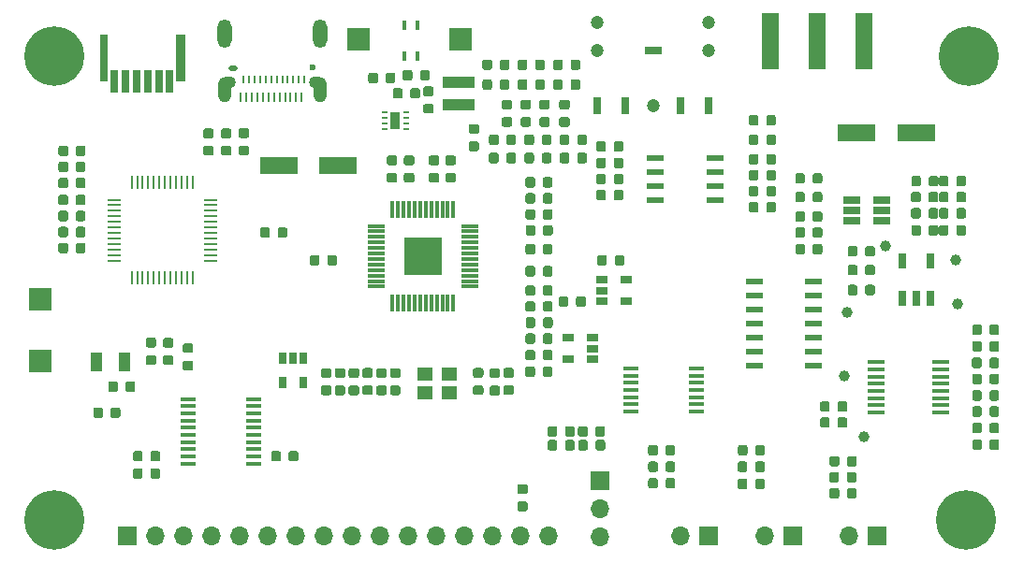
<source format=gts>
G04 #@! TF.GenerationSoftware,KiCad,Pcbnew,(5.0.0)*
G04 #@! TF.CreationDate,2019-03-27T19:24:55+01:00*
G04 #@! TF.ProjectId,rf-receiver,72662D72656365697665722E6B696361,rev?*
G04 #@! TF.SameCoordinates,Original*
G04 #@! TF.FileFunction,Soldermask,Top*
G04 #@! TF.FilePolarity,Negative*
%FSLAX46Y46*%
G04 Gerber Fmt 4.6, Leading zero omitted, Abs format (unit mm)*
G04 Created by KiCad (PCBNEW (5.0.0)) date 03/27/19 19:24:55*
%MOMM*%
%LPD*%
G01*
G04 APERTURE LIST*
%ADD10C,0.100000*%
%ADD11C,0.875000*%
%ADD12R,2.000000X2.000000*%
%ADD13O,1.300000X2.600000*%
%ADD14C,0.600000*%
%ADD15O,0.850000X0.500000*%
%ADD16O,1.200000X2.300000*%
%ADD17O,1.350000X1.100000*%
%ADD18R,0.270000X0.900000*%
%ADD19R,0.270000X0.800000*%
%ADD20R,1.400000X1.200000*%
%ADD21R,1.500000X0.800000*%
%ADD22C,1.200000*%
%ADD23R,0.800000X1.500000*%
%ADD24R,1.500000X0.450000*%
%ADD25R,3.500000X1.600000*%
%ADD26C,5.400000*%
%ADD27R,1.500000X5.080000*%
%ADD28R,2.900000X1.000000*%
%ADD29C,1.000000*%
%ADD30R,1.060000X0.650000*%
%ADD31R,0.650000X1.060000*%
%ADD32R,0.820000X4.320000*%
%ADD33R,0.720000X2.120000*%
%ADD34R,0.800000X4.300000*%
%ADD35R,1.450000X0.450000*%
%ADD36R,1.700000X1.700000*%
%ADD37O,1.700000X1.700000*%
%ADD38R,1.550000X0.600000*%
%ADD39R,1.560000X0.650000*%
%ADD40R,1.000000X1.800000*%
%ADD41R,0.300000X1.500000*%
%ADD42R,1.500000X0.300000*%
%ADD43R,3.500000X3.500000*%
%ADD44R,0.250000X1.300000*%
%ADD45R,1.300000X0.250000*%
%ADD46R,1.500000X0.600000*%
%ADD47R,0.500000X0.250000*%
%ADD48R,0.900000X1.600000*%
%ADD49R,0.400000X0.900000*%
%ADD50R,0.760000X1.400000*%
G04 APERTURE END LIST*
D10*
G04 #@! TO.C,C55*
G36*
X88677691Y-73563553D02*
X88698926Y-73566703D01*
X88719750Y-73571919D01*
X88739962Y-73579151D01*
X88759368Y-73588330D01*
X88777781Y-73599366D01*
X88795024Y-73612154D01*
X88810930Y-73626570D01*
X88825346Y-73642476D01*
X88838134Y-73659719D01*
X88849170Y-73678132D01*
X88858349Y-73697538D01*
X88865581Y-73717750D01*
X88870797Y-73738574D01*
X88873947Y-73759809D01*
X88875000Y-73781250D01*
X88875000Y-74218750D01*
X88873947Y-74240191D01*
X88870797Y-74261426D01*
X88865581Y-74282250D01*
X88858349Y-74302462D01*
X88849170Y-74321868D01*
X88838134Y-74340281D01*
X88825346Y-74357524D01*
X88810930Y-74373430D01*
X88795024Y-74387846D01*
X88777781Y-74400634D01*
X88759368Y-74411670D01*
X88739962Y-74420849D01*
X88719750Y-74428081D01*
X88698926Y-74433297D01*
X88677691Y-74436447D01*
X88656250Y-74437500D01*
X88143750Y-74437500D01*
X88122309Y-74436447D01*
X88101074Y-74433297D01*
X88080250Y-74428081D01*
X88060038Y-74420849D01*
X88040632Y-74411670D01*
X88022219Y-74400634D01*
X88004976Y-74387846D01*
X87989070Y-74373430D01*
X87974654Y-74357524D01*
X87961866Y-74340281D01*
X87950830Y-74321868D01*
X87941651Y-74302462D01*
X87934419Y-74282250D01*
X87929203Y-74261426D01*
X87926053Y-74240191D01*
X87925000Y-74218750D01*
X87925000Y-73781250D01*
X87926053Y-73759809D01*
X87929203Y-73738574D01*
X87934419Y-73717750D01*
X87941651Y-73697538D01*
X87950830Y-73678132D01*
X87961866Y-73659719D01*
X87974654Y-73642476D01*
X87989070Y-73626570D01*
X88004976Y-73612154D01*
X88022219Y-73599366D01*
X88040632Y-73588330D01*
X88060038Y-73579151D01*
X88080250Y-73571919D01*
X88101074Y-73566703D01*
X88122309Y-73563553D01*
X88143750Y-73562500D01*
X88656250Y-73562500D01*
X88677691Y-73563553D01*
X88677691Y-73563553D01*
G37*
D11*
X88400000Y-74000000D03*
D10*
G36*
X88677691Y-75138553D02*
X88698926Y-75141703D01*
X88719750Y-75146919D01*
X88739962Y-75154151D01*
X88759368Y-75163330D01*
X88777781Y-75174366D01*
X88795024Y-75187154D01*
X88810930Y-75201570D01*
X88825346Y-75217476D01*
X88838134Y-75234719D01*
X88849170Y-75253132D01*
X88858349Y-75272538D01*
X88865581Y-75292750D01*
X88870797Y-75313574D01*
X88873947Y-75334809D01*
X88875000Y-75356250D01*
X88875000Y-75793750D01*
X88873947Y-75815191D01*
X88870797Y-75836426D01*
X88865581Y-75857250D01*
X88858349Y-75877462D01*
X88849170Y-75896868D01*
X88838134Y-75915281D01*
X88825346Y-75932524D01*
X88810930Y-75948430D01*
X88795024Y-75962846D01*
X88777781Y-75975634D01*
X88759368Y-75986670D01*
X88739962Y-75995849D01*
X88719750Y-76003081D01*
X88698926Y-76008297D01*
X88677691Y-76011447D01*
X88656250Y-76012500D01*
X88143750Y-76012500D01*
X88122309Y-76011447D01*
X88101074Y-76008297D01*
X88080250Y-76003081D01*
X88060038Y-75995849D01*
X88040632Y-75986670D01*
X88022219Y-75975634D01*
X88004976Y-75962846D01*
X87989070Y-75948430D01*
X87974654Y-75932524D01*
X87961866Y-75915281D01*
X87950830Y-75896868D01*
X87941651Y-75877462D01*
X87934419Y-75857250D01*
X87929203Y-75836426D01*
X87926053Y-75815191D01*
X87925000Y-75793750D01*
X87925000Y-75356250D01*
X87926053Y-75334809D01*
X87929203Y-75313574D01*
X87934419Y-75292750D01*
X87941651Y-75272538D01*
X87950830Y-75253132D01*
X87961866Y-75234719D01*
X87974654Y-75217476D01*
X87989070Y-75201570D01*
X88004976Y-75187154D01*
X88022219Y-75174366D01*
X88040632Y-75163330D01*
X88060038Y-75154151D01*
X88080250Y-75146919D01*
X88101074Y-75141703D01*
X88122309Y-75138553D01*
X88143750Y-75137500D01*
X88656250Y-75137500D01*
X88677691Y-75138553D01*
X88677691Y-75138553D01*
G37*
D11*
X88400000Y-75575000D03*
G04 #@! TD*
D12*
G04 #@! TO.C,-*
X108000000Y-65500000D03*
G04 #@! TD*
G04 #@! TO.C,+*
X98800000Y-65500000D03*
G04 #@! TD*
G04 #@! TO.C,W1*
X70000000Y-89000000D03*
G04 #@! TD*
G04 #@! TO.C,W2*
X70000000Y-94600000D03*
G04 #@! TD*
D13*
G04 #@! TO.C,J3*
X86680000Y-65000000D03*
X95320000Y-65000000D03*
D14*
X94600000Y-68050000D03*
D15*
X87400000Y-68115000D03*
D16*
X95320000Y-70050000D03*
D17*
X95000000Y-69400000D03*
D18*
X93625000Y-70750000D03*
X93125000Y-70750000D03*
X92625000Y-70750000D03*
X91625000Y-70750000D03*
X92125000Y-70750000D03*
X91125000Y-70750000D03*
X90125000Y-70750000D03*
X90625000Y-70750000D03*
X88625000Y-70750000D03*
X89625000Y-70750000D03*
X88125000Y-70750000D03*
X89125000Y-70750000D03*
D19*
X93875000Y-69150000D03*
X93375000Y-69150000D03*
X92375000Y-69150000D03*
X92875000Y-69150000D03*
X90365000Y-69150000D03*
X91375000Y-69150000D03*
X91875000Y-69150000D03*
X90865000Y-69150000D03*
X88365000Y-69150000D03*
X89365000Y-69150000D03*
X89865000Y-69150000D03*
X88865000Y-69150000D03*
D17*
X87000000Y-69400000D03*
D16*
X86680000Y-70050000D03*
G04 #@! TD*
D10*
G04 #@! TO.C,C1*
G36*
X77027691Y-98826053D02*
X77048926Y-98829203D01*
X77069750Y-98834419D01*
X77089962Y-98841651D01*
X77109368Y-98850830D01*
X77127781Y-98861866D01*
X77145024Y-98874654D01*
X77160930Y-98889070D01*
X77175346Y-98904976D01*
X77188134Y-98922219D01*
X77199170Y-98940632D01*
X77208349Y-98960038D01*
X77215581Y-98980250D01*
X77220797Y-99001074D01*
X77223947Y-99022309D01*
X77225000Y-99043750D01*
X77225000Y-99556250D01*
X77223947Y-99577691D01*
X77220797Y-99598926D01*
X77215581Y-99619750D01*
X77208349Y-99639962D01*
X77199170Y-99659368D01*
X77188134Y-99677781D01*
X77175346Y-99695024D01*
X77160930Y-99710930D01*
X77145024Y-99725346D01*
X77127781Y-99738134D01*
X77109368Y-99749170D01*
X77089962Y-99758349D01*
X77069750Y-99765581D01*
X77048926Y-99770797D01*
X77027691Y-99773947D01*
X77006250Y-99775000D01*
X76568750Y-99775000D01*
X76547309Y-99773947D01*
X76526074Y-99770797D01*
X76505250Y-99765581D01*
X76485038Y-99758349D01*
X76465632Y-99749170D01*
X76447219Y-99738134D01*
X76429976Y-99725346D01*
X76414070Y-99710930D01*
X76399654Y-99695024D01*
X76386866Y-99677781D01*
X76375830Y-99659368D01*
X76366651Y-99639962D01*
X76359419Y-99619750D01*
X76354203Y-99598926D01*
X76351053Y-99577691D01*
X76350000Y-99556250D01*
X76350000Y-99043750D01*
X76351053Y-99022309D01*
X76354203Y-99001074D01*
X76359419Y-98980250D01*
X76366651Y-98960038D01*
X76375830Y-98940632D01*
X76386866Y-98922219D01*
X76399654Y-98904976D01*
X76414070Y-98889070D01*
X76429976Y-98874654D01*
X76447219Y-98861866D01*
X76465632Y-98850830D01*
X76485038Y-98841651D01*
X76505250Y-98834419D01*
X76526074Y-98829203D01*
X76547309Y-98826053D01*
X76568750Y-98825000D01*
X77006250Y-98825000D01*
X77027691Y-98826053D01*
X77027691Y-98826053D01*
G37*
D11*
X76787500Y-99300000D03*
D10*
G36*
X75452691Y-98826053D02*
X75473926Y-98829203D01*
X75494750Y-98834419D01*
X75514962Y-98841651D01*
X75534368Y-98850830D01*
X75552781Y-98861866D01*
X75570024Y-98874654D01*
X75585930Y-98889070D01*
X75600346Y-98904976D01*
X75613134Y-98922219D01*
X75624170Y-98940632D01*
X75633349Y-98960038D01*
X75640581Y-98980250D01*
X75645797Y-99001074D01*
X75648947Y-99022309D01*
X75650000Y-99043750D01*
X75650000Y-99556250D01*
X75648947Y-99577691D01*
X75645797Y-99598926D01*
X75640581Y-99619750D01*
X75633349Y-99639962D01*
X75624170Y-99659368D01*
X75613134Y-99677781D01*
X75600346Y-99695024D01*
X75585930Y-99710930D01*
X75570024Y-99725346D01*
X75552781Y-99738134D01*
X75534368Y-99749170D01*
X75514962Y-99758349D01*
X75494750Y-99765581D01*
X75473926Y-99770797D01*
X75452691Y-99773947D01*
X75431250Y-99775000D01*
X74993750Y-99775000D01*
X74972309Y-99773947D01*
X74951074Y-99770797D01*
X74930250Y-99765581D01*
X74910038Y-99758349D01*
X74890632Y-99749170D01*
X74872219Y-99738134D01*
X74854976Y-99725346D01*
X74839070Y-99710930D01*
X74824654Y-99695024D01*
X74811866Y-99677781D01*
X74800830Y-99659368D01*
X74791651Y-99639962D01*
X74784419Y-99619750D01*
X74779203Y-99598926D01*
X74776053Y-99577691D01*
X74775000Y-99556250D01*
X74775000Y-99043750D01*
X74776053Y-99022309D01*
X74779203Y-99001074D01*
X74784419Y-98980250D01*
X74791651Y-98960038D01*
X74800830Y-98940632D01*
X74811866Y-98922219D01*
X74824654Y-98904976D01*
X74839070Y-98889070D01*
X74854976Y-98874654D01*
X74872219Y-98861866D01*
X74890632Y-98850830D01*
X74910038Y-98841651D01*
X74930250Y-98834419D01*
X74951074Y-98829203D01*
X74972309Y-98826053D01*
X74993750Y-98825000D01*
X75431250Y-98825000D01*
X75452691Y-98826053D01*
X75452691Y-98826053D01*
G37*
D11*
X75212500Y-99300000D03*
G04 #@! TD*
D10*
G04 #@! TO.C,C62*
G36*
X134767691Y-77326053D02*
X134788926Y-77329203D01*
X134809750Y-77334419D01*
X134829962Y-77341651D01*
X134849368Y-77350830D01*
X134867781Y-77361866D01*
X134885024Y-77374654D01*
X134900930Y-77389070D01*
X134915346Y-77404976D01*
X134928134Y-77422219D01*
X134939170Y-77440632D01*
X134948349Y-77460038D01*
X134955581Y-77480250D01*
X134960797Y-77501074D01*
X134963947Y-77522309D01*
X134965000Y-77543750D01*
X134965000Y-78056250D01*
X134963947Y-78077691D01*
X134960797Y-78098926D01*
X134955581Y-78119750D01*
X134948349Y-78139962D01*
X134939170Y-78159368D01*
X134928134Y-78177781D01*
X134915346Y-78195024D01*
X134900930Y-78210930D01*
X134885024Y-78225346D01*
X134867781Y-78238134D01*
X134849368Y-78249170D01*
X134829962Y-78258349D01*
X134809750Y-78265581D01*
X134788926Y-78270797D01*
X134767691Y-78273947D01*
X134746250Y-78275000D01*
X134308750Y-78275000D01*
X134287309Y-78273947D01*
X134266074Y-78270797D01*
X134245250Y-78265581D01*
X134225038Y-78258349D01*
X134205632Y-78249170D01*
X134187219Y-78238134D01*
X134169976Y-78225346D01*
X134154070Y-78210930D01*
X134139654Y-78195024D01*
X134126866Y-78177781D01*
X134115830Y-78159368D01*
X134106651Y-78139962D01*
X134099419Y-78119750D01*
X134094203Y-78098926D01*
X134091053Y-78077691D01*
X134090000Y-78056250D01*
X134090000Y-77543750D01*
X134091053Y-77522309D01*
X134094203Y-77501074D01*
X134099419Y-77480250D01*
X134106651Y-77460038D01*
X134115830Y-77440632D01*
X134126866Y-77422219D01*
X134139654Y-77404976D01*
X134154070Y-77389070D01*
X134169976Y-77374654D01*
X134187219Y-77361866D01*
X134205632Y-77350830D01*
X134225038Y-77341651D01*
X134245250Y-77334419D01*
X134266074Y-77329203D01*
X134287309Y-77326053D01*
X134308750Y-77325000D01*
X134746250Y-77325000D01*
X134767691Y-77326053D01*
X134767691Y-77326053D01*
G37*
D11*
X134527500Y-77800000D03*
D10*
G36*
X136342691Y-77326053D02*
X136363926Y-77329203D01*
X136384750Y-77334419D01*
X136404962Y-77341651D01*
X136424368Y-77350830D01*
X136442781Y-77361866D01*
X136460024Y-77374654D01*
X136475930Y-77389070D01*
X136490346Y-77404976D01*
X136503134Y-77422219D01*
X136514170Y-77440632D01*
X136523349Y-77460038D01*
X136530581Y-77480250D01*
X136535797Y-77501074D01*
X136538947Y-77522309D01*
X136540000Y-77543750D01*
X136540000Y-78056250D01*
X136538947Y-78077691D01*
X136535797Y-78098926D01*
X136530581Y-78119750D01*
X136523349Y-78139962D01*
X136514170Y-78159368D01*
X136503134Y-78177781D01*
X136490346Y-78195024D01*
X136475930Y-78210930D01*
X136460024Y-78225346D01*
X136442781Y-78238134D01*
X136424368Y-78249170D01*
X136404962Y-78258349D01*
X136384750Y-78265581D01*
X136363926Y-78270797D01*
X136342691Y-78273947D01*
X136321250Y-78275000D01*
X135883750Y-78275000D01*
X135862309Y-78273947D01*
X135841074Y-78270797D01*
X135820250Y-78265581D01*
X135800038Y-78258349D01*
X135780632Y-78249170D01*
X135762219Y-78238134D01*
X135744976Y-78225346D01*
X135729070Y-78210930D01*
X135714654Y-78195024D01*
X135701866Y-78177781D01*
X135690830Y-78159368D01*
X135681651Y-78139962D01*
X135674419Y-78119750D01*
X135669203Y-78098926D01*
X135666053Y-78077691D01*
X135665000Y-78056250D01*
X135665000Y-77543750D01*
X135666053Y-77522309D01*
X135669203Y-77501074D01*
X135674419Y-77480250D01*
X135681651Y-77460038D01*
X135690830Y-77440632D01*
X135701866Y-77422219D01*
X135714654Y-77404976D01*
X135729070Y-77389070D01*
X135744976Y-77374654D01*
X135762219Y-77361866D01*
X135780632Y-77350830D01*
X135800038Y-77341651D01*
X135820250Y-77334419D01*
X135841074Y-77329203D01*
X135862309Y-77326053D01*
X135883750Y-77325000D01*
X136321250Y-77325000D01*
X136342691Y-77326053D01*
X136342691Y-77326053D01*
G37*
D11*
X136102500Y-77800000D03*
G04 #@! TD*
D10*
G04 #@! TO.C,C61*
G36*
X136327691Y-78776053D02*
X136348926Y-78779203D01*
X136369750Y-78784419D01*
X136389962Y-78791651D01*
X136409368Y-78800830D01*
X136427781Y-78811866D01*
X136445024Y-78824654D01*
X136460930Y-78839070D01*
X136475346Y-78854976D01*
X136488134Y-78872219D01*
X136499170Y-78890632D01*
X136508349Y-78910038D01*
X136515581Y-78930250D01*
X136520797Y-78951074D01*
X136523947Y-78972309D01*
X136525000Y-78993750D01*
X136525000Y-79506250D01*
X136523947Y-79527691D01*
X136520797Y-79548926D01*
X136515581Y-79569750D01*
X136508349Y-79589962D01*
X136499170Y-79609368D01*
X136488134Y-79627781D01*
X136475346Y-79645024D01*
X136460930Y-79660930D01*
X136445024Y-79675346D01*
X136427781Y-79688134D01*
X136409368Y-79699170D01*
X136389962Y-79708349D01*
X136369750Y-79715581D01*
X136348926Y-79720797D01*
X136327691Y-79723947D01*
X136306250Y-79725000D01*
X135868750Y-79725000D01*
X135847309Y-79723947D01*
X135826074Y-79720797D01*
X135805250Y-79715581D01*
X135785038Y-79708349D01*
X135765632Y-79699170D01*
X135747219Y-79688134D01*
X135729976Y-79675346D01*
X135714070Y-79660930D01*
X135699654Y-79645024D01*
X135686866Y-79627781D01*
X135675830Y-79609368D01*
X135666651Y-79589962D01*
X135659419Y-79569750D01*
X135654203Y-79548926D01*
X135651053Y-79527691D01*
X135650000Y-79506250D01*
X135650000Y-78993750D01*
X135651053Y-78972309D01*
X135654203Y-78951074D01*
X135659419Y-78930250D01*
X135666651Y-78910038D01*
X135675830Y-78890632D01*
X135686866Y-78872219D01*
X135699654Y-78854976D01*
X135714070Y-78839070D01*
X135729976Y-78824654D01*
X135747219Y-78811866D01*
X135765632Y-78800830D01*
X135785038Y-78791651D01*
X135805250Y-78784419D01*
X135826074Y-78779203D01*
X135847309Y-78776053D01*
X135868750Y-78775000D01*
X136306250Y-78775000D01*
X136327691Y-78776053D01*
X136327691Y-78776053D01*
G37*
D11*
X136087500Y-79250000D03*
D10*
G36*
X134752691Y-78776053D02*
X134773926Y-78779203D01*
X134794750Y-78784419D01*
X134814962Y-78791651D01*
X134834368Y-78800830D01*
X134852781Y-78811866D01*
X134870024Y-78824654D01*
X134885930Y-78839070D01*
X134900346Y-78854976D01*
X134913134Y-78872219D01*
X134924170Y-78890632D01*
X134933349Y-78910038D01*
X134940581Y-78930250D01*
X134945797Y-78951074D01*
X134948947Y-78972309D01*
X134950000Y-78993750D01*
X134950000Y-79506250D01*
X134948947Y-79527691D01*
X134945797Y-79548926D01*
X134940581Y-79569750D01*
X134933349Y-79589962D01*
X134924170Y-79609368D01*
X134913134Y-79627781D01*
X134900346Y-79645024D01*
X134885930Y-79660930D01*
X134870024Y-79675346D01*
X134852781Y-79688134D01*
X134834368Y-79699170D01*
X134814962Y-79708349D01*
X134794750Y-79715581D01*
X134773926Y-79720797D01*
X134752691Y-79723947D01*
X134731250Y-79725000D01*
X134293750Y-79725000D01*
X134272309Y-79723947D01*
X134251074Y-79720797D01*
X134230250Y-79715581D01*
X134210038Y-79708349D01*
X134190632Y-79699170D01*
X134172219Y-79688134D01*
X134154976Y-79675346D01*
X134139070Y-79660930D01*
X134124654Y-79645024D01*
X134111866Y-79627781D01*
X134100830Y-79609368D01*
X134091651Y-79589962D01*
X134084419Y-79569750D01*
X134079203Y-79548926D01*
X134076053Y-79527691D01*
X134075000Y-79506250D01*
X134075000Y-78993750D01*
X134076053Y-78972309D01*
X134079203Y-78951074D01*
X134084419Y-78930250D01*
X134091651Y-78910038D01*
X134100830Y-78890632D01*
X134111866Y-78872219D01*
X134124654Y-78854976D01*
X134139070Y-78839070D01*
X134154976Y-78824654D01*
X134172219Y-78811866D01*
X134190632Y-78800830D01*
X134210038Y-78791651D01*
X134230250Y-78784419D01*
X134251074Y-78779203D01*
X134272309Y-78776053D01*
X134293750Y-78775000D01*
X134731250Y-78775000D01*
X134752691Y-78776053D01*
X134752691Y-78776053D01*
G37*
D11*
X134512500Y-79250000D03*
G04 #@! TD*
D10*
G04 #@! TO.C,C59*
G36*
X142777691Y-98276053D02*
X142798926Y-98279203D01*
X142819750Y-98284419D01*
X142839962Y-98291651D01*
X142859368Y-98300830D01*
X142877781Y-98311866D01*
X142895024Y-98324654D01*
X142910930Y-98339070D01*
X142925346Y-98354976D01*
X142938134Y-98372219D01*
X142949170Y-98390632D01*
X142958349Y-98410038D01*
X142965581Y-98430250D01*
X142970797Y-98451074D01*
X142973947Y-98472309D01*
X142975000Y-98493750D01*
X142975000Y-99006250D01*
X142973947Y-99027691D01*
X142970797Y-99048926D01*
X142965581Y-99069750D01*
X142958349Y-99089962D01*
X142949170Y-99109368D01*
X142938134Y-99127781D01*
X142925346Y-99145024D01*
X142910930Y-99160930D01*
X142895024Y-99175346D01*
X142877781Y-99188134D01*
X142859368Y-99199170D01*
X142839962Y-99208349D01*
X142819750Y-99215581D01*
X142798926Y-99220797D01*
X142777691Y-99223947D01*
X142756250Y-99225000D01*
X142318750Y-99225000D01*
X142297309Y-99223947D01*
X142276074Y-99220797D01*
X142255250Y-99215581D01*
X142235038Y-99208349D01*
X142215632Y-99199170D01*
X142197219Y-99188134D01*
X142179976Y-99175346D01*
X142164070Y-99160930D01*
X142149654Y-99145024D01*
X142136866Y-99127781D01*
X142125830Y-99109368D01*
X142116651Y-99089962D01*
X142109419Y-99069750D01*
X142104203Y-99048926D01*
X142101053Y-99027691D01*
X142100000Y-99006250D01*
X142100000Y-98493750D01*
X142101053Y-98472309D01*
X142104203Y-98451074D01*
X142109419Y-98430250D01*
X142116651Y-98410038D01*
X142125830Y-98390632D01*
X142136866Y-98372219D01*
X142149654Y-98354976D01*
X142164070Y-98339070D01*
X142179976Y-98324654D01*
X142197219Y-98311866D01*
X142215632Y-98300830D01*
X142235038Y-98291651D01*
X142255250Y-98284419D01*
X142276074Y-98279203D01*
X142297309Y-98276053D01*
X142318750Y-98275000D01*
X142756250Y-98275000D01*
X142777691Y-98276053D01*
X142777691Y-98276053D01*
G37*
D11*
X142537500Y-98750000D03*
D10*
G36*
X141202691Y-98276053D02*
X141223926Y-98279203D01*
X141244750Y-98284419D01*
X141264962Y-98291651D01*
X141284368Y-98300830D01*
X141302781Y-98311866D01*
X141320024Y-98324654D01*
X141335930Y-98339070D01*
X141350346Y-98354976D01*
X141363134Y-98372219D01*
X141374170Y-98390632D01*
X141383349Y-98410038D01*
X141390581Y-98430250D01*
X141395797Y-98451074D01*
X141398947Y-98472309D01*
X141400000Y-98493750D01*
X141400000Y-99006250D01*
X141398947Y-99027691D01*
X141395797Y-99048926D01*
X141390581Y-99069750D01*
X141383349Y-99089962D01*
X141374170Y-99109368D01*
X141363134Y-99127781D01*
X141350346Y-99145024D01*
X141335930Y-99160930D01*
X141320024Y-99175346D01*
X141302781Y-99188134D01*
X141284368Y-99199170D01*
X141264962Y-99208349D01*
X141244750Y-99215581D01*
X141223926Y-99220797D01*
X141202691Y-99223947D01*
X141181250Y-99225000D01*
X140743750Y-99225000D01*
X140722309Y-99223947D01*
X140701074Y-99220797D01*
X140680250Y-99215581D01*
X140660038Y-99208349D01*
X140640632Y-99199170D01*
X140622219Y-99188134D01*
X140604976Y-99175346D01*
X140589070Y-99160930D01*
X140574654Y-99145024D01*
X140561866Y-99127781D01*
X140550830Y-99109368D01*
X140541651Y-99089962D01*
X140534419Y-99069750D01*
X140529203Y-99048926D01*
X140526053Y-99027691D01*
X140525000Y-99006250D01*
X140525000Y-98493750D01*
X140526053Y-98472309D01*
X140529203Y-98451074D01*
X140534419Y-98430250D01*
X140541651Y-98410038D01*
X140550830Y-98390632D01*
X140561866Y-98372219D01*
X140574654Y-98354976D01*
X140589070Y-98339070D01*
X140604976Y-98324654D01*
X140622219Y-98311866D01*
X140640632Y-98300830D01*
X140660038Y-98291651D01*
X140680250Y-98284419D01*
X140701074Y-98279203D01*
X140722309Y-98276053D01*
X140743750Y-98275000D01*
X141181250Y-98275000D01*
X141202691Y-98276053D01*
X141202691Y-98276053D01*
G37*
D11*
X140962500Y-98750000D03*
G04 #@! TD*
D10*
G04 #@! TO.C,C57*
G36*
X151952691Y-80776053D02*
X151973926Y-80779203D01*
X151994750Y-80784419D01*
X152014962Y-80791651D01*
X152034368Y-80800830D01*
X152052781Y-80811866D01*
X152070024Y-80824654D01*
X152085930Y-80839070D01*
X152100346Y-80854976D01*
X152113134Y-80872219D01*
X152124170Y-80890632D01*
X152133349Y-80910038D01*
X152140581Y-80930250D01*
X152145797Y-80951074D01*
X152148947Y-80972309D01*
X152150000Y-80993750D01*
X152150000Y-81506250D01*
X152148947Y-81527691D01*
X152145797Y-81548926D01*
X152140581Y-81569750D01*
X152133349Y-81589962D01*
X152124170Y-81609368D01*
X152113134Y-81627781D01*
X152100346Y-81645024D01*
X152085930Y-81660930D01*
X152070024Y-81675346D01*
X152052781Y-81688134D01*
X152034368Y-81699170D01*
X152014962Y-81708349D01*
X151994750Y-81715581D01*
X151973926Y-81720797D01*
X151952691Y-81723947D01*
X151931250Y-81725000D01*
X151493750Y-81725000D01*
X151472309Y-81723947D01*
X151451074Y-81720797D01*
X151430250Y-81715581D01*
X151410038Y-81708349D01*
X151390632Y-81699170D01*
X151372219Y-81688134D01*
X151354976Y-81675346D01*
X151339070Y-81660930D01*
X151324654Y-81645024D01*
X151311866Y-81627781D01*
X151300830Y-81609368D01*
X151291651Y-81589962D01*
X151284419Y-81569750D01*
X151279203Y-81548926D01*
X151276053Y-81527691D01*
X151275000Y-81506250D01*
X151275000Y-80993750D01*
X151276053Y-80972309D01*
X151279203Y-80951074D01*
X151284419Y-80930250D01*
X151291651Y-80910038D01*
X151300830Y-80890632D01*
X151311866Y-80872219D01*
X151324654Y-80854976D01*
X151339070Y-80839070D01*
X151354976Y-80824654D01*
X151372219Y-80811866D01*
X151390632Y-80800830D01*
X151410038Y-80791651D01*
X151430250Y-80784419D01*
X151451074Y-80779203D01*
X151472309Y-80776053D01*
X151493750Y-80775000D01*
X151931250Y-80775000D01*
X151952691Y-80776053D01*
X151952691Y-80776053D01*
G37*
D11*
X151712500Y-81250000D03*
D10*
G36*
X153527691Y-80776053D02*
X153548926Y-80779203D01*
X153569750Y-80784419D01*
X153589962Y-80791651D01*
X153609368Y-80800830D01*
X153627781Y-80811866D01*
X153645024Y-80824654D01*
X153660930Y-80839070D01*
X153675346Y-80854976D01*
X153688134Y-80872219D01*
X153699170Y-80890632D01*
X153708349Y-80910038D01*
X153715581Y-80930250D01*
X153720797Y-80951074D01*
X153723947Y-80972309D01*
X153725000Y-80993750D01*
X153725000Y-81506250D01*
X153723947Y-81527691D01*
X153720797Y-81548926D01*
X153715581Y-81569750D01*
X153708349Y-81589962D01*
X153699170Y-81609368D01*
X153688134Y-81627781D01*
X153675346Y-81645024D01*
X153660930Y-81660930D01*
X153645024Y-81675346D01*
X153627781Y-81688134D01*
X153609368Y-81699170D01*
X153589962Y-81708349D01*
X153569750Y-81715581D01*
X153548926Y-81720797D01*
X153527691Y-81723947D01*
X153506250Y-81725000D01*
X153068750Y-81725000D01*
X153047309Y-81723947D01*
X153026074Y-81720797D01*
X153005250Y-81715581D01*
X152985038Y-81708349D01*
X152965632Y-81699170D01*
X152947219Y-81688134D01*
X152929976Y-81675346D01*
X152914070Y-81660930D01*
X152899654Y-81645024D01*
X152886866Y-81627781D01*
X152875830Y-81609368D01*
X152866651Y-81589962D01*
X152859419Y-81569750D01*
X152854203Y-81548926D01*
X152851053Y-81527691D01*
X152850000Y-81506250D01*
X152850000Y-80993750D01*
X152851053Y-80972309D01*
X152854203Y-80951074D01*
X152859419Y-80930250D01*
X152866651Y-80910038D01*
X152875830Y-80890632D01*
X152886866Y-80872219D01*
X152899654Y-80854976D01*
X152914070Y-80839070D01*
X152929976Y-80824654D01*
X152947219Y-80811866D01*
X152965632Y-80800830D01*
X152985038Y-80791651D01*
X153005250Y-80784419D01*
X153026074Y-80779203D01*
X153047309Y-80776053D01*
X153068750Y-80775000D01*
X153506250Y-80775000D01*
X153527691Y-80776053D01*
X153527691Y-80776053D01*
G37*
D11*
X153287500Y-81250000D03*
G04 #@! TD*
D10*
G04 #@! TO.C,C56*
G36*
X153527691Y-82326053D02*
X153548926Y-82329203D01*
X153569750Y-82334419D01*
X153589962Y-82341651D01*
X153609368Y-82350830D01*
X153627781Y-82361866D01*
X153645024Y-82374654D01*
X153660930Y-82389070D01*
X153675346Y-82404976D01*
X153688134Y-82422219D01*
X153699170Y-82440632D01*
X153708349Y-82460038D01*
X153715581Y-82480250D01*
X153720797Y-82501074D01*
X153723947Y-82522309D01*
X153725000Y-82543750D01*
X153725000Y-83056250D01*
X153723947Y-83077691D01*
X153720797Y-83098926D01*
X153715581Y-83119750D01*
X153708349Y-83139962D01*
X153699170Y-83159368D01*
X153688134Y-83177781D01*
X153675346Y-83195024D01*
X153660930Y-83210930D01*
X153645024Y-83225346D01*
X153627781Y-83238134D01*
X153609368Y-83249170D01*
X153589962Y-83258349D01*
X153569750Y-83265581D01*
X153548926Y-83270797D01*
X153527691Y-83273947D01*
X153506250Y-83275000D01*
X153068750Y-83275000D01*
X153047309Y-83273947D01*
X153026074Y-83270797D01*
X153005250Y-83265581D01*
X152985038Y-83258349D01*
X152965632Y-83249170D01*
X152947219Y-83238134D01*
X152929976Y-83225346D01*
X152914070Y-83210930D01*
X152899654Y-83195024D01*
X152886866Y-83177781D01*
X152875830Y-83159368D01*
X152866651Y-83139962D01*
X152859419Y-83119750D01*
X152854203Y-83098926D01*
X152851053Y-83077691D01*
X152850000Y-83056250D01*
X152850000Y-82543750D01*
X152851053Y-82522309D01*
X152854203Y-82501074D01*
X152859419Y-82480250D01*
X152866651Y-82460038D01*
X152875830Y-82440632D01*
X152886866Y-82422219D01*
X152899654Y-82404976D01*
X152914070Y-82389070D01*
X152929976Y-82374654D01*
X152947219Y-82361866D01*
X152965632Y-82350830D01*
X152985038Y-82341651D01*
X153005250Y-82334419D01*
X153026074Y-82329203D01*
X153047309Y-82326053D01*
X153068750Y-82325000D01*
X153506250Y-82325000D01*
X153527691Y-82326053D01*
X153527691Y-82326053D01*
G37*
D11*
X153287500Y-82800000D03*
D10*
G36*
X151952691Y-82326053D02*
X151973926Y-82329203D01*
X151994750Y-82334419D01*
X152014962Y-82341651D01*
X152034368Y-82350830D01*
X152052781Y-82361866D01*
X152070024Y-82374654D01*
X152085930Y-82389070D01*
X152100346Y-82404976D01*
X152113134Y-82422219D01*
X152124170Y-82440632D01*
X152133349Y-82460038D01*
X152140581Y-82480250D01*
X152145797Y-82501074D01*
X152148947Y-82522309D01*
X152150000Y-82543750D01*
X152150000Y-83056250D01*
X152148947Y-83077691D01*
X152145797Y-83098926D01*
X152140581Y-83119750D01*
X152133349Y-83139962D01*
X152124170Y-83159368D01*
X152113134Y-83177781D01*
X152100346Y-83195024D01*
X152085930Y-83210930D01*
X152070024Y-83225346D01*
X152052781Y-83238134D01*
X152034368Y-83249170D01*
X152014962Y-83258349D01*
X151994750Y-83265581D01*
X151973926Y-83270797D01*
X151952691Y-83273947D01*
X151931250Y-83275000D01*
X151493750Y-83275000D01*
X151472309Y-83273947D01*
X151451074Y-83270797D01*
X151430250Y-83265581D01*
X151410038Y-83258349D01*
X151390632Y-83249170D01*
X151372219Y-83238134D01*
X151354976Y-83225346D01*
X151339070Y-83210930D01*
X151324654Y-83195024D01*
X151311866Y-83177781D01*
X151300830Y-83159368D01*
X151291651Y-83139962D01*
X151284419Y-83119750D01*
X151279203Y-83098926D01*
X151276053Y-83077691D01*
X151275000Y-83056250D01*
X151275000Y-82543750D01*
X151276053Y-82522309D01*
X151279203Y-82501074D01*
X151284419Y-82480250D01*
X151291651Y-82460038D01*
X151300830Y-82440632D01*
X151311866Y-82422219D01*
X151324654Y-82404976D01*
X151339070Y-82389070D01*
X151354976Y-82374654D01*
X151372219Y-82361866D01*
X151390632Y-82350830D01*
X151410038Y-82341651D01*
X151430250Y-82334419D01*
X151451074Y-82329203D01*
X151472309Y-82326053D01*
X151493750Y-82325000D01*
X151931250Y-82325000D01*
X151952691Y-82326053D01*
X151952691Y-82326053D01*
G37*
D11*
X151712500Y-82800000D03*
G04 #@! TD*
D10*
G04 #@! TO.C,C54*
G36*
X114567691Y-90676053D02*
X114588926Y-90679203D01*
X114609750Y-90684419D01*
X114629962Y-90691651D01*
X114649368Y-90700830D01*
X114667781Y-90711866D01*
X114685024Y-90724654D01*
X114700930Y-90739070D01*
X114715346Y-90754976D01*
X114728134Y-90772219D01*
X114739170Y-90790632D01*
X114748349Y-90810038D01*
X114755581Y-90830250D01*
X114760797Y-90851074D01*
X114763947Y-90872309D01*
X114765000Y-90893750D01*
X114765000Y-91406250D01*
X114763947Y-91427691D01*
X114760797Y-91448926D01*
X114755581Y-91469750D01*
X114748349Y-91489962D01*
X114739170Y-91509368D01*
X114728134Y-91527781D01*
X114715346Y-91545024D01*
X114700930Y-91560930D01*
X114685024Y-91575346D01*
X114667781Y-91588134D01*
X114649368Y-91599170D01*
X114629962Y-91608349D01*
X114609750Y-91615581D01*
X114588926Y-91620797D01*
X114567691Y-91623947D01*
X114546250Y-91625000D01*
X114108750Y-91625000D01*
X114087309Y-91623947D01*
X114066074Y-91620797D01*
X114045250Y-91615581D01*
X114025038Y-91608349D01*
X114005632Y-91599170D01*
X113987219Y-91588134D01*
X113969976Y-91575346D01*
X113954070Y-91560930D01*
X113939654Y-91545024D01*
X113926866Y-91527781D01*
X113915830Y-91509368D01*
X113906651Y-91489962D01*
X113899419Y-91469750D01*
X113894203Y-91448926D01*
X113891053Y-91427691D01*
X113890000Y-91406250D01*
X113890000Y-90893750D01*
X113891053Y-90872309D01*
X113894203Y-90851074D01*
X113899419Y-90830250D01*
X113906651Y-90810038D01*
X113915830Y-90790632D01*
X113926866Y-90772219D01*
X113939654Y-90754976D01*
X113954070Y-90739070D01*
X113969976Y-90724654D01*
X113987219Y-90711866D01*
X114005632Y-90700830D01*
X114025038Y-90691651D01*
X114045250Y-90684419D01*
X114066074Y-90679203D01*
X114087309Y-90676053D01*
X114108750Y-90675000D01*
X114546250Y-90675000D01*
X114567691Y-90676053D01*
X114567691Y-90676053D01*
G37*
D11*
X114327500Y-91150000D03*
D10*
G36*
X116142691Y-90676053D02*
X116163926Y-90679203D01*
X116184750Y-90684419D01*
X116204962Y-90691651D01*
X116224368Y-90700830D01*
X116242781Y-90711866D01*
X116260024Y-90724654D01*
X116275930Y-90739070D01*
X116290346Y-90754976D01*
X116303134Y-90772219D01*
X116314170Y-90790632D01*
X116323349Y-90810038D01*
X116330581Y-90830250D01*
X116335797Y-90851074D01*
X116338947Y-90872309D01*
X116340000Y-90893750D01*
X116340000Y-91406250D01*
X116338947Y-91427691D01*
X116335797Y-91448926D01*
X116330581Y-91469750D01*
X116323349Y-91489962D01*
X116314170Y-91509368D01*
X116303134Y-91527781D01*
X116290346Y-91545024D01*
X116275930Y-91560930D01*
X116260024Y-91575346D01*
X116242781Y-91588134D01*
X116224368Y-91599170D01*
X116204962Y-91608349D01*
X116184750Y-91615581D01*
X116163926Y-91620797D01*
X116142691Y-91623947D01*
X116121250Y-91625000D01*
X115683750Y-91625000D01*
X115662309Y-91623947D01*
X115641074Y-91620797D01*
X115620250Y-91615581D01*
X115600038Y-91608349D01*
X115580632Y-91599170D01*
X115562219Y-91588134D01*
X115544976Y-91575346D01*
X115529070Y-91560930D01*
X115514654Y-91545024D01*
X115501866Y-91527781D01*
X115490830Y-91509368D01*
X115481651Y-91489962D01*
X115474419Y-91469750D01*
X115469203Y-91448926D01*
X115466053Y-91427691D01*
X115465000Y-91406250D01*
X115465000Y-90893750D01*
X115466053Y-90872309D01*
X115469203Y-90851074D01*
X115474419Y-90830250D01*
X115481651Y-90810038D01*
X115490830Y-90790632D01*
X115501866Y-90772219D01*
X115514654Y-90754976D01*
X115529070Y-90739070D01*
X115544976Y-90724654D01*
X115562219Y-90711866D01*
X115580632Y-90700830D01*
X115600038Y-90691651D01*
X115620250Y-90684419D01*
X115641074Y-90679203D01*
X115662309Y-90676053D01*
X115683750Y-90675000D01*
X116121250Y-90675000D01*
X116142691Y-90676053D01*
X116142691Y-90676053D01*
G37*
D11*
X115902500Y-91150000D03*
G04 #@! TD*
D10*
G04 #@! TO.C,C53*
G36*
X140527691Y-84026053D02*
X140548926Y-84029203D01*
X140569750Y-84034419D01*
X140589962Y-84041651D01*
X140609368Y-84050830D01*
X140627781Y-84061866D01*
X140645024Y-84074654D01*
X140660930Y-84089070D01*
X140675346Y-84104976D01*
X140688134Y-84122219D01*
X140699170Y-84140632D01*
X140708349Y-84160038D01*
X140715581Y-84180250D01*
X140720797Y-84201074D01*
X140723947Y-84222309D01*
X140725000Y-84243750D01*
X140725000Y-84756250D01*
X140723947Y-84777691D01*
X140720797Y-84798926D01*
X140715581Y-84819750D01*
X140708349Y-84839962D01*
X140699170Y-84859368D01*
X140688134Y-84877781D01*
X140675346Y-84895024D01*
X140660930Y-84910930D01*
X140645024Y-84925346D01*
X140627781Y-84938134D01*
X140609368Y-84949170D01*
X140589962Y-84958349D01*
X140569750Y-84965581D01*
X140548926Y-84970797D01*
X140527691Y-84973947D01*
X140506250Y-84975000D01*
X140068750Y-84975000D01*
X140047309Y-84973947D01*
X140026074Y-84970797D01*
X140005250Y-84965581D01*
X139985038Y-84958349D01*
X139965632Y-84949170D01*
X139947219Y-84938134D01*
X139929976Y-84925346D01*
X139914070Y-84910930D01*
X139899654Y-84895024D01*
X139886866Y-84877781D01*
X139875830Y-84859368D01*
X139866651Y-84839962D01*
X139859419Y-84819750D01*
X139854203Y-84798926D01*
X139851053Y-84777691D01*
X139850000Y-84756250D01*
X139850000Y-84243750D01*
X139851053Y-84222309D01*
X139854203Y-84201074D01*
X139859419Y-84180250D01*
X139866651Y-84160038D01*
X139875830Y-84140632D01*
X139886866Y-84122219D01*
X139899654Y-84104976D01*
X139914070Y-84089070D01*
X139929976Y-84074654D01*
X139947219Y-84061866D01*
X139965632Y-84050830D01*
X139985038Y-84041651D01*
X140005250Y-84034419D01*
X140026074Y-84029203D01*
X140047309Y-84026053D01*
X140068750Y-84025000D01*
X140506250Y-84025000D01*
X140527691Y-84026053D01*
X140527691Y-84026053D01*
G37*
D11*
X140287500Y-84500000D03*
D10*
G36*
X138952691Y-84026053D02*
X138973926Y-84029203D01*
X138994750Y-84034419D01*
X139014962Y-84041651D01*
X139034368Y-84050830D01*
X139052781Y-84061866D01*
X139070024Y-84074654D01*
X139085930Y-84089070D01*
X139100346Y-84104976D01*
X139113134Y-84122219D01*
X139124170Y-84140632D01*
X139133349Y-84160038D01*
X139140581Y-84180250D01*
X139145797Y-84201074D01*
X139148947Y-84222309D01*
X139150000Y-84243750D01*
X139150000Y-84756250D01*
X139148947Y-84777691D01*
X139145797Y-84798926D01*
X139140581Y-84819750D01*
X139133349Y-84839962D01*
X139124170Y-84859368D01*
X139113134Y-84877781D01*
X139100346Y-84895024D01*
X139085930Y-84910930D01*
X139070024Y-84925346D01*
X139052781Y-84938134D01*
X139034368Y-84949170D01*
X139014962Y-84958349D01*
X138994750Y-84965581D01*
X138973926Y-84970797D01*
X138952691Y-84973947D01*
X138931250Y-84975000D01*
X138493750Y-84975000D01*
X138472309Y-84973947D01*
X138451074Y-84970797D01*
X138430250Y-84965581D01*
X138410038Y-84958349D01*
X138390632Y-84949170D01*
X138372219Y-84938134D01*
X138354976Y-84925346D01*
X138339070Y-84910930D01*
X138324654Y-84895024D01*
X138311866Y-84877781D01*
X138300830Y-84859368D01*
X138291651Y-84839962D01*
X138284419Y-84819750D01*
X138279203Y-84798926D01*
X138276053Y-84777691D01*
X138275000Y-84756250D01*
X138275000Y-84243750D01*
X138276053Y-84222309D01*
X138279203Y-84201074D01*
X138284419Y-84180250D01*
X138291651Y-84160038D01*
X138300830Y-84140632D01*
X138311866Y-84122219D01*
X138324654Y-84104976D01*
X138339070Y-84089070D01*
X138354976Y-84074654D01*
X138372219Y-84061866D01*
X138390632Y-84050830D01*
X138410038Y-84041651D01*
X138430250Y-84034419D01*
X138451074Y-84029203D01*
X138472309Y-84026053D01*
X138493750Y-84025000D01*
X138931250Y-84025000D01*
X138952691Y-84026053D01*
X138952691Y-84026053D01*
G37*
D11*
X138712500Y-84500000D03*
G04 #@! TD*
D10*
G04 #@! TO.C,C51*
G36*
X145277691Y-87726053D02*
X145298926Y-87729203D01*
X145319750Y-87734419D01*
X145339962Y-87741651D01*
X145359368Y-87750830D01*
X145377781Y-87761866D01*
X145395024Y-87774654D01*
X145410930Y-87789070D01*
X145425346Y-87804976D01*
X145438134Y-87822219D01*
X145449170Y-87840632D01*
X145458349Y-87860038D01*
X145465581Y-87880250D01*
X145470797Y-87901074D01*
X145473947Y-87922309D01*
X145475000Y-87943750D01*
X145475000Y-88456250D01*
X145473947Y-88477691D01*
X145470797Y-88498926D01*
X145465581Y-88519750D01*
X145458349Y-88539962D01*
X145449170Y-88559368D01*
X145438134Y-88577781D01*
X145425346Y-88595024D01*
X145410930Y-88610930D01*
X145395024Y-88625346D01*
X145377781Y-88638134D01*
X145359368Y-88649170D01*
X145339962Y-88658349D01*
X145319750Y-88665581D01*
X145298926Y-88670797D01*
X145277691Y-88673947D01*
X145256250Y-88675000D01*
X144818750Y-88675000D01*
X144797309Y-88673947D01*
X144776074Y-88670797D01*
X144755250Y-88665581D01*
X144735038Y-88658349D01*
X144715632Y-88649170D01*
X144697219Y-88638134D01*
X144679976Y-88625346D01*
X144664070Y-88610930D01*
X144649654Y-88595024D01*
X144636866Y-88577781D01*
X144625830Y-88559368D01*
X144616651Y-88539962D01*
X144609419Y-88519750D01*
X144604203Y-88498926D01*
X144601053Y-88477691D01*
X144600000Y-88456250D01*
X144600000Y-87943750D01*
X144601053Y-87922309D01*
X144604203Y-87901074D01*
X144609419Y-87880250D01*
X144616651Y-87860038D01*
X144625830Y-87840632D01*
X144636866Y-87822219D01*
X144649654Y-87804976D01*
X144664070Y-87789070D01*
X144679976Y-87774654D01*
X144697219Y-87761866D01*
X144715632Y-87750830D01*
X144735038Y-87741651D01*
X144755250Y-87734419D01*
X144776074Y-87729203D01*
X144797309Y-87726053D01*
X144818750Y-87725000D01*
X145256250Y-87725000D01*
X145277691Y-87726053D01*
X145277691Y-87726053D01*
G37*
D11*
X145037500Y-88200000D03*
D10*
G36*
X143702691Y-87726053D02*
X143723926Y-87729203D01*
X143744750Y-87734419D01*
X143764962Y-87741651D01*
X143784368Y-87750830D01*
X143802781Y-87761866D01*
X143820024Y-87774654D01*
X143835930Y-87789070D01*
X143850346Y-87804976D01*
X143863134Y-87822219D01*
X143874170Y-87840632D01*
X143883349Y-87860038D01*
X143890581Y-87880250D01*
X143895797Y-87901074D01*
X143898947Y-87922309D01*
X143900000Y-87943750D01*
X143900000Y-88456250D01*
X143898947Y-88477691D01*
X143895797Y-88498926D01*
X143890581Y-88519750D01*
X143883349Y-88539962D01*
X143874170Y-88559368D01*
X143863134Y-88577781D01*
X143850346Y-88595024D01*
X143835930Y-88610930D01*
X143820024Y-88625346D01*
X143802781Y-88638134D01*
X143784368Y-88649170D01*
X143764962Y-88658349D01*
X143744750Y-88665581D01*
X143723926Y-88670797D01*
X143702691Y-88673947D01*
X143681250Y-88675000D01*
X143243750Y-88675000D01*
X143222309Y-88673947D01*
X143201074Y-88670797D01*
X143180250Y-88665581D01*
X143160038Y-88658349D01*
X143140632Y-88649170D01*
X143122219Y-88638134D01*
X143104976Y-88625346D01*
X143089070Y-88610930D01*
X143074654Y-88595024D01*
X143061866Y-88577781D01*
X143050830Y-88559368D01*
X143041651Y-88539962D01*
X143034419Y-88519750D01*
X143029203Y-88498926D01*
X143026053Y-88477691D01*
X143025000Y-88456250D01*
X143025000Y-87943750D01*
X143026053Y-87922309D01*
X143029203Y-87901074D01*
X143034419Y-87880250D01*
X143041651Y-87860038D01*
X143050830Y-87840632D01*
X143061866Y-87822219D01*
X143074654Y-87804976D01*
X143089070Y-87789070D01*
X143104976Y-87774654D01*
X143122219Y-87761866D01*
X143140632Y-87750830D01*
X143160038Y-87741651D01*
X143180250Y-87734419D01*
X143201074Y-87729203D01*
X143222309Y-87726053D01*
X143243750Y-87725000D01*
X143681250Y-87725000D01*
X143702691Y-87726053D01*
X143702691Y-87726053D01*
G37*
D11*
X143462500Y-88200000D03*
G04 #@! TD*
D10*
G04 #@! TO.C,C82*
G36*
X96127691Y-95276053D02*
X96148926Y-95279203D01*
X96169750Y-95284419D01*
X96189962Y-95291651D01*
X96209368Y-95300830D01*
X96227781Y-95311866D01*
X96245024Y-95324654D01*
X96260930Y-95339070D01*
X96275346Y-95354976D01*
X96288134Y-95372219D01*
X96299170Y-95390632D01*
X96308349Y-95410038D01*
X96315581Y-95430250D01*
X96320797Y-95451074D01*
X96323947Y-95472309D01*
X96325000Y-95493750D01*
X96325000Y-95931250D01*
X96323947Y-95952691D01*
X96320797Y-95973926D01*
X96315581Y-95994750D01*
X96308349Y-96014962D01*
X96299170Y-96034368D01*
X96288134Y-96052781D01*
X96275346Y-96070024D01*
X96260930Y-96085930D01*
X96245024Y-96100346D01*
X96227781Y-96113134D01*
X96209368Y-96124170D01*
X96189962Y-96133349D01*
X96169750Y-96140581D01*
X96148926Y-96145797D01*
X96127691Y-96148947D01*
X96106250Y-96150000D01*
X95593750Y-96150000D01*
X95572309Y-96148947D01*
X95551074Y-96145797D01*
X95530250Y-96140581D01*
X95510038Y-96133349D01*
X95490632Y-96124170D01*
X95472219Y-96113134D01*
X95454976Y-96100346D01*
X95439070Y-96085930D01*
X95424654Y-96070024D01*
X95411866Y-96052781D01*
X95400830Y-96034368D01*
X95391651Y-96014962D01*
X95384419Y-95994750D01*
X95379203Y-95973926D01*
X95376053Y-95952691D01*
X95375000Y-95931250D01*
X95375000Y-95493750D01*
X95376053Y-95472309D01*
X95379203Y-95451074D01*
X95384419Y-95430250D01*
X95391651Y-95410038D01*
X95400830Y-95390632D01*
X95411866Y-95372219D01*
X95424654Y-95354976D01*
X95439070Y-95339070D01*
X95454976Y-95324654D01*
X95472219Y-95311866D01*
X95490632Y-95300830D01*
X95510038Y-95291651D01*
X95530250Y-95284419D01*
X95551074Y-95279203D01*
X95572309Y-95276053D01*
X95593750Y-95275000D01*
X96106250Y-95275000D01*
X96127691Y-95276053D01*
X96127691Y-95276053D01*
G37*
D11*
X95850000Y-95712500D03*
D10*
G36*
X96127691Y-96851053D02*
X96148926Y-96854203D01*
X96169750Y-96859419D01*
X96189962Y-96866651D01*
X96209368Y-96875830D01*
X96227781Y-96886866D01*
X96245024Y-96899654D01*
X96260930Y-96914070D01*
X96275346Y-96929976D01*
X96288134Y-96947219D01*
X96299170Y-96965632D01*
X96308349Y-96985038D01*
X96315581Y-97005250D01*
X96320797Y-97026074D01*
X96323947Y-97047309D01*
X96325000Y-97068750D01*
X96325000Y-97506250D01*
X96323947Y-97527691D01*
X96320797Y-97548926D01*
X96315581Y-97569750D01*
X96308349Y-97589962D01*
X96299170Y-97609368D01*
X96288134Y-97627781D01*
X96275346Y-97645024D01*
X96260930Y-97660930D01*
X96245024Y-97675346D01*
X96227781Y-97688134D01*
X96209368Y-97699170D01*
X96189962Y-97708349D01*
X96169750Y-97715581D01*
X96148926Y-97720797D01*
X96127691Y-97723947D01*
X96106250Y-97725000D01*
X95593750Y-97725000D01*
X95572309Y-97723947D01*
X95551074Y-97720797D01*
X95530250Y-97715581D01*
X95510038Y-97708349D01*
X95490632Y-97699170D01*
X95472219Y-97688134D01*
X95454976Y-97675346D01*
X95439070Y-97660930D01*
X95424654Y-97645024D01*
X95411866Y-97627781D01*
X95400830Y-97609368D01*
X95391651Y-97589962D01*
X95384419Y-97569750D01*
X95379203Y-97548926D01*
X95376053Y-97527691D01*
X95375000Y-97506250D01*
X95375000Y-97068750D01*
X95376053Y-97047309D01*
X95379203Y-97026074D01*
X95384419Y-97005250D01*
X95391651Y-96985038D01*
X95400830Y-96965632D01*
X95411866Y-96947219D01*
X95424654Y-96929976D01*
X95439070Y-96914070D01*
X95454976Y-96899654D01*
X95472219Y-96886866D01*
X95490632Y-96875830D01*
X95510038Y-96866651D01*
X95530250Y-96859419D01*
X95551074Y-96854203D01*
X95572309Y-96851053D01*
X95593750Y-96850000D01*
X96106250Y-96850000D01*
X96127691Y-96851053D01*
X96127691Y-96851053D01*
G37*
D11*
X95850000Y-97287500D03*
G04 #@! TD*
D10*
G04 #@! TO.C,C49*
G36*
X140527691Y-82526053D02*
X140548926Y-82529203D01*
X140569750Y-82534419D01*
X140589962Y-82541651D01*
X140609368Y-82550830D01*
X140627781Y-82561866D01*
X140645024Y-82574654D01*
X140660930Y-82589070D01*
X140675346Y-82604976D01*
X140688134Y-82622219D01*
X140699170Y-82640632D01*
X140708349Y-82660038D01*
X140715581Y-82680250D01*
X140720797Y-82701074D01*
X140723947Y-82722309D01*
X140725000Y-82743750D01*
X140725000Y-83256250D01*
X140723947Y-83277691D01*
X140720797Y-83298926D01*
X140715581Y-83319750D01*
X140708349Y-83339962D01*
X140699170Y-83359368D01*
X140688134Y-83377781D01*
X140675346Y-83395024D01*
X140660930Y-83410930D01*
X140645024Y-83425346D01*
X140627781Y-83438134D01*
X140609368Y-83449170D01*
X140589962Y-83458349D01*
X140569750Y-83465581D01*
X140548926Y-83470797D01*
X140527691Y-83473947D01*
X140506250Y-83475000D01*
X140068750Y-83475000D01*
X140047309Y-83473947D01*
X140026074Y-83470797D01*
X140005250Y-83465581D01*
X139985038Y-83458349D01*
X139965632Y-83449170D01*
X139947219Y-83438134D01*
X139929976Y-83425346D01*
X139914070Y-83410930D01*
X139899654Y-83395024D01*
X139886866Y-83377781D01*
X139875830Y-83359368D01*
X139866651Y-83339962D01*
X139859419Y-83319750D01*
X139854203Y-83298926D01*
X139851053Y-83277691D01*
X139850000Y-83256250D01*
X139850000Y-82743750D01*
X139851053Y-82722309D01*
X139854203Y-82701074D01*
X139859419Y-82680250D01*
X139866651Y-82660038D01*
X139875830Y-82640632D01*
X139886866Y-82622219D01*
X139899654Y-82604976D01*
X139914070Y-82589070D01*
X139929976Y-82574654D01*
X139947219Y-82561866D01*
X139965632Y-82550830D01*
X139985038Y-82541651D01*
X140005250Y-82534419D01*
X140026074Y-82529203D01*
X140047309Y-82526053D01*
X140068750Y-82525000D01*
X140506250Y-82525000D01*
X140527691Y-82526053D01*
X140527691Y-82526053D01*
G37*
D11*
X140287500Y-83000000D03*
D10*
G36*
X138952691Y-82526053D02*
X138973926Y-82529203D01*
X138994750Y-82534419D01*
X139014962Y-82541651D01*
X139034368Y-82550830D01*
X139052781Y-82561866D01*
X139070024Y-82574654D01*
X139085930Y-82589070D01*
X139100346Y-82604976D01*
X139113134Y-82622219D01*
X139124170Y-82640632D01*
X139133349Y-82660038D01*
X139140581Y-82680250D01*
X139145797Y-82701074D01*
X139148947Y-82722309D01*
X139150000Y-82743750D01*
X139150000Y-83256250D01*
X139148947Y-83277691D01*
X139145797Y-83298926D01*
X139140581Y-83319750D01*
X139133349Y-83339962D01*
X139124170Y-83359368D01*
X139113134Y-83377781D01*
X139100346Y-83395024D01*
X139085930Y-83410930D01*
X139070024Y-83425346D01*
X139052781Y-83438134D01*
X139034368Y-83449170D01*
X139014962Y-83458349D01*
X138994750Y-83465581D01*
X138973926Y-83470797D01*
X138952691Y-83473947D01*
X138931250Y-83475000D01*
X138493750Y-83475000D01*
X138472309Y-83473947D01*
X138451074Y-83470797D01*
X138430250Y-83465581D01*
X138410038Y-83458349D01*
X138390632Y-83449170D01*
X138372219Y-83438134D01*
X138354976Y-83425346D01*
X138339070Y-83410930D01*
X138324654Y-83395024D01*
X138311866Y-83377781D01*
X138300830Y-83359368D01*
X138291651Y-83339962D01*
X138284419Y-83319750D01*
X138279203Y-83298926D01*
X138276053Y-83277691D01*
X138275000Y-83256250D01*
X138275000Y-82743750D01*
X138276053Y-82722309D01*
X138279203Y-82701074D01*
X138284419Y-82680250D01*
X138291651Y-82660038D01*
X138300830Y-82640632D01*
X138311866Y-82622219D01*
X138324654Y-82604976D01*
X138339070Y-82589070D01*
X138354976Y-82574654D01*
X138372219Y-82561866D01*
X138390632Y-82550830D01*
X138410038Y-82541651D01*
X138430250Y-82534419D01*
X138451074Y-82529203D01*
X138472309Y-82526053D01*
X138493750Y-82525000D01*
X138931250Y-82525000D01*
X138952691Y-82526053D01*
X138952691Y-82526053D01*
G37*
D11*
X138712500Y-83000000D03*
G04 #@! TD*
D10*
G04 #@! TO.C,C47*
G36*
X138952691Y-81076053D02*
X138973926Y-81079203D01*
X138994750Y-81084419D01*
X139014962Y-81091651D01*
X139034368Y-81100830D01*
X139052781Y-81111866D01*
X139070024Y-81124654D01*
X139085930Y-81139070D01*
X139100346Y-81154976D01*
X139113134Y-81172219D01*
X139124170Y-81190632D01*
X139133349Y-81210038D01*
X139140581Y-81230250D01*
X139145797Y-81251074D01*
X139148947Y-81272309D01*
X139150000Y-81293750D01*
X139150000Y-81806250D01*
X139148947Y-81827691D01*
X139145797Y-81848926D01*
X139140581Y-81869750D01*
X139133349Y-81889962D01*
X139124170Y-81909368D01*
X139113134Y-81927781D01*
X139100346Y-81945024D01*
X139085930Y-81960930D01*
X139070024Y-81975346D01*
X139052781Y-81988134D01*
X139034368Y-81999170D01*
X139014962Y-82008349D01*
X138994750Y-82015581D01*
X138973926Y-82020797D01*
X138952691Y-82023947D01*
X138931250Y-82025000D01*
X138493750Y-82025000D01*
X138472309Y-82023947D01*
X138451074Y-82020797D01*
X138430250Y-82015581D01*
X138410038Y-82008349D01*
X138390632Y-81999170D01*
X138372219Y-81988134D01*
X138354976Y-81975346D01*
X138339070Y-81960930D01*
X138324654Y-81945024D01*
X138311866Y-81927781D01*
X138300830Y-81909368D01*
X138291651Y-81889962D01*
X138284419Y-81869750D01*
X138279203Y-81848926D01*
X138276053Y-81827691D01*
X138275000Y-81806250D01*
X138275000Y-81293750D01*
X138276053Y-81272309D01*
X138279203Y-81251074D01*
X138284419Y-81230250D01*
X138291651Y-81210038D01*
X138300830Y-81190632D01*
X138311866Y-81172219D01*
X138324654Y-81154976D01*
X138339070Y-81139070D01*
X138354976Y-81124654D01*
X138372219Y-81111866D01*
X138390632Y-81100830D01*
X138410038Y-81091651D01*
X138430250Y-81084419D01*
X138451074Y-81079203D01*
X138472309Y-81076053D01*
X138493750Y-81075000D01*
X138931250Y-81075000D01*
X138952691Y-81076053D01*
X138952691Y-81076053D01*
G37*
D11*
X138712500Y-81550000D03*
D10*
G36*
X140527691Y-81076053D02*
X140548926Y-81079203D01*
X140569750Y-81084419D01*
X140589962Y-81091651D01*
X140609368Y-81100830D01*
X140627781Y-81111866D01*
X140645024Y-81124654D01*
X140660930Y-81139070D01*
X140675346Y-81154976D01*
X140688134Y-81172219D01*
X140699170Y-81190632D01*
X140708349Y-81210038D01*
X140715581Y-81230250D01*
X140720797Y-81251074D01*
X140723947Y-81272309D01*
X140725000Y-81293750D01*
X140725000Y-81806250D01*
X140723947Y-81827691D01*
X140720797Y-81848926D01*
X140715581Y-81869750D01*
X140708349Y-81889962D01*
X140699170Y-81909368D01*
X140688134Y-81927781D01*
X140675346Y-81945024D01*
X140660930Y-81960930D01*
X140645024Y-81975346D01*
X140627781Y-81988134D01*
X140609368Y-81999170D01*
X140589962Y-82008349D01*
X140569750Y-82015581D01*
X140548926Y-82020797D01*
X140527691Y-82023947D01*
X140506250Y-82025000D01*
X140068750Y-82025000D01*
X140047309Y-82023947D01*
X140026074Y-82020797D01*
X140005250Y-82015581D01*
X139985038Y-82008349D01*
X139965632Y-81999170D01*
X139947219Y-81988134D01*
X139929976Y-81975346D01*
X139914070Y-81960930D01*
X139899654Y-81945024D01*
X139886866Y-81927781D01*
X139875830Y-81909368D01*
X139866651Y-81889962D01*
X139859419Y-81869750D01*
X139854203Y-81848926D01*
X139851053Y-81827691D01*
X139850000Y-81806250D01*
X139850000Y-81293750D01*
X139851053Y-81272309D01*
X139854203Y-81251074D01*
X139859419Y-81230250D01*
X139866651Y-81210038D01*
X139875830Y-81190632D01*
X139886866Y-81172219D01*
X139899654Y-81154976D01*
X139914070Y-81139070D01*
X139929976Y-81124654D01*
X139947219Y-81111866D01*
X139965632Y-81100830D01*
X139985038Y-81091651D01*
X140005250Y-81084419D01*
X140026074Y-81079203D01*
X140047309Y-81076053D01*
X140068750Y-81075000D01*
X140506250Y-81075000D01*
X140527691Y-81076053D01*
X140527691Y-81076053D01*
G37*
D11*
X140287500Y-81550000D03*
G04 #@! TD*
D10*
G04 #@! TO.C,C46*
G36*
X149452691Y-82326053D02*
X149473926Y-82329203D01*
X149494750Y-82334419D01*
X149514962Y-82341651D01*
X149534368Y-82350830D01*
X149552781Y-82361866D01*
X149570024Y-82374654D01*
X149585930Y-82389070D01*
X149600346Y-82404976D01*
X149613134Y-82422219D01*
X149624170Y-82440632D01*
X149633349Y-82460038D01*
X149640581Y-82480250D01*
X149645797Y-82501074D01*
X149648947Y-82522309D01*
X149650000Y-82543750D01*
X149650000Y-83056250D01*
X149648947Y-83077691D01*
X149645797Y-83098926D01*
X149640581Y-83119750D01*
X149633349Y-83139962D01*
X149624170Y-83159368D01*
X149613134Y-83177781D01*
X149600346Y-83195024D01*
X149585930Y-83210930D01*
X149570024Y-83225346D01*
X149552781Y-83238134D01*
X149534368Y-83249170D01*
X149514962Y-83258349D01*
X149494750Y-83265581D01*
X149473926Y-83270797D01*
X149452691Y-83273947D01*
X149431250Y-83275000D01*
X148993750Y-83275000D01*
X148972309Y-83273947D01*
X148951074Y-83270797D01*
X148930250Y-83265581D01*
X148910038Y-83258349D01*
X148890632Y-83249170D01*
X148872219Y-83238134D01*
X148854976Y-83225346D01*
X148839070Y-83210930D01*
X148824654Y-83195024D01*
X148811866Y-83177781D01*
X148800830Y-83159368D01*
X148791651Y-83139962D01*
X148784419Y-83119750D01*
X148779203Y-83098926D01*
X148776053Y-83077691D01*
X148775000Y-83056250D01*
X148775000Y-82543750D01*
X148776053Y-82522309D01*
X148779203Y-82501074D01*
X148784419Y-82480250D01*
X148791651Y-82460038D01*
X148800830Y-82440632D01*
X148811866Y-82422219D01*
X148824654Y-82404976D01*
X148839070Y-82389070D01*
X148854976Y-82374654D01*
X148872219Y-82361866D01*
X148890632Y-82350830D01*
X148910038Y-82341651D01*
X148930250Y-82334419D01*
X148951074Y-82329203D01*
X148972309Y-82326053D01*
X148993750Y-82325000D01*
X149431250Y-82325000D01*
X149452691Y-82326053D01*
X149452691Y-82326053D01*
G37*
D11*
X149212500Y-82800000D03*
D10*
G36*
X151027691Y-82326053D02*
X151048926Y-82329203D01*
X151069750Y-82334419D01*
X151089962Y-82341651D01*
X151109368Y-82350830D01*
X151127781Y-82361866D01*
X151145024Y-82374654D01*
X151160930Y-82389070D01*
X151175346Y-82404976D01*
X151188134Y-82422219D01*
X151199170Y-82440632D01*
X151208349Y-82460038D01*
X151215581Y-82480250D01*
X151220797Y-82501074D01*
X151223947Y-82522309D01*
X151225000Y-82543750D01*
X151225000Y-83056250D01*
X151223947Y-83077691D01*
X151220797Y-83098926D01*
X151215581Y-83119750D01*
X151208349Y-83139962D01*
X151199170Y-83159368D01*
X151188134Y-83177781D01*
X151175346Y-83195024D01*
X151160930Y-83210930D01*
X151145024Y-83225346D01*
X151127781Y-83238134D01*
X151109368Y-83249170D01*
X151089962Y-83258349D01*
X151069750Y-83265581D01*
X151048926Y-83270797D01*
X151027691Y-83273947D01*
X151006250Y-83275000D01*
X150568750Y-83275000D01*
X150547309Y-83273947D01*
X150526074Y-83270797D01*
X150505250Y-83265581D01*
X150485038Y-83258349D01*
X150465632Y-83249170D01*
X150447219Y-83238134D01*
X150429976Y-83225346D01*
X150414070Y-83210930D01*
X150399654Y-83195024D01*
X150386866Y-83177781D01*
X150375830Y-83159368D01*
X150366651Y-83139962D01*
X150359419Y-83119750D01*
X150354203Y-83098926D01*
X150351053Y-83077691D01*
X150350000Y-83056250D01*
X150350000Y-82543750D01*
X150351053Y-82522309D01*
X150354203Y-82501074D01*
X150359419Y-82480250D01*
X150366651Y-82460038D01*
X150375830Y-82440632D01*
X150386866Y-82422219D01*
X150399654Y-82404976D01*
X150414070Y-82389070D01*
X150429976Y-82374654D01*
X150447219Y-82361866D01*
X150465632Y-82350830D01*
X150485038Y-82341651D01*
X150505250Y-82334419D01*
X150526074Y-82329203D01*
X150547309Y-82326053D01*
X150568750Y-82325000D01*
X151006250Y-82325000D01*
X151027691Y-82326053D01*
X151027691Y-82326053D01*
G37*
D11*
X150787500Y-82800000D03*
G04 #@! TD*
D10*
G04 #@! TO.C,C45*
G36*
X140527691Y-77626053D02*
X140548926Y-77629203D01*
X140569750Y-77634419D01*
X140589962Y-77641651D01*
X140609368Y-77650830D01*
X140627781Y-77661866D01*
X140645024Y-77674654D01*
X140660930Y-77689070D01*
X140675346Y-77704976D01*
X140688134Y-77722219D01*
X140699170Y-77740632D01*
X140708349Y-77760038D01*
X140715581Y-77780250D01*
X140720797Y-77801074D01*
X140723947Y-77822309D01*
X140725000Y-77843750D01*
X140725000Y-78356250D01*
X140723947Y-78377691D01*
X140720797Y-78398926D01*
X140715581Y-78419750D01*
X140708349Y-78439962D01*
X140699170Y-78459368D01*
X140688134Y-78477781D01*
X140675346Y-78495024D01*
X140660930Y-78510930D01*
X140645024Y-78525346D01*
X140627781Y-78538134D01*
X140609368Y-78549170D01*
X140589962Y-78558349D01*
X140569750Y-78565581D01*
X140548926Y-78570797D01*
X140527691Y-78573947D01*
X140506250Y-78575000D01*
X140068750Y-78575000D01*
X140047309Y-78573947D01*
X140026074Y-78570797D01*
X140005250Y-78565581D01*
X139985038Y-78558349D01*
X139965632Y-78549170D01*
X139947219Y-78538134D01*
X139929976Y-78525346D01*
X139914070Y-78510930D01*
X139899654Y-78495024D01*
X139886866Y-78477781D01*
X139875830Y-78459368D01*
X139866651Y-78439962D01*
X139859419Y-78419750D01*
X139854203Y-78398926D01*
X139851053Y-78377691D01*
X139850000Y-78356250D01*
X139850000Y-77843750D01*
X139851053Y-77822309D01*
X139854203Y-77801074D01*
X139859419Y-77780250D01*
X139866651Y-77760038D01*
X139875830Y-77740632D01*
X139886866Y-77722219D01*
X139899654Y-77704976D01*
X139914070Y-77689070D01*
X139929976Y-77674654D01*
X139947219Y-77661866D01*
X139965632Y-77650830D01*
X139985038Y-77641651D01*
X140005250Y-77634419D01*
X140026074Y-77629203D01*
X140047309Y-77626053D01*
X140068750Y-77625000D01*
X140506250Y-77625000D01*
X140527691Y-77626053D01*
X140527691Y-77626053D01*
G37*
D11*
X140287500Y-78100000D03*
D10*
G36*
X138952691Y-77626053D02*
X138973926Y-77629203D01*
X138994750Y-77634419D01*
X139014962Y-77641651D01*
X139034368Y-77650830D01*
X139052781Y-77661866D01*
X139070024Y-77674654D01*
X139085930Y-77689070D01*
X139100346Y-77704976D01*
X139113134Y-77722219D01*
X139124170Y-77740632D01*
X139133349Y-77760038D01*
X139140581Y-77780250D01*
X139145797Y-77801074D01*
X139148947Y-77822309D01*
X139150000Y-77843750D01*
X139150000Y-78356250D01*
X139148947Y-78377691D01*
X139145797Y-78398926D01*
X139140581Y-78419750D01*
X139133349Y-78439962D01*
X139124170Y-78459368D01*
X139113134Y-78477781D01*
X139100346Y-78495024D01*
X139085930Y-78510930D01*
X139070024Y-78525346D01*
X139052781Y-78538134D01*
X139034368Y-78549170D01*
X139014962Y-78558349D01*
X138994750Y-78565581D01*
X138973926Y-78570797D01*
X138952691Y-78573947D01*
X138931250Y-78575000D01*
X138493750Y-78575000D01*
X138472309Y-78573947D01*
X138451074Y-78570797D01*
X138430250Y-78565581D01*
X138410038Y-78558349D01*
X138390632Y-78549170D01*
X138372219Y-78538134D01*
X138354976Y-78525346D01*
X138339070Y-78510930D01*
X138324654Y-78495024D01*
X138311866Y-78477781D01*
X138300830Y-78459368D01*
X138291651Y-78439962D01*
X138284419Y-78419750D01*
X138279203Y-78398926D01*
X138276053Y-78377691D01*
X138275000Y-78356250D01*
X138275000Y-77843750D01*
X138276053Y-77822309D01*
X138279203Y-77801074D01*
X138284419Y-77780250D01*
X138291651Y-77760038D01*
X138300830Y-77740632D01*
X138311866Y-77722219D01*
X138324654Y-77704976D01*
X138339070Y-77689070D01*
X138354976Y-77674654D01*
X138372219Y-77661866D01*
X138390632Y-77650830D01*
X138410038Y-77641651D01*
X138430250Y-77634419D01*
X138451074Y-77629203D01*
X138472309Y-77626053D01*
X138493750Y-77625000D01*
X138931250Y-77625000D01*
X138952691Y-77626053D01*
X138952691Y-77626053D01*
G37*
D11*
X138712500Y-78100000D03*
G04 #@! TD*
D10*
G04 #@! TO.C,C44*
G36*
X117552691Y-88776053D02*
X117573926Y-88779203D01*
X117594750Y-88784419D01*
X117614962Y-88791651D01*
X117634368Y-88800830D01*
X117652781Y-88811866D01*
X117670024Y-88824654D01*
X117685930Y-88839070D01*
X117700346Y-88854976D01*
X117713134Y-88872219D01*
X117724170Y-88890632D01*
X117733349Y-88910038D01*
X117740581Y-88930250D01*
X117745797Y-88951074D01*
X117748947Y-88972309D01*
X117750000Y-88993750D01*
X117750000Y-89506250D01*
X117748947Y-89527691D01*
X117745797Y-89548926D01*
X117740581Y-89569750D01*
X117733349Y-89589962D01*
X117724170Y-89609368D01*
X117713134Y-89627781D01*
X117700346Y-89645024D01*
X117685930Y-89660930D01*
X117670024Y-89675346D01*
X117652781Y-89688134D01*
X117634368Y-89699170D01*
X117614962Y-89708349D01*
X117594750Y-89715581D01*
X117573926Y-89720797D01*
X117552691Y-89723947D01*
X117531250Y-89725000D01*
X117093750Y-89725000D01*
X117072309Y-89723947D01*
X117051074Y-89720797D01*
X117030250Y-89715581D01*
X117010038Y-89708349D01*
X116990632Y-89699170D01*
X116972219Y-89688134D01*
X116954976Y-89675346D01*
X116939070Y-89660930D01*
X116924654Y-89645024D01*
X116911866Y-89627781D01*
X116900830Y-89609368D01*
X116891651Y-89589962D01*
X116884419Y-89569750D01*
X116879203Y-89548926D01*
X116876053Y-89527691D01*
X116875000Y-89506250D01*
X116875000Y-88993750D01*
X116876053Y-88972309D01*
X116879203Y-88951074D01*
X116884419Y-88930250D01*
X116891651Y-88910038D01*
X116900830Y-88890632D01*
X116911866Y-88872219D01*
X116924654Y-88854976D01*
X116939070Y-88839070D01*
X116954976Y-88824654D01*
X116972219Y-88811866D01*
X116990632Y-88800830D01*
X117010038Y-88791651D01*
X117030250Y-88784419D01*
X117051074Y-88779203D01*
X117072309Y-88776053D01*
X117093750Y-88775000D01*
X117531250Y-88775000D01*
X117552691Y-88776053D01*
X117552691Y-88776053D01*
G37*
D11*
X117312500Y-89250000D03*
D10*
G36*
X119127691Y-88776053D02*
X119148926Y-88779203D01*
X119169750Y-88784419D01*
X119189962Y-88791651D01*
X119209368Y-88800830D01*
X119227781Y-88811866D01*
X119245024Y-88824654D01*
X119260930Y-88839070D01*
X119275346Y-88854976D01*
X119288134Y-88872219D01*
X119299170Y-88890632D01*
X119308349Y-88910038D01*
X119315581Y-88930250D01*
X119320797Y-88951074D01*
X119323947Y-88972309D01*
X119325000Y-88993750D01*
X119325000Y-89506250D01*
X119323947Y-89527691D01*
X119320797Y-89548926D01*
X119315581Y-89569750D01*
X119308349Y-89589962D01*
X119299170Y-89609368D01*
X119288134Y-89627781D01*
X119275346Y-89645024D01*
X119260930Y-89660930D01*
X119245024Y-89675346D01*
X119227781Y-89688134D01*
X119209368Y-89699170D01*
X119189962Y-89708349D01*
X119169750Y-89715581D01*
X119148926Y-89720797D01*
X119127691Y-89723947D01*
X119106250Y-89725000D01*
X118668750Y-89725000D01*
X118647309Y-89723947D01*
X118626074Y-89720797D01*
X118605250Y-89715581D01*
X118585038Y-89708349D01*
X118565632Y-89699170D01*
X118547219Y-89688134D01*
X118529976Y-89675346D01*
X118514070Y-89660930D01*
X118499654Y-89645024D01*
X118486866Y-89627781D01*
X118475830Y-89609368D01*
X118466651Y-89589962D01*
X118459419Y-89569750D01*
X118454203Y-89548926D01*
X118451053Y-89527691D01*
X118450000Y-89506250D01*
X118450000Y-88993750D01*
X118451053Y-88972309D01*
X118454203Y-88951074D01*
X118459419Y-88930250D01*
X118466651Y-88910038D01*
X118475830Y-88890632D01*
X118486866Y-88872219D01*
X118499654Y-88854976D01*
X118514070Y-88839070D01*
X118529976Y-88824654D01*
X118547219Y-88811866D01*
X118565632Y-88800830D01*
X118585038Y-88791651D01*
X118605250Y-88784419D01*
X118626074Y-88779203D01*
X118647309Y-88776053D01*
X118668750Y-88775000D01*
X119106250Y-88775000D01*
X119127691Y-88776053D01*
X119127691Y-88776053D01*
G37*
D11*
X118887500Y-89250000D03*
G04 #@! TD*
D10*
G04 #@! TO.C,C43*
G36*
X73877691Y-78026053D02*
X73898926Y-78029203D01*
X73919750Y-78034419D01*
X73939962Y-78041651D01*
X73959368Y-78050830D01*
X73977781Y-78061866D01*
X73995024Y-78074654D01*
X74010930Y-78089070D01*
X74025346Y-78104976D01*
X74038134Y-78122219D01*
X74049170Y-78140632D01*
X74058349Y-78160038D01*
X74065581Y-78180250D01*
X74070797Y-78201074D01*
X74073947Y-78222309D01*
X74075000Y-78243750D01*
X74075000Y-78756250D01*
X74073947Y-78777691D01*
X74070797Y-78798926D01*
X74065581Y-78819750D01*
X74058349Y-78839962D01*
X74049170Y-78859368D01*
X74038134Y-78877781D01*
X74025346Y-78895024D01*
X74010930Y-78910930D01*
X73995024Y-78925346D01*
X73977781Y-78938134D01*
X73959368Y-78949170D01*
X73939962Y-78958349D01*
X73919750Y-78965581D01*
X73898926Y-78970797D01*
X73877691Y-78973947D01*
X73856250Y-78975000D01*
X73418750Y-78975000D01*
X73397309Y-78973947D01*
X73376074Y-78970797D01*
X73355250Y-78965581D01*
X73335038Y-78958349D01*
X73315632Y-78949170D01*
X73297219Y-78938134D01*
X73279976Y-78925346D01*
X73264070Y-78910930D01*
X73249654Y-78895024D01*
X73236866Y-78877781D01*
X73225830Y-78859368D01*
X73216651Y-78839962D01*
X73209419Y-78819750D01*
X73204203Y-78798926D01*
X73201053Y-78777691D01*
X73200000Y-78756250D01*
X73200000Y-78243750D01*
X73201053Y-78222309D01*
X73204203Y-78201074D01*
X73209419Y-78180250D01*
X73216651Y-78160038D01*
X73225830Y-78140632D01*
X73236866Y-78122219D01*
X73249654Y-78104976D01*
X73264070Y-78089070D01*
X73279976Y-78074654D01*
X73297219Y-78061866D01*
X73315632Y-78050830D01*
X73335038Y-78041651D01*
X73355250Y-78034419D01*
X73376074Y-78029203D01*
X73397309Y-78026053D01*
X73418750Y-78025000D01*
X73856250Y-78025000D01*
X73877691Y-78026053D01*
X73877691Y-78026053D01*
G37*
D11*
X73637500Y-78500000D03*
D10*
G36*
X72302691Y-78026053D02*
X72323926Y-78029203D01*
X72344750Y-78034419D01*
X72364962Y-78041651D01*
X72384368Y-78050830D01*
X72402781Y-78061866D01*
X72420024Y-78074654D01*
X72435930Y-78089070D01*
X72450346Y-78104976D01*
X72463134Y-78122219D01*
X72474170Y-78140632D01*
X72483349Y-78160038D01*
X72490581Y-78180250D01*
X72495797Y-78201074D01*
X72498947Y-78222309D01*
X72500000Y-78243750D01*
X72500000Y-78756250D01*
X72498947Y-78777691D01*
X72495797Y-78798926D01*
X72490581Y-78819750D01*
X72483349Y-78839962D01*
X72474170Y-78859368D01*
X72463134Y-78877781D01*
X72450346Y-78895024D01*
X72435930Y-78910930D01*
X72420024Y-78925346D01*
X72402781Y-78938134D01*
X72384368Y-78949170D01*
X72364962Y-78958349D01*
X72344750Y-78965581D01*
X72323926Y-78970797D01*
X72302691Y-78973947D01*
X72281250Y-78975000D01*
X71843750Y-78975000D01*
X71822309Y-78973947D01*
X71801074Y-78970797D01*
X71780250Y-78965581D01*
X71760038Y-78958349D01*
X71740632Y-78949170D01*
X71722219Y-78938134D01*
X71704976Y-78925346D01*
X71689070Y-78910930D01*
X71674654Y-78895024D01*
X71661866Y-78877781D01*
X71650830Y-78859368D01*
X71641651Y-78839962D01*
X71634419Y-78819750D01*
X71629203Y-78798926D01*
X71626053Y-78777691D01*
X71625000Y-78756250D01*
X71625000Y-78243750D01*
X71626053Y-78222309D01*
X71629203Y-78201074D01*
X71634419Y-78180250D01*
X71641651Y-78160038D01*
X71650830Y-78140632D01*
X71661866Y-78122219D01*
X71674654Y-78104976D01*
X71689070Y-78089070D01*
X71704976Y-78074654D01*
X71722219Y-78061866D01*
X71740632Y-78050830D01*
X71760038Y-78041651D01*
X71780250Y-78034419D01*
X71801074Y-78029203D01*
X71822309Y-78026053D01*
X71843750Y-78025000D01*
X72281250Y-78025000D01*
X72302691Y-78026053D01*
X72302691Y-78026053D01*
G37*
D11*
X72062500Y-78500000D03*
G04 #@! TD*
D10*
G04 #@! TO.C,C42*
G36*
X117677691Y-72551053D02*
X117698926Y-72554203D01*
X117719750Y-72559419D01*
X117739962Y-72566651D01*
X117759368Y-72575830D01*
X117777781Y-72586866D01*
X117795024Y-72599654D01*
X117810930Y-72614070D01*
X117825346Y-72629976D01*
X117838134Y-72647219D01*
X117849170Y-72665632D01*
X117858349Y-72685038D01*
X117865581Y-72705250D01*
X117870797Y-72726074D01*
X117873947Y-72747309D01*
X117875000Y-72768750D01*
X117875000Y-73206250D01*
X117873947Y-73227691D01*
X117870797Y-73248926D01*
X117865581Y-73269750D01*
X117858349Y-73289962D01*
X117849170Y-73309368D01*
X117838134Y-73327781D01*
X117825346Y-73345024D01*
X117810930Y-73360930D01*
X117795024Y-73375346D01*
X117777781Y-73388134D01*
X117759368Y-73399170D01*
X117739962Y-73408349D01*
X117719750Y-73415581D01*
X117698926Y-73420797D01*
X117677691Y-73423947D01*
X117656250Y-73425000D01*
X117143750Y-73425000D01*
X117122309Y-73423947D01*
X117101074Y-73420797D01*
X117080250Y-73415581D01*
X117060038Y-73408349D01*
X117040632Y-73399170D01*
X117022219Y-73388134D01*
X117004976Y-73375346D01*
X116989070Y-73360930D01*
X116974654Y-73345024D01*
X116961866Y-73327781D01*
X116950830Y-73309368D01*
X116941651Y-73289962D01*
X116934419Y-73269750D01*
X116929203Y-73248926D01*
X116926053Y-73227691D01*
X116925000Y-73206250D01*
X116925000Y-72768750D01*
X116926053Y-72747309D01*
X116929203Y-72726074D01*
X116934419Y-72705250D01*
X116941651Y-72685038D01*
X116950830Y-72665632D01*
X116961866Y-72647219D01*
X116974654Y-72629976D01*
X116989070Y-72614070D01*
X117004976Y-72599654D01*
X117022219Y-72586866D01*
X117040632Y-72575830D01*
X117060038Y-72566651D01*
X117080250Y-72559419D01*
X117101074Y-72554203D01*
X117122309Y-72551053D01*
X117143750Y-72550000D01*
X117656250Y-72550000D01*
X117677691Y-72551053D01*
X117677691Y-72551053D01*
G37*
D11*
X117400000Y-72987500D03*
D10*
G36*
X117677691Y-70976053D02*
X117698926Y-70979203D01*
X117719750Y-70984419D01*
X117739962Y-70991651D01*
X117759368Y-71000830D01*
X117777781Y-71011866D01*
X117795024Y-71024654D01*
X117810930Y-71039070D01*
X117825346Y-71054976D01*
X117838134Y-71072219D01*
X117849170Y-71090632D01*
X117858349Y-71110038D01*
X117865581Y-71130250D01*
X117870797Y-71151074D01*
X117873947Y-71172309D01*
X117875000Y-71193750D01*
X117875000Y-71631250D01*
X117873947Y-71652691D01*
X117870797Y-71673926D01*
X117865581Y-71694750D01*
X117858349Y-71714962D01*
X117849170Y-71734368D01*
X117838134Y-71752781D01*
X117825346Y-71770024D01*
X117810930Y-71785930D01*
X117795024Y-71800346D01*
X117777781Y-71813134D01*
X117759368Y-71824170D01*
X117739962Y-71833349D01*
X117719750Y-71840581D01*
X117698926Y-71845797D01*
X117677691Y-71848947D01*
X117656250Y-71850000D01*
X117143750Y-71850000D01*
X117122309Y-71848947D01*
X117101074Y-71845797D01*
X117080250Y-71840581D01*
X117060038Y-71833349D01*
X117040632Y-71824170D01*
X117022219Y-71813134D01*
X117004976Y-71800346D01*
X116989070Y-71785930D01*
X116974654Y-71770024D01*
X116961866Y-71752781D01*
X116950830Y-71734368D01*
X116941651Y-71714962D01*
X116934419Y-71694750D01*
X116929203Y-71673926D01*
X116926053Y-71652691D01*
X116925000Y-71631250D01*
X116925000Y-71193750D01*
X116926053Y-71172309D01*
X116929203Y-71151074D01*
X116934419Y-71130250D01*
X116941651Y-71110038D01*
X116950830Y-71090632D01*
X116961866Y-71072219D01*
X116974654Y-71054976D01*
X116989070Y-71039070D01*
X117004976Y-71024654D01*
X117022219Y-71011866D01*
X117040632Y-71000830D01*
X117060038Y-70991651D01*
X117080250Y-70984419D01*
X117101074Y-70979203D01*
X117122309Y-70976053D01*
X117143750Y-70975000D01*
X117656250Y-70975000D01*
X117677691Y-70976053D01*
X117677691Y-70976053D01*
G37*
D11*
X117400000Y-71412500D03*
G04 #@! TD*
D10*
G04 #@! TO.C,C83*
G36*
X114552691Y-93626053D02*
X114573926Y-93629203D01*
X114594750Y-93634419D01*
X114614962Y-93641651D01*
X114634368Y-93650830D01*
X114652781Y-93661866D01*
X114670024Y-93674654D01*
X114685930Y-93689070D01*
X114700346Y-93704976D01*
X114713134Y-93722219D01*
X114724170Y-93740632D01*
X114733349Y-93760038D01*
X114740581Y-93780250D01*
X114745797Y-93801074D01*
X114748947Y-93822309D01*
X114750000Y-93843750D01*
X114750000Y-94356250D01*
X114748947Y-94377691D01*
X114745797Y-94398926D01*
X114740581Y-94419750D01*
X114733349Y-94439962D01*
X114724170Y-94459368D01*
X114713134Y-94477781D01*
X114700346Y-94495024D01*
X114685930Y-94510930D01*
X114670024Y-94525346D01*
X114652781Y-94538134D01*
X114634368Y-94549170D01*
X114614962Y-94558349D01*
X114594750Y-94565581D01*
X114573926Y-94570797D01*
X114552691Y-94573947D01*
X114531250Y-94575000D01*
X114093750Y-94575000D01*
X114072309Y-94573947D01*
X114051074Y-94570797D01*
X114030250Y-94565581D01*
X114010038Y-94558349D01*
X113990632Y-94549170D01*
X113972219Y-94538134D01*
X113954976Y-94525346D01*
X113939070Y-94510930D01*
X113924654Y-94495024D01*
X113911866Y-94477781D01*
X113900830Y-94459368D01*
X113891651Y-94439962D01*
X113884419Y-94419750D01*
X113879203Y-94398926D01*
X113876053Y-94377691D01*
X113875000Y-94356250D01*
X113875000Y-93843750D01*
X113876053Y-93822309D01*
X113879203Y-93801074D01*
X113884419Y-93780250D01*
X113891651Y-93760038D01*
X113900830Y-93740632D01*
X113911866Y-93722219D01*
X113924654Y-93704976D01*
X113939070Y-93689070D01*
X113954976Y-93674654D01*
X113972219Y-93661866D01*
X113990632Y-93650830D01*
X114010038Y-93641651D01*
X114030250Y-93634419D01*
X114051074Y-93629203D01*
X114072309Y-93626053D01*
X114093750Y-93625000D01*
X114531250Y-93625000D01*
X114552691Y-93626053D01*
X114552691Y-93626053D01*
G37*
D11*
X114312500Y-94100000D03*
D10*
G36*
X116127691Y-93626053D02*
X116148926Y-93629203D01*
X116169750Y-93634419D01*
X116189962Y-93641651D01*
X116209368Y-93650830D01*
X116227781Y-93661866D01*
X116245024Y-93674654D01*
X116260930Y-93689070D01*
X116275346Y-93704976D01*
X116288134Y-93722219D01*
X116299170Y-93740632D01*
X116308349Y-93760038D01*
X116315581Y-93780250D01*
X116320797Y-93801074D01*
X116323947Y-93822309D01*
X116325000Y-93843750D01*
X116325000Y-94356250D01*
X116323947Y-94377691D01*
X116320797Y-94398926D01*
X116315581Y-94419750D01*
X116308349Y-94439962D01*
X116299170Y-94459368D01*
X116288134Y-94477781D01*
X116275346Y-94495024D01*
X116260930Y-94510930D01*
X116245024Y-94525346D01*
X116227781Y-94538134D01*
X116209368Y-94549170D01*
X116189962Y-94558349D01*
X116169750Y-94565581D01*
X116148926Y-94570797D01*
X116127691Y-94573947D01*
X116106250Y-94575000D01*
X115668750Y-94575000D01*
X115647309Y-94573947D01*
X115626074Y-94570797D01*
X115605250Y-94565581D01*
X115585038Y-94558349D01*
X115565632Y-94549170D01*
X115547219Y-94538134D01*
X115529976Y-94525346D01*
X115514070Y-94510930D01*
X115499654Y-94495024D01*
X115486866Y-94477781D01*
X115475830Y-94459368D01*
X115466651Y-94439962D01*
X115459419Y-94419750D01*
X115454203Y-94398926D01*
X115451053Y-94377691D01*
X115450000Y-94356250D01*
X115450000Y-93843750D01*
X115451053Y-93822309D01*
X115454203Y-93801074D01*
X115459419Y-93780250D01*
X115466651Y-93760038D01*
X115475830Y-93740632D01*
X115486866Y-93722219D01*
X115499654Y-93704976D01*
X115514070Y-93689070D01*
X115529976Y-93674654D01*
X115547219Y-93661866D01*
X115565632Y-93650830D01*
X115585038Y-93641651D01*
X115605250Y-93634419D01*
X115626074Y-93629203D01*
X115647309Y-93626053D01*
X115668750Y-93625000D01*
X116106250Y-93625000D01*
X116127691Y-93626053D01*
X116127691Y-93626053D01*
G37*
D11*
X115887500Y-94100000D03*
G04 #@! TD*
D10*
G04 #@! TO.C,C85*
G36*
X97377691Y-96851053D02*
X97398926Y-96854203D01*
X97419750Y-96859419D01*
X97439962Y-96866651D01*
X97459368Y-96875830D01*
X97477781Y-96886866D01*
X97495024Y-96899654D01*
X97510930Y-96914070D01*
X97525346Y-96929976D01*
X97538134Y-96947219D01*
X97549170Y-96965632D01*
X97558349Y-96985038D01*
X97565581Y-97005250D01*
X97570797Y-97026074D01*
X97573947Y-97047309D01*
X97575000Y-97068750D01*
X97575000Y-97506250D01*
X97573947Y-97527691D01*
X97570797Y-97548926D01*
X97565581Y-97569750D01*
X97558349Y-97589962D01*
X97549170Y-97609368D01*
X97538134Y-97627781D01*
X97525346Y-97645024D01*
X97510930Y-97660930D01*
X97495024Y-97675346D01*
X97477781Y-97688134D01*
X97459368Y-97699170D01*
X97439962Y-97708349D01*
X97419750Y-97715581D01*
X97398926Y-97720797D01*
X97377691Y-97723947D01*
X97356250Y-97725000D01*
X96843750Y-97725000D01*
X96822309Y-97723947D01*
X96801074Y-97720797D01*
X96780250Y-97715581D01*
X96760038Y-97708349D01*
X96740632Y-97699170D01*
X96722219Y-97688134D01*
X96704976Y-97675346D01*
X96689070Y-97660930D01*
X96674654Y-97645024D01*
X96661866Y-97627781D01*
X96650830Y-97609368D01*
X96641651Y-97589962D01*
X96634419Y-97569750D01*
X96629203Y-97548926D01*
X96626053Y-97527691D01*
X96625000Y-97506250D01*
X96625000Y-97068750D01*
X96626053Y-97047309D01*
X96629203Y-97026074D01*
X96634419Y-97005250D01*
X96641651Y-96985038D01*
X96650830Y-96965632D01*
X96661866Y-96947219D01*
X96674654Y-96929976D01*
X96689070Y-96914070D01*
X96704976Y-96899654D01*
X96722219Y-96886866D01*
X96740632Y-96875830D01*
X96760038Y-96866651D01*
X96780250Y-96859419D01*
X96801074Y-96854203D01*
X96822309Y-96851053D01*
X96843750Y-96850000D01*
X97356250Y-96850000D01*
X97377691Y-96851053D01*
X97377691Y-96851053D01*
G37*
D11*
X97100000Y-97287500D03*
D10*
G36*
X97377691Y-95276053D02*
X97398926Y-95279203D01*
X97419750Y-95284419D01*
X97439962Y-95291651D01*
X97459368Y-95300830D01*
X97477781Y-95311866D01*
X97495024Y-95324654D01*
X97510930Y-95339070D01*
X97525346Y-95354976D01*
X97538134Y-95372219D01*
X97549170Y-95390632D01*
X97558349Y-95410038D01*
X97565581Y-95430250D01*
X97570797Y-95451074D01*
X97573947Y-95472309D01*
X97575000Y-95493750D01*
X97575000Y-95931250D01*
X97573947Y-95952691D01*
X97570797Y-95973926D01*
X97565581Y-95994750D01*
X97558349Y-96014962D01*
X97549170Y-96034368D01*
X97538134Y-96052781D01*
X97525346Y-96070024D01*
X97510930Y-96085930D01*
X97495024Y-96100346D01*
X97477781Y-96113134D01*
X97459368Y-96124170D01*
X97439962Y-96133349D01*
X97419750Y-96140581D01*
X97398926Y-96145797D01*
X97377691Y-96148947D01*
X97356250Y-96150000D01*
X96843750Y-96150000D01*
X96822309Y-96148947D01*
X96801074Y-96145797D01*
X96780250Y-96140581D01*
X96760038Y-96133349D01*
X96740632Y-96124170D01*
X96722219Y-96113134D01*
X96704976Y-96100346D01*
X96689070Y-96085930D01*
X96674654Y-96070024D01*
X96661866Y-96052781D01*
X96650830Y-96034368D01*
X96641651Y-96014962D01*
X96634419Y-95994750D01*
X96629203Y-95973926D01*
X96626053Y-95952691D01*
X96625000Y-95931250D01*
X96625000Y-95493750D01*
X96626053Y-95472309D01*
X96629203Y-95451074D01*
X96634419Y-95430250D01*
X96641651Y-95410038D01*
X96650830Y-95390632D01*
X96661866Y-95372219D01*
X96674654Y-95354976D01*
X96689070Y-95339070D01*
X96704976Y-95324654D01*
X96722219Y-95311866D01*
X96740632Y-95300830D01*
X96760038Y-95291651D01*
X96780250Y-95284419D01*
X96801074Y-95279203D01*
X96822309Y-95276053D01*
X96843750Y-95275000D01*
X97356250Y-95275000D01*
X97377691Y-95276053D01*
X97377691Y-95276053D01*
G37*
D11*
X97100000Y-95712500D03*
G04 #@! TD*
D10*
G04 #@! TO.C,C63*
G36*
X142777691Y-99726053D02*
X142798926Y-99729203D01*
X142819750Y-99734419D01*
X142839962Y-99741651D01*
X142859368Y-99750830D01*
X142877781Y-99761866D01*
X142895024Y-99774654D01*
X142910930Y-99789070D01*
X142925346Y-99804976D01*
X142938134Y-99822219D01*
X142949170Y-99840632D01*
X142958349Y-99860038D01*
X142965581Y-99880250D01*
X142970797Y-99901074D01*
X142973947Y-99922309D01*
X142975000Y-99943750D01*
X142975000Y-100456250D01*
X142973947Y-100477691D01*
X142970797Y-100498926D01*
X142965581Y-100519750D01*
X142958349Y-100539962D01*
X142949170Y-100559368D01*
X142938134Y-100577781D01*
X142925346Y-100595024D01*
X142910930Y-100610930D01*
X142895024Y-100625346D01*
X142877781Y-100638134D01*
X142859368Y-100649170D01*
X142839962Y-100658349D01*
X142819750Y-100665581D01*
X142798926Y-100670797D01*
X142777691Y-100673947D01*
X142756250Y-100675000D01*
X142318750Y-100675000D01*
X142297309Y-100673947D01*
X142276074Y-100670797D01*
X142255250Y-100665581D01*
X142235038Y-100658349D01*
X142215632Y-100649170D01*
X142197219Y-100638134D01*
X142179976Y-100625346D01*
X142164070Y-100610930D01*
X142149654Y-100595024D01*
X142136866Y-100577781D01*
X142125830Y-100559368D01*
X142116651Y-100539962D01*
X142109419Y-100519750D01*
X142104203Y-100498926D01*
X142101053Y-100477691D01*
X142100000Y-100456250D01*
X142100000Y-99943750D01*
X142101053Y-99922309D01*
X142104203Y-99901074D01*
X142109419Y-99880250D01*
X142116651Y-99860038D01*
X142125830Y-99840632D01*
X142136866Y-99822219D01*
X142149654Y-99804976D01*
X142164070Y-99789070D01*
X142179976Y-99774654D01*
X142197219Y-99761866D01*
X142215632Y-99750830D01*
X142235038Y-99741651D01*
X142255250Y-99734419D01*
X142276074Y-99729203D01*
X142297309Y-99726053D01*
X142318750Y-99725000D01*
X142756250Y-99725000D01*
X142777691Y-99726053D01*
X142777691Y-99726053D01*
G37*
D11*
X142537500Y-100200000D03*
D10*
G36*
X141202691Y-99726053D02*
X141223926Y-99729203D01*
X141244750Y-99734419D01*
X141264962Y-99741651D01*
X141284368Y-99750830D01*
X141302781Y-99761866D01*
X141320024Y-99774654D01*
X141335930Y-99789070D01*
X141350346Y-99804976D01*
X141363134Y-99822219D01*
X141374170Y-99840632D01*
X141383349Y-99860038D01*
X141390581Y-99880250D01*
X141395797Y-99901074D01*
X141398947Y-99922309D01*
X141400000Y-99943750D01*
X141400000Y-100456250D01*
X141398947Y-100477691D01*
X141395797Y-100498926D01*
X141390581Y-100519750D01*
X141383349Y-100539962D01*
X141374170Y-100559368D01*
X141363134Y-100577781D01*
X141350346Y-100595024D01*
X141335930Y-100610930D01*
X141320024Y-100625346D01*
X141302781Y-100638134D01*
X141284368Y-100649170D01*
X141264962Y-100658349D01*
X141244750Y-100665581D01*
X141223926Y-100670797D01*
X141202691Y-100673947D01*
X141181250Y-100675000D01*
X140743750Y-100675000D01*
X140722309Y-100673947D01*
X140701074Y-100670797D01*
X140680250Y-100665581D01*
X140660038Y-100658349D01*
X140640632Y-100649170D01*
X140622219Y-100638134D01*
X140604976Y-100625346D01*
X140589070Y-100610930D01*
X140574654Y-100595024D01*
X140561866Y-100577781D01*
X140550830Y-100559368D01*
X140541651Y-100539962D01*
X140534419Y-100519750D01*
X140529203Y-100498926D01*
X140526053Y-100477691D01*
X140525000Y-100456250D01*
X140525000Y-99943750D01*
X140526053Y-99922309D01*
X140529203Y-99901074D01*
X140534419Y-99880250D01*
X140541651Y-99860038D01*
X140550830Y-99840632D01*
X140561866Y-99822219D01*
X140574654Y-99804976D01*
X140589070Y-99789070D01*
X140604976Y-99774654D01*
X140622219Y-99761866D01*
X140640632Y-99750830D01*
X140660038Y-99741651D01*
X140680250Y-99734419D01*
X140701074Y-99729203D01*
X140722309Y-99726053D01*
X140743750Y-99725000D01*
X141181250Y-99725000D01*
X141202691Y-99726053D01*
X141202691Y-99726053D01*
G37*
D11*
X140962500Y-100200000D03*
G04 #@! TD*
D10*
G04 #@! TO.C,C71*
G36*
X156527691Y-98726053D02*
X156548926Y-98729203D01*
X156569750Y-98734419D01*
X156589962Y-98741651D01*
X156609368Y-98750830D01*
X156627781Y-98761866D01*
X156645024Y-98774654D01*
X156660930Y-98789070D01*
X156675346Y-98804976D01*
X156688134Y-98822219D01*
X156699170Y-98840632D01*
X156708349Y-98860038D01*
X156715581Y-98880250D01*
X156720797Y-98901074D01*
X156723947Y-98922309D01*
X156725000Y-98943750D01*
X156725000Y-99456250D01*
X156723947Y-99477691D01*
X156720797Y-99498926D01*
X156715581Y-99519750D01*
X156708349Y-99539962D01*
X156699170Y-99559368D01*
X156688134Y-99577781D01*
X156675346Y-99595024D01*
X156660930Y-99610930D01*
X156645024Y-99625346D01*
X156627781Y-99638134D01*
X156609368Y-99649170D01*
X156589962Y-99658349D01*
X156569750Y-99665581D01*
X156548926Y-99670797D01*
X156527691Y-99673947D01*
X156506250Y-99675000D01*
X156068750Y-99675000D01*
X156047309Y-99673947D01*
X156026074Y-99670797D01*
X156005250Y-99665581D01*
X155985038Y-99658349D01*
X155965632Y-99649170D01*
X155947219Y-99638134D01*
X155929976Y-99625346D01*
X155914070Y-99610930D01*
X155899654Y-99595024D01*
X155886866Y-99577781D01*
X155875830Y-99559368D01*
X155866651Y-99539962D01*
X155859419Y-99519750D01*
X155854203Y-99498926D01*
X155851053Y-99477691D01*
X155850000Y-99456250D01*
X155850000Y-98943750D01*
X155851053Y-98922309D01*
X155854203Y-98901074D01*
X155859419Y-98880250D01*
X155866651Y-98860038D01*
X155875830Y-98840632D01*
X155886866Y-98822219D01*
X155899654Y-98804976D01*
X155914070Y-98789070D01*
X155929976Y-98774654D01*
X155947219Y-98761866D01*
X155965632Y-98750830D01*
X155985038Y-98741651D01*
X156005250Y-98734419D01*
X156026074Y-98729203D01*
X156047309Y-98726053D01*
X156068750Y-98725000D01*
X156506250Y-98725000D01*
X156527691Y-98726053D01*
X156527691Y-98726053D01*
G37*
D11*
X156287500Y-99200000D03*
D10*
G36*
X154952691Y-98726053D02*
X154973926Y-98729203D01*
X154994750Y-98734419D01*
X155014962Y-98741651D01*
X155034368Y-98750830D01*
X155052781Y-98761866D01*
X155070024Y-98774654D01*
X155085930Y-98789070D01*
X155100346Y-98804976D01*
X155113134Y-98822219D01*
X155124170Y-98840632D01*
X155133349Y-98860038D01*
X155140581Y-98880250D01*
X155145797Y-98901074D01*
X155148947Y-98922309D01*
X155150000Y-98943750D01*
X155150000Y-99456250D01*
X155148947Y-99477691D01*
X155145797Y-99498926D01*
X155140581Y-99519750D01*
X155133349Y-99539962D01*
X155124170Y-99559368D01*
X155113134Y-99577781D01*
X155100346Y-99595024D01*
X155085930Y-99610930D01*
X155070024Y-99625346D01*
X155052781Y-99638134D01*
X155034368Y-99649170D01*
X155014962Y-99658349D01*
X154994750Y-99665581D01*
X154973926Y-99670797D01*
X154952691Y-99673947D01*
X154931250Y-99675000D01*
X154493750Y-99675000D01*
X154472309Y-99673947D01*
X154451074Y-99670797D01*
X154430250Y-99665581D01*
X154410038Y-99658349D01*
X154390632Y-99649170D01*
X154372219Y-99638134D01*
X154354976Y-99625346D01*
X154339070Y-99610930D01*
X154324654Y-99595024D01*
X154311866Y-99577781D01*
X154300830Y-99559368D01*
X154291651Y-99539962D01*
X154284419Y-99519750D01*
X154279203Y-99498926D01*
X154276053Y-99477691D01*
X154275000Y-99456250D01*
X154275000Y-98943750D01*
X154276053Y-98922309D01*
X154279203Y-98901074D01*
X154284419Y-98880250D01*
X154291651Y-98860038D01*
X154300830Y-98840632D01*
X154311866Y-98822219D01*
X154324654Y-98804976D01*
X154339070Y-98789070D01*
X154354976Y-98774654D01*
X154372219Y-98761866D01*
X154390632Y-98750830D01*
X154410038Y-98741651D01*
X154430250Y-98734419D01*
X154451074Y-98729203D01*
X154472309Y-98726053D01*
X154493750Y-98725000D01*
X154931250Y-98725000D01*
X154952691Y-98726053D01*
X154952691Y-98726053D01*
G37*
D11*
X154712500Y-99200000D03*
G04 #@! TD*
D10*
G04 #@! TO.C,C72*
G36*
X154952691Y-100226053D02*
X154973926Y-100229203D01*
X154994750Y-100234419D01*
X155014962Y-100241651D01*
X155034368Y-100250830D01*
X155052781Y-100261866D01*
X155070024Y-100274654D01*
X155085930Y-100289070D01*
X155100346Y-100304976D01*
X155113134Y-100322219D01*
X155124170Y-100340632D01*
X155133349Y-100360038D01*
X155140581Y-100380250D01*
X155145797Y-100401074D01*
X155148947Y-100422309D01*
X155150000Y-100443750D01*
X155150000Y-100956250D01*
X155148947Y-100977691D01*
X155145797Y-100998926D01*
X155140581Y-101019750D01*
X155133349Y-101039962D01*
X155124170Y-101059368D01*
X155113134Y-101077781D01*
X155100346Y-101095024D01*
X155085930Y-101110930D01*
X155070024Y-101125346D01*
X155052781Y-101138134D01*
X155034368Y-101149170D01*
X155014962Y-101158349D01*
X154994750Y-101165581D01*
X154973926Y-101170797D01*
X154952691Y-101173947D01*
X154931250Y-101175000D01*
X154493750Y-101175000D01*
X154472309Y-101173947D01*
X154451074Y-101170797D01*
X154430250Y-101165581D01*
X154410038Y-101158349D01*
X154390632Y-101149170D01*
X154372219Y-101138134D01*
X154354976Y-101125346D01*
X154339070Y-101110930D01*
X154324654Y-101095024D01*
X154311866Y-101077781D01*
X154300830Y-101059368D01*
X154291651Y-101039962D01*
X154284419Y-101019750D01*
X154279203Y-100998926D01*
X154276053Y-100977691D01*
X154275000Y-100956250D01*
X154275000Y-100443750D01*
X154276053Y-100422309D01*
X154279203Y-100401074D01*
X154284419Y-100380250D01*
X154291651Y-100360038D01*
X154300830Y-100340632D01*
X154311866Y-100322219D01*
X154324654Y-100304976D01*
X154339070Y-100289070D01*
X154354976Y-100274654D01*
X154372219Y-100261866D01*
X154390632Y-100250830D01*
X154410038Y-100241651D01*
X154430250Y-100234419D01*
X154451074Y-100229203D01*
X154472309Y-100226053D01*
X154493750Y-100225000D01*
X154931250Y-100225000D01*
X154952691Y-100226053D01*
X154952691Y-100226053D01*
G37*
D11*
X154712500Y-100700000D03*
D10*
G36*
X156527691Y-100226053D02*
X156548926Y-100229203D01*
X156569750Y-100234419D01*
X156589962Y-100241651D01*
X156609368Y-100250830D01*
X156627781Y-100261866D01*
X156645024Y-100274654D01*
X156660930Y-100289070D01*
X156675346Y-100304976D01*
X156688134Y-100322219D01*
X156699170Y-100340632D01*
X156708349Y-100360038D01*
X156715581Y-100380250D01*
X156720797Y-100401074D01*
X156723947Y-100422309D01*
X156725000Y-100443750D01*
X156725000Y-100956250D01*
X156723947Y-100977691D01*
X156720797Y-100998926D01*
X156715581Y-101019750D01*
X156708349Y-101039962D01*
X156699170Y-101059368D01*
X156688134Y-101077781D01*
X156675346Y-101095024D01*
X156660930Y-101110930D01*
X156645024Y-101125346D01*
X156627781Y-101138134D01*
X156609368Y-101149170D01*
X156589962Y-101158349D01*
X156569750Y-101165581D01*
X156548926Y-101170797D01*
X156527691Y-101173947D01*
X156506250Y-101175000D01*
X156068750Y-101175000D01*
X156047309Y-101173947D01*
X156026074Y-101170797D01*
X156005250Y-101165581D01*
X155985038Y-101158349D01*
X155965632Y-101149170D01*
X155947219Y-101138134D01*
X155929976Y-101125346D01*
X155914070Y-101110930D01*
X155899654Y-101095024D01*
X155886866Y-101077781D01*
X155875830Y-101059368D01*
X155866651Y-101039962D01*
X155859419Y-101019750D01*
X155854203Y-100998926D01*
X155851053Y-100977691D01*
X155850000Y-100956250D01*
X155850000Y-100443750D01*
X155851053Y-100422309D01*
X155854203Y-100401074D01*
X155859419Y-100380250D01*
X155866651Y-100360038D01*
X155875830Y-100340632D01*
X155886866Y-100322219D01*
X155899654Y-100304976D01*
X155914070Y-100289070D01*
X155929976Y-100274654D01*
X155947219Y-100261866D01*
X155965632Y-100250830D01*
X155985038Y-100241651D01*
X156005250Y-100234419D01*
X156026074Y-100229203D01*
X156047309Y-100226053D01*
X156068750Y-100225000D01*
X156506250Y-100225000D01*
X156527691Y-100226053D01*
X156527691Y-100226053D01*
G37*
D11*
X156287500Y-100700000D03*
G04 #@! TD*
D10*
G04 #@! TO.C,C80*
G36*
X116112691Y-95126053D02*
X116133926Y-95129203D01*
X116154750Y-95134419D01*
X116174962Y-95141651D01*
X116194368Y-95150830D01*
X116212781Y-95161866D01*
X116230024Y-95174654D01*
X116245930Y-95189070D01*
X116260346Y-95204976D01*
X116273134Y-95222219D01*
X116284170Y-95240632D01*
X116293349Y-95260038D01*
X116300581Y-95280250D01*
X116305797Y-95301074D01*
X116308947Y-95322309D01*
X116310000Y-95343750D01*
X116310000Y-95856250D01*
X116308947Y-95877691D01*
X116305797Y-95898926D01*
X116300581Y-95919750D01*
X116293349Y-95939962D01*
X116284170Y-95959368D01*
X116273134Y-95977781D01*
X116260346Y-95995024D01*
X116245930Y-96010930D01*
X116230024Y-96025346D01*
X116212781Y-96038134D01*
X116194368Y-96049170D01*
X116174962Y-96058349D01*
X116154750Y-96065581D01*
X116133926Y-96070797D01*
X116112691Y-96073947D01*
X116091250Y-96075000D01*
X115653750Y-96075000D01*
X115632309Y-96073947D01*
X115611074Y-96070797D01*
X115590250Y-96065581D01*
X115570038Y-96058349D01*
X115550632Y-96049170D01*
X115532219Y-96038134D01*
X115514976Y-96025346D01*
X115499070Y-96010930D01*
X115484654Y-95995024D01*
X115471866Y-95977781D01*
X115460830Y-95959368D01*
X115451651Y-95939962D01*
X115444419Y-95919750D01*
X115439203Y-95898926D01*
X115436053Y-95877691D01*
X115435000Y-95856250D01*
X115435000Y-95343750D01*
X115436053Y-95322309D01*
X115439203Y-95301074D01*
X115444419Y-95280250D01*
X115451651Y-95260038D01*
X115460830Y-95240632D01*
X115471866Y-95222219D01*
X115484654Y-95204976D01*
X115499070Y-95189070D01*
X115514976Y-95174654D01*
X115532219Y-95161866D01*
X115550632Y-95150830D01*
X115570038Y-95141651D01*
X115590250Y-95134419D01*
X115611074Y-95129203D01*
X115632309Y-95126053D01*
X115653750Y-95125000D01*
X116091250Y-95125000D01*
X116112691Y-95126053D01*
X116112691Y-95126053D01*
G37*
D11*
X115872500Y-95600000D03*
D10*
G36*
X114537691Y-95126053D02*
X114558926Y-95129203D01*
X114579750Y-95134419D01*
X114599962Y-95141651D01*
X114619368Y-95150830D01*
X114637781Y-95161866D01*
X114655024Y-95174654D01*
X114670930Y-95189070D01*
X114685346Y-95204976D01*
X114698134Y-95222219D01*
X114709170Y-95240632D01*
X114718349Y-95260038D01*
X114725581Y-95280250D01*
X114730797Y-95301074D01*
X114733947Y-95322309D01*
X114735000Y-95343750D01*
X114735000Y-95856250D01*
X114733947Y-95877691D01*
X114730797Y-95898926D01*
X114725581Y-95919750D01*
X114718349Y-95939962D01*
X114709170Y-95959368D01*
X114698134Y-95977781D01*
X114685346Y-95995024D01*
X114670930Y-96010930D01*
X114655024Y-96025346D01*
X114637781Y-96038134D01*
X114619368Y-96049170D01*
X114599962Y-96058349D01*
X114579750Y-96065581D01*
X114558926Y-96070797D01*
X114537691Y-96073947D01*
X114516250Y-96075000D01*
X114078750Y-96075000D01*
X114057309Y-96073947D01*
X114036074Y-96070797D01*
X114015250Y-96065581D01*
X113995038Y-96058349D01*
X113975632Y-96049170D01*
X113957219Y-96038134D01*
X113939976Y-96025346D01*
X113924070Y-96010930D01*
X113909654Y-95995024D01*
X113896866Y-95977781D01*
X113885830Y-95959368D01*
X113876651Y-95939962D01*
X113869419Y-95919750D01*
X113864203Y-95898926D01*
X113861053Y-95877691D01*
X113860000Y-95856250D01*
X113860000Y-95343750D01*
X113861053Y-95322309D01*
X113864203Y-95301074D01*
X113869419Y-95280250D01*
X113876651Y-95260038D01*
X113885830Y-95240632D01*
X113896866Y-95222219D01*
X113909654Y-95204976D01*
X113924070Y-95189070D01*
X113939976Y-95174654D01*
X113957219Y-95161866D01*
X113975632Y-95150830D01*
X113995038Y-95141651D01*
X114015250Y-95134419D01*
X114036074Y-95129203D01*
X114057309Y-95126053D01*
X114078750Y-95125000D01*
X114516250Y-95125000D01*
X114537691Y-95126053D01*
X114537691Y-95126053D01*
G37*
D11*
X114297500Y-95600000D03*
G04 #@! TD*
D10*
G04 #@! TO.C,C75*
G36*
X154952691Y-101726053D02*
X154973926Y-101729203D01*
X154994750Y-101734419D01*
X155014962Y-101741651D01*
X155034368Y-101750830D01*
X155052781Y-101761866D01*
X155070024Y-101774654D01*
X155085930Y-101789070D01*
X155100346Y-101804976D01*
X155113134Y-101822219D01*
X155124170Y-101840632D01*
X155133349Y-101860038D01*
X155140581Y-101880250D01*
X155145797Y-101901074D01*
X155148947Y-101922309D01*
X155150000Y-101943750D01*
X155150000Y-102456250D01*
X155148947Y-102477691D01*
X155145797Y-102498926D01*
X155140581Y-102519750D01*
X155133349Y-102539962D01*
X155124170Y-102559368D01*
X155113134Y-102577781D01*
X155100346Y-102595024D01*
X155085930Y-102610930D01*
X155070024Y-102625346D01*
X155052781Y-102638134D01*
X155034368Y-102649170D01*
X155014962Y-102658349D01*
X154994750Y-102665581D01*
X154973926Y-102670797D01*
X154952691Y-102673947D01*
X154931250Y-102675000D01*
X154493750Y-102675000D01*
X154472309Y-102673947D01*
X154451074Y-102670797D01*
X154430250Y-102665581D01*
X154410038Y-102658349D01*
X154390632Y-102649170D01*
X154372219Y-102638134D01*
X154354976Y-102625346D01*
X154339070Y-102610930D01*
X154324654Y-102595024D01*
X154311866Y-102577781D01*
X154300830Y-102559368D01*
X154291651Y-102539962D01*
X154284419Y-102519750D01*
X154279203Y-102498926D01*
X154276053Y-102477691D01*
X154275000Y-102456250D01*
X154275000Y-101943750D01*
X154276053Y-101922309D01*
X154279203Y-101901074D01*
X154284419Y-101880250D01*
X154291651Y-101860038D01*
X154300830Y-101840632D01*
X154311866Y-101822219D01*
X154324654Y-101804976D01*
X154339070Y-101789070D01*
X154354976Y-101774654D01*
X154372219Y-101761866D01*
X154390632Y-101750830D01*
X154410038Y-101741651D01*
X154430250Y-101734419D01*
X154451074Y-101729203D01*
X154472309Y-101726053D01*
X154493750Y-101725000D01*
X154931250Y-101725000D01*
X154952691Y-101726053D01*
X154952691Y-101726053D01*
G37*
D11*
X154712500Y-102200000D03*
D10*
G36*
X156527691Y-101726053D02*
X156548926Y-101729203D01*
X156569750Y-101734419D01*
X156589962Y-101741651D01*
X156609368Y-101750830D01*
X156627781Y-101761866D01*
X156645024Y-101774654D01*
X156660930Y-101789070D01*
X156675346Y-101804976D01*
X156688134Y-101822219D01*
X156699170Y-101840632D01*
X156708349Y-101860038D01*
X156715581Y-101880250D01*
X156720797Y-101901074D01*
X156723947Y-101922309D01*
X156725000Y-101943750D01*
X156725000Y-102456250D01*
X156723947Y-102477691D01*
X156720797Y-102498926D01*
X156715581Y-102519750D01*
X156708349Y-102539962D01*
X156699170Y-102559368D01*
X156688134Y-102577781D01*
X156675346Y-102595024D01*
X156660930Y-102610930D01*
X156645024Y-102625346D01*
X156627781Y-102638134D01*
X156609368Y-102649170D01*
X156589962Y-102658349D01*
X156569750Y-102665581D01*
X156548926Y-102670797D01*
X156527691Y-102673947D01*
X156506250Y-102675000D01*
X156068750Y-102675000D01*
X156047309Y-102673947D01*
X156026074Y-102670797D01*
X156005250Y-102665581D01*
X155985038Y-102658349D01*
X155965632Y-102649170D01*
X155947219Y-102638134D01*
X155929976Y-102625346D01*
X155914070Y-102610930D01*
X155899654Y-102595024D01*
X155886866Y-102577781D01*
X155875830Y-102559368D01*
X155866651Y-102539962D01*
X155859419Y-102519750D01*
X155854203Y-102498926D01*
X155851053Y-102477691D01*
X155850000Y-102456250D01*
X155850000Y-101943750D01*
X155851053Y-101922309D01*
X155854203Y-101901074D01*
X155859419Y-101880250D01*
X155866651Y-101860038D01*
X155875830Y-101840632D01*
X155886866Y-101822219D01*
X155899654Y-101804976D01*
X155914070Y-101789070D01*
X155929976Y-101774654D01*
X155947219Y-101761866D01*
X155965632Y-101750830D01*
X155985038Y-101741651D01*
X156005250Y-101734419D01*
X156026074Y-101729203D01*
X156047309Y-101726053D01*
X156068750Y-101725000D01*
X156506250Y-101725000D01*
X156527691Y-101726053D01*
X156527691Y-101726053D01*
G37*
D11*
X156287500Y-102200000D03*
G04 #@! TD*
D10*
G04 #@! TO.C,C77*
G36*
X101912691Y-68526053D02*
X101933926Y-68529203D01*
X101954750Y-68534419D01*
X101974962Y-68541651D01*
X101994368Y-68550830D01*
X102012781Y-68561866D01*
X102030024Y-68574654D01*
X102045930Y-68589070D01*
X102060346Y-68604976D01*
X102073134Y-68622219D01*
X102084170Y-68640632D01*
X102093349Y-68660038D01*
X102100581Y-68680250D01*
X102105797Y-68701074D01*
X102108947Y-68722309D01*
X102110000Y-68743750D01*
X102110000Y-69256250D01*
X102108947Y-69277691D01*
X102105797Y-69298926D01*
X102100581Y-69319750D01*
X102093349Y-69339962D01*
X102084170Y-69359368D01*
X102073134Y-69377781D01*
X102060346Y-69395024D01*
X102045930Y-69410930D01*
X102030024Y-69425346D01*
X102012781Y-69438134D01*
X101994368Y-69449170D01*
X101974962Y-69458349D01*
X101954750Y-69465581D01*
X101933926Y-69470797D01*
X101912691Y-69473947D01*
X101891250Y-69475000D01*
X101453750Y-69475000D01*
X101432309Y-69473947D01*
X101411074Y-69470797D01*
X101390250Y-69465581D01*
X101370038Y-69458349D01*
X101350632Y-69449170D01*
X101332219Y-69438134D01*
X101314976Y-69425346D01*
X101299070Y-69410930D01*
X101284654Y-69395024D01*
X101271866Y-69377781D01*
X101260830Y-69359368D01*
X101251651Y-69339962D01*
X101244419Y-69319750D01*
X101239203Y-69298926D01*
X101236053Y-69277691D01*
X101235000Y-69256250D01*
X101235000Y-68743750D01*
X101236053Y-68722309D01*
X101239203Y-68701074D01*
X101244419Y-68680250D01*
X101251651Y-68660038D01*
X101260830Y-68640632D01*
X101271866Y-68622219D01*
X101284654Y-68604976D01*
X101299070Y-68589070D01*
X101314976Y-68574654D01*
X101332219Y-68561866D01*
X101350632Y-68550830D01*
X101370038Y-68541651D01*
X101390250Y-68534419D01*
X101411074Y-68529203D01*
X101432309Y-68526053D01*
X101453750Y-68525000D01*
X101891250Y-68525000D01*
X101912691Y-68526053D01*
X101912691Y-68526053D01*
G37*
D11*
X101672500Y-69000000D03*
D10*
G36*
X100337691Y-68526053D02*
X100358926Y-68529203D01*
X100379750Y-68534419D01*
X100399962Y-68541651D01*
X100419368Y-68550830D01*
X100437781Y-68561866D01*
X100455024Y-68574654D01*
X100470930Y-68589070D01*
X100485346Y-68604976D01*
X100498134Y-68622219D01*
X100509170Y-68640632D01*
X100518349Y-68660038D01*
X100525581Y-68680250D01*
X100530797Y-68701074D01*
X100533947Y-68722309D01*
X100535000Y-68743750D01*
X100535000Y-69256250D01*
X100533947Y-69277691D01*
X100530797Y-69298926D01*
X100525581Y-69319750D01*
X100518349Y-69339962D01*
X100509170Y-69359368D01*
X100498134Y-69377781D01*
X100485346Y-69395024D01*
X100470930Y-69410930D01*
X100455024Y-69425346D01*
X100437781Y-69438134D01*
X100419368Y-69449170D01*
X100399962Y-69458349D01*
X100379750Y-69465581D01*
X100358926Y-69470797D01*
X100337691Y-69473947D01*
X100316250Y-69475000D01*
X99878750Y-69475000D01*
X99857309Y-69473947D01*
X99836074Y-69470797D01*
X99815250Y-69465581D01*
X99795038Y-69458349D01*
X99775632Y-69449170D01*
X99757219Y-69438134D01*
X99739976Y-69425346D01*
X99724070Y-69410930D01*
X99709654Y-69395024D01*
X99696866Y-69377781D01*
X99685830Y-69359368D01*
X99676651Y-69339962D01*
X99669419Y-69319750D01*
X99664203Y-69298926D01*
X99661053Y-69277691D01*
X99660000Y-69256250D01*
X99660000Y-68743750D01*
X99661053Y-68722309D01*
X99664203Y-68701074D01*
X99669419Y-68680250D01*
X99676651Y-68660038D01*
X99685830Y-68640632D01*
X99696866Y-68622219D01*
X99709654Y-68604976D01*
X99724070Y-68589070D01*
X99739976Y-68574654D01*
X99757219Y-68561866D01*
X99775632Y-68550830D01*
X99795038Y-68541651D01*
X99815250Y-68534419D01*
X99836074Y-68529203D01*
X99857309Y-68526053D01*
X99878750Y-68525000D01*
X100316250Y-68525000D01*
X100337691Y-68526053D01*
X100337691Y-68526053D01*
G37*
D11*
X100097500Y-69000000D03*
G04 #@! TD*
D10*
G04 #@! TO.C,C79*
G36*
X104127691Y-69926053D02*
X104148926Y-69929203D01*
X104169750Y-69934419D01*
X104189962Y-69941651D01*
X104209368Y-69950830D01*
X104227781Y-69961866D01*
X104245024Y-69974654D01*
X104260930Y-69989070D01*
X104275346Y-70004976D01*
X104288134Y-70022219D01*
X104299170Y-70040632D01*
X104308349Y-70060038D01*
X104315581Y-70080250D01*
X104320797Y-70101074D01*
X104323947Y-70122309D01*
X104325000Y-70143750D01*
X104325000Y-70656250D01*
X104323947Y-70677691D01*
X104320797Y-70698926D01*
X104315581Y-70719750D01*
X104308349Y-70739962D01*
X104299170Y-70759368D01*
X104288134Y-70777781D01*
X104275346Y-70795024D01*
X104260930Y-70810930D01*
X104245024Y-70825346D01*
X104227781Y-70838134D01*
X104209368Y-70849170D01*
X104189962Y-70858349D01*
X104169750Y-70865581D01*
X104148926Y-70870797D01*
X104127691Y-70873947D01*
X104106250Y-70875000D01*
X103668750Y-70875000D01*
X103647309Y-70873947D01*
X103626074Y-70870797D01*
X103605250Y-70865581D01*
X103585038Y-70858349D01*
X103565632Y-70849170D01*
X103547219Y-70838134D01*
X103529976Y-70825346D01*
X103514070Y-70810930D01*
X103499654Y-70795024D01*
X103486866Y-70777781D01*
X103475830Y-70759368D01*
X103466651Y-70739962D01*
X103459419Y-70719750D01*
X103454203Y-70698926D01*
X103451053Y-70677691D01*
X103450000Y-70656250D01*
X103450000Y-70143750D01*
X103451053Y-70122309D01*
X103454203Y-70101074D01*
X103459419Y-70080250D01*
X103466651Y-70060038D01*
X103475830Y-70040632D01*
X103486866Y-70022219D01*
X103499654Y-70004976D01*
X103514070Y-69989070D01*
X103529976Y-69974654D01*
X103547219Y-69961866D01*
X103565632Y-69950830D01*
X103585038Y-69941651D01*
X103605250Y-69934419D01*
X103626074Y-69929203D01*
X103647309Y-69926053D01*
X103668750Y-69925000D01*
X104106250Y-69925000D01*
X104127691Y-69926053D01*
X104127691Y-69926053D01*
G37*
D11*
X103887500Y-70400000D03*
D10*
G36*
X102552691Y-69926053D02*
X102573926Y-69929203D01*
X102594750Y-69934419D01*
X102614962Y-69941651D01*
X102634368Y-69950830D01*
X102652781Y-69961866D01*
X102670024Y-69974654D01*
X102685930Y-69989070D01*
X102700346Y-70004976D01*
X102713134Y-70022219D01*
X102724170Y-70040632D01*
X102733349Y-70060038D01*
X102740581Y-70080250D01*
X102745797Y-70101074D01*
X102748947Y-70122309D01*
X102750000Y-70143750D01*
X102750000Y-70656250D01*
X102748947Y-70677691D01*
X102745797Y-70698926D01*
X102740581Y-70719750D01*
X102733349Y-70739962D01*
X102724170Y-70759368D01*
X102713134Y-70777781D01*
X102700346Y-70795024D01*
X102685930Y-70810930D01*
X102670024Y-70825346D01*
X102652781Y-70838134D01*
X102634368Y-70849170D01*
X102614962Y-70858349D01*
X102594750Y-70865581D01*
X102573926Y-70870797D01*
X102552691Y-70873947D01*
X102531250Y-70875000D01*
X102093750Y-70875000D01*
X102072309Y-70873947D01*
X102051074Y-70870797D01*
X102030250Y-70865581D01*
X102010038Y-70858349D01*
X101990632Y-70849170D01*
X101972219Y-70838134D01*
X101954976Y-70825346D01*
X101939070Y-70810930D01*
X101924654Y-70795024D01*
X101911866Y-70777781D01*
X101900830Y-70759368D01*
X101891651Y-70739962D01*
X101884419Y-70719750D01*
X101879203Y-70698926D01*
X101876053Y-70677691D01*
X101875000Y-70656250D01*
X101875000Y-70143750D01*
X101876053Y-70122309D01*
X101879203Y-70101074D01*
X101884419Y-70080250D01*
X101891651Y-70060038D01*
X101900830Y-70040632D01*
X101911866Y-70022219D01*
X101924654Y-70004976D01*
X101939070Y-69989070D01*
X101954976Y-69974654D01*
X101972219Y-69961866D01*
X101990632Y-69950830D01*
X102010038Y-69941651D01*
X102030250Y-69934419D01*
X102051074Y-69929203D01*
X102072309Y-69926053D01*
X102093750Y-69925000D01*
X102531250Y-69925000D01*
X102552691Y-69926053D01*
X102552691Y-69926053D01*
G37*
D11*
X102312500Y-70400000D03*
G04 #@! TD*
D10*
G04 #@! TO.C,C48*
G36*
X149437691Y-80776053D02*
X149458926Y-80779203D01*
X149479750Y-80784419D01*
X149499962Y-80791651D01*
X149519368Y-80800830D01*
X149537781Y-80811866D01*
X149555024Y-80824654D01*
X149570930Y-80839070D01*
X149585346Y-80854976D01*
X149598134Y-80872219D01*
X149609170Y-80890632D01*
X149618349Y-80910038D01*
X149625581Y-80930250D01*
X149630797Y-80951074D01*
X149633947Y-80972309D01*
X149635000Y-80993750D01*
X149635000Y-81506250D01*
X149633947Y-81527691D01*
X149630797Y-81548926D01*
X149625581Y-81569750D01*
X149618349Y-81589962D01*
X149609170Y-81609368D01*
X149598134Y-81627781D01*
X149585346Y-81645024D01*
X149570930Y-81660930D01*
X149555024Y-81675346D01*
X149537781Y-81688134D01*
X149519368Y-81699170D01*
X149499962Y-81708349D01*
X149479750Y-81715581D01*
X149458926Y-81720797D01*
X149437691Y-81723947D01*
X149416250Y-81725000D01*
X148978750Y-81725000D01*
X148957309Y-81723947D01*
X148936074Y-81720797D01*
X148915250Y-81715581D01*
X148895038Y-81708349D01*
X148875632Y-81699170D01*
X148857219Y-81688134D01*
X148839976Y-81675346D01*
X148824070Y-81660930D01*
X148809654Y-81645024D01*
X148796866Y-81627781D01*
X148785830Y-81609368D01*
X148776651Y-81589962D01*
X148769419Y-81569750D01*
X148764203Y-81548926D01*
X148761053Y-81527691D01*
X148760000Y-81506250D01*
X148760000Y-80993750D01*
X148761053Y-80972309D01*
X148764203Y-80951074D01*
X148769419Y-80930250D01*
X148776651Y-80910038D01*
X148785830Y-80890632D01*
X148796866Y-80872219D01*
X148809654Y-80854976D01*
X148824070Y-80839070D01*
X148839976Y-80824654D01*
X148857219Y-80811866D01*
X148875632Y-80800830D01*
X148895038Y-80791651D01*
X148915250Y-80784419D01*
X148936074Y-80779203D01*
X148957309Y-80776053D01*
X148978750Y-80775000D01*
X149416250Y-80775000D01*
X149437691Y-80776053D01*
X149437691Y-80776053D01*
G37*
D11*
X149197500Y-81250000D03*
D10*
G36*
X151012691Y-80776053D02*
X151033926Y-80779203D01*
X151054750Y-80784419D01*
X151074962Y-80791651D01*
X151094368Y-80800830D01*
X151112781Y-80811866D01*
X151130024Y-80824654D01*
X151145930Y-80839070D01*
X151160346Y-80854976D01*
X151173134Y-80872219D01*
X151184170Y-80890632D01*
X151193349Y-80910038D01*
X151200581Y-80930250D01*
X151205797Y-80951074D01*
X151208947Y-80972309D01*
X151210000Y-80993750D01*
X151210000Y-81506250D01*
X151208947Y-81527691D01*
X151205797Y-81548926D01*
X151200581Y-81569750D01*
X151193349Y-81589962D01*
X151184170Y-81609368D01*
X151173134Y-81627781D01*
X151160346Y-81645024D01*
X151145930Y-81660930D01*
X151130024Y-81675346D01*
X151112781Y-81688134D01*
X151094368Y-81699170D01*
X151074962Y-81708349D01*
X151054750Y-81715581D01*
X151033926Y-81720797D01*
X151012691Y-81723947D01*
X150991250Y-81725000D01*
X150553750Y-81725000D01*
X150532309Y-81723947D01*
X150511074Y-81720797D01*
X150490250Y-81715581D01*
X150470038Y-81708349D01*
X150450632Y-81699170D01*
X150432219Y-81688134D01*
X150414976Y-81675346D01*
X150399070Y-81660930D01*
X150384654Y-81645024D01*
X150371866Y-81627781D01*
X150360830Y-81609368D01*
X150351651Y-81589962D01*
X150344419Y-81569750D01*
X150339203Y-81548926D01*
X150336053Y-81527691D01*
X150335000Y-81506250D01*
X150335000Y-80993750D01*
X150336053Y-80972309D01*
X150339203Y-80951074D01*
X150344419Y-80930250D01*
X150351651Y-80910038D01*
X150360830Y-80890632D01*
X150371866Y-80872219D01*
X150384654Y-80854976D01*
X150399070Y-80839070D01*
X150414976Y-80824654D01*
X150432219Y-80811866D01*
X150450632Y-80800830D01*
X150470038Y-80791651D01*
X150490250Y-80784419D01*
X150511074Y-80779203D01*
X150532309Y-80776053D01*
X150553750Y-80775000D01*
X150991250Y-80775000D01*
X151012691Y-80776053D01*
X151012691Y-80776053D01*
G37*
D11*
X150772500Y-81250000D03*
G04 #@! TD*
D10*
G04 #@! TO.C,C50*
G36*
X122627691Y-85026053D02*
X122648926Y-85029203D01*
X122669750Y-85034419D01*
X122689962Y-85041651D01*
X122709368Y-85050830D01*
X122727781Y-85061866D01*
X122745024Y-85074654D01*
X122760930Y-85089070D01*
X122775346Y-85104976D01*
X122788134Y-85122219D01*
X122799170Y-85140632D01*
X122808349Y-85160038D01*
X122815581Y-85180250D01*
X122820797Y-85201074D01*
X122823947Y-85222309D01*
X122825000Y-85243750D01*
X122825000Y-85756250D01*
X122823947Y-85777691D01*
X122820797Y-85798926D01*
X122815581Y-85819750D01*
X122808349Y-85839962D01*
X122799170Y-85859368D01*
X122788134Y-85877781D01*
X122775346Y-85895024D01*
X122760930Y-85910930D01*
X122745024Y-85925346D01*
X122727781Y-85938134D01*
X122709368Y-85949170D01*
X122689962Y-85958349D01*
X122669750Y-85965581D01*
X122648926Y-85970797D01*
X122627691Y-85973947D01*
X122606250Y-85975000D01*
X122168750Y-85975000D01*
X122147309Y-85973947D01*
X122126074Y-85970797D01*
X122105250Y-85965581D01*
X122085038Y-85958349D01*
X122065632Y-85949170D01*
X122047219Y-85938134D01*
X122029976Y-85925346D01*
X122014070Y-85910930D01*
X121999654Y-85895024D01*
X121986866Y-85877781D01*
X121975830Y-85859368D01*
X121966651Y-85839962D01*
X121959419Y-85819750D01*
X121954203Y-85798926D01*
X121951053Y-85777691D01*
X121950000Y-85756250D01*
X121950000Y-85243750D01*
X121951053Y-85222309D01*
X121954203Y-85201074D01*
X121959419Y-85180250D01*
X121966651Y-85160038D01*
X121975830Y-85140632D01*
X121986866Y-85122219D01*
X121999654Y-85104976D01*
X122014070Y-85089070D01*
X122029976Y-85074654D01*
X122047219Y-85061866D01*
X122065632Y-85050830D01*
X122085038Y-85041651D01*
X122105250Y-85034419D01*
X122126074Y-85029203D01*
X122147309Y-85026053D01*
X122168750Y-85025000D01*
X122606250Y-85025000D01*
X122627691Y-85026053D01*
X122627691Y-85026053D01*
G37*
D11*
X122387500Y-85500000D03*
D10*
G36*
X121052691Y-85026053D02*
X121073926Y-85029203D01*
X121094750Y-85034419D01*
X121114962Y-85041651D01*
X121134368Y-85050830D01*
X121152781Y-85061866D01*
X121170024Y-85074654D01*
X121185930Y-85089070D01*
X121200346Y-85104976D01*
X121213134Y-85122219D01*
X121224170Y-85140632D01*
X121233349Y-85160038D01*
X121240581Y-85180250D01*
X121245797Y-85201074D01*
X121248947Y-85222309D01*
X121250000Y-85243750D01*
X121250000Y-85756250D01*
X121248947Y-85777691D01*
X121245797Y-85798926D01*
X121240581Y-85819750D01*
X121233349Y-85839962D01*
X121224170Y-85859368D01*
X121213134Y-85877781D01*
X121200346Y-85895024D01*
X121185930Y-85910930D01*
X121170024Y-85925346D01*
X121152781Y-85938134D01*
X121134368Y-85949170D01*
X121114962Y-85958349D01*
X121094750Y-85965581D01*
X121073926Y-85970797D01*
X121052691Y-85973947D01*
X121031250Y-85975000D01*
X120593750Y-85975000D01*
X120572309Y-85973947D01*
X120551074Y-85970797D01*
X120530250Y-85965581D01*
X120510038Y-85958349D01*
X120490632Y-85949170D01*
X120472219Y-85938134D01*
X120454976Y-85925346D01*
X120439070Y-85910930D01*
X120424654Y-85895024D01*
X120411866Y-85877781D01*
X120400830Y-85859368D01*
X120391651Y-85839962D01*
X120384419Y-85819750D01*
X120379203Y-85798926D01*
X120376053Y-85777691D01*
X120375000Y-85756250D01*
X120375000Y-85243750D01*
X120376053Y-85222309D01*
X120379203Y-85201074D01*
X120384419Y-85180250D01*
X120391651Y-85160038D01*
X120400830Y-85140632D01*
X120411866Y-85122219D01*
X120424654Y-85104976D01*
X120439070Y-85089070D01*
X120454976Y-85074654D01*
X120472219Y-85061866D01*
X120490632Y-85050830D01*
X120510038Y-85041651D01*
X120530250Y-85034419D01*
X120551074Y-85029203D01*
X120572309Y-85026053D01*
X120593750Y-85025000D01*
X121031250Y-85025000D01*
X121052691Y-85026053D01*
X121052691Y-85026053D01*
G37*
D11*
X120812500Y-85500000D03*
G04 #@! TD*
D10*
G04 #@! TO.C,C69*
G36*
X156527691Y-95776053D02*
X156548926Y-95779203D01*
X156569750Y-95784419D01*
X156589962Y-95791651D01*
X156609368Y-95800830D01*
X156627781Y-95811866D01*
X156645024Y-95824654D01*
X156660930Y-95839070D01*
X156675346Y-95854976D01*
X156688134Y-95872219D01*
X156699170Y-95890632D01*
X156708349Y-95910038D01*
X156715581Y-95930250D01*
X156720797Y-95951074D01*
X156723947Y-95972309D01*
X156725000Y-95993750D01*
X156725000Y-96506250D01*
X156723947Y-96527691D01*
X156720797Y-96548926D01*
X156715581Y-96569750D01*
X156708349Y-96589962D01*
X156699170Y-96609368D01*
X156688134Y-96627781D01*
X156675346Y-96645024D01*
X156660930Y-96660930D01*
X156645024Y-96675346D01*
X156627781Y-96688134D01*
X156609368Y-96699170D01*
X156589962Y-96708349D01*
X156569750Y-96715581D01*
X156548926Y-96720797D01*
X156527691Y-96723947D01*
X156506250Y-96725000D01*
X156068750Y-96725000D01*
X156047309Y-96723947D01*
X156026074Y-96720797D01*
X156005250Y-96715581D01*
X155985038Y-96708349D01*
X155965632Y-96699170D01*
X155947219Y-96688134D01*
X155929976Y-96675346D01*
X155914070Y-96660930D01*
X155899654Y-96645024D01*
X155886866Y-96627781D01*
X155875830Y-96609368D01*
X155866651Y-96589962D01*
X155859419Y-96569750D01*
X155854203Y-96548926D01*
X155851053Y-96527691D01*
X155850000Y-96506250D01*
X155850000Y-95993750D01*
X155851053Y-95972309D01*
X155854203Y-95951074D01*
X155859419Y-95930250D01*
X155866651Y-95910038D01*
X155875830Y-95890632D01*
X155886866Y-95872219D01*
X155899654Y-95854976D01*
X155914070Y-95839070D01*
X155929976Y-95824654D01*
X155947219Y-95811866D01*
X155965632Y-95800830D01*
X155985038Y-95791651D01*
X156005250Y-95784419D01*
X156026074Y-95779203D01*
X156047309Y-95776053D01*
X156068750Y-95775000D01*
X156506250Y-95775000D01*
X156527691Y-95776053D01*
X156527691Y-95776053D01*
G37*
D11*
X156287500Y-96250000D03*
D10*
G36*
X154952691Y-95776053D02*
X154973926Y-95779203D01*
X154994750Y-95784419D01*
X155014962Y-95791651D01*
X155034368Y-95800830D01*
X155052781Y-95811866D01*
X155070024Y-95824654D01*
X155085930Y-95839070D01*
X155100346Y-95854976D01*
X155113134Y-95872219D01*
X155124170Y-95890632D01*
X155133349Y-95910038D01*
X155140581Y-95930250D01*
X155145797Y-95951074D01*
X155148947Y-95972309D01*
X155150000Y-95993750D01*
X155150000Y-96506250D01*
X155148947Y-96527691D01*
X155145797Y-96548926D01*
X155140581Y-96569750D01*
X155133349Y-96589962D01*
X155124170Y-96609368D01*
X155113134Y-96627781D01*
X155100346Y-96645024D01*
X155085930Y-96660930D01*
X155070024Y-96675346D01*
X155052781Y-96688134D01*
X155034368Y-96699170D01*
X155014962Y-96708349D01*
X154994750Y-96715581D01*
X154973926Y-96720797D01*
X154952691Y-96723947D01*
X154931250Y-96725000D01*
X154493750Y-96725000D01*
X154472309Y-96723947D01*
X154451074Y-96720797D01*
X154430250Y-96715581D01*
X154410038Y-96708349D01*
X154390632Y-96699170D01*
X154372219Y-96688134D01*
X154354976Y-96675346D01*
X154339070Y-96660930D01*
X154324654Y-96645024D01*
X154311866Y-96627781D01*
X154300830Y-96609368D01*
X154291651Y-96589962D01*
X154284419Y-96569750D01*
X154279203Y-96548926D01*
X154276053Y-96527691D01*
X154275000Y-96506250D01*
X154275000Y-95993750D01*
X154276053Y-95972309D01*
X154279203Y-95951074D01*
X154284419Y-95930250D01*
X154291651Y-95910038D01*
X154300830Y-95890632D01*
X154311866Y-95872219D01*
X154324654Y-95854976D01*
X154339070Y-95839070D01*
X154354976Y-95824654D01*
X154372219Y-95811866D01*
X154390632Y-95800830D01*
X154410038Y-95791651D01*
X154430250Y-95784419D01*
X154451074Y-95779203D01*
X154472309Y-95776053D01*
X154493750Y-95775000D01*
X154931250Y-95775000D01*
X154952691Y-95776053D01*
X154952691Y-95776053D01*
G37*
D11*
X154712500Y-96250000D03*
G04 #@! TD*
D10*
G04 #@! TO.C,C68*
G36*
X154937691Y-94326053D02*
X154958926Y-94329203D01*
X154979750Y-94334419D01*
X154999962Y-94341651D01*
X155019368Y-94350830D01*
X155037781Y-94361866D01*
X155055024Y-94374654D01*
X155070930Y-94389070D01*
X155085346Y-94404976D01*
X155098134Y-94422219D01*
X155109170Y-94440632D01*
X155118349Y-94460038D01*
X155125581Y-94480250D01*
X155130797Y-94501074D01*
X155133947Y-94522309D01*
X155135000Y-94543750D01*
X155135000Y-95056250D01*
X155133947Y-95077691D01*
X155130797Y-95098926D01*
X155125581Y-95119750D01*
X155118349Y-95139962D01*
X155109170Y-95159368D01*
X155098134Y-95177781D01*
X155085346Y-95195024D01*
X155070930Y-95210930D01*
X155055024Y-95225346D01*
X155037781Y-95238134D01*
X155019368Y-95249170D01*
X154999962Y-95258349D01*
X154979750Y-95265581D01*
X154958926Y-95270797D01*
X154937691Y-95273947D01*
X154916250Y-95275000D01*
X154478750Y-95275000D01*
X154457309Y-95273947D01*
X154436074Y-95270797D01*
X154415250Y-95265581D01*
X154395038Y-95258349D01*
X154375632Y-95249170D01*
X154357219Y-95238134D01*
X154339976Y-95225346D01*
X154324070Y-95210930D01*
X154309654Y-95195024D01*
X154296866Y-95177781D01*
X154285830Y-95159368D01*
X154276651Y-95139962D01*
X154269419Y-95119750D01*
X154264203Y-95098926D01*
X154261053Y-95077691D01*
X154260000Y-95056250D01*
X154260000Y-94543750D01*
X154261053Y-94522309D01*
X154264203Y-94501074D01*
X154269419Y-94480250D01*
X154276651Y-94460038D01*
X154285830Y-94440632D01*
X154296866Y-94422219D01*
X154309654Y-94404976D01*
X154324070Y-94389070D01*
X154339976Y-94374654D01*
X154357219Y-94361866D01*
X154375632Y-94350830D01*
X154395038Y-94341651D01*
X154415250Y-94334419D01*
X154436074Y-94329203D01*
X154457309Y-94326053D01*
X154478750Y-94325000D01*
X154916250Y-94325000D01*
X154937691Y-94326053D01*
X154937691Y-94326053D01*
G37*
D11*
X154697500Y-94800000D03*
D10*
G36*
X156512691Y-94326053D02*
X156533926Y-94329203D01*
X156554750Y-94334419D01*
X156574962Y-94341651D01*
X156594368Y-94350830D01*
X156612781Y-94361866D01*
X156630024Y-94374654D01*
X156645930Y-94389070D01*
X156660346Y-94404976D01*
X156673134Y-94422219D01*
X156684170Y-94440632D01*
X156693349Y-94460038D01*
X156700581Y-94480250D01*
X156705797Y-94501074D01*
X156708947Y-94522309D01*
X156710000Y-94543750D01*
X156710000Y-95056250D01*
X156708947Y-95077691D01*
X156705797Y-95098926D01*
X156700581Y-95119750D01*
X156693349Y-95139962D01*
X156684170Y-95159368D01*
X156673134Y-95177781D01*
X156660346Y-95195024D01*
X156645930Y-95210930D01*
X156630024Y-95225346D01*
X156612781Y-95238134D01*
X156594368Y-95249170D01*
X156574962Y-95258349D01*
X156554750Y-95265581D01*
X156533926Y-95270797D01*
X156512691Y-95273947D01*
X156491250Y-95275000D01*
X156053750Y-95275000D01*
X156032309Y-95273947D01*
X156011074Y-95270797D01*
X155990250Y-95265581D01*
X155970038Y-95258349D01*
X155950632Y-95249170D01*
X155932219Y-95238134D01*
X155914976Y-95225346D01*
X155899070Y-95210930D01*
X155884654Y-95195024D01*
X155871866Y-95177781D01*
X155860830Y-95159368D01*
X155851651Y-95139962D01*
X155844419Y-95119750D01*
X155839203Y-95098926D01*
X155836053Y-95077691D01*
X155835000Y-95056250D01*
X155835000Y-94543750D01*
X155836053Y-94522309D01*
X155839203Y-94501074D01*
X155844419Y-94480250D01*
X155851651Y-94460038D01*
X155860830Y-94440632D01*
X155871866Y-94422219D01*
X155884654Y-94404976D01*
X155899070Y-94389070D01*
X155914976Y-94374654D01*
X155932219Y-94361866D01*
X155950632Y-94350830D01*
X155970038Y-94341651D01*
X155990250Y-94334419D01*
X156011074Y-94329203D01*
X156032309Y-94326053D01*
X156053750Y-94325000D01*
X156491250Y-94325000D01*
X156512691Y-94326053D01*
X156512691Y-94326053D01*
G37*
D11*
X156272500Y-94800000D03*
G04 #@! TD*
D10*
G04 #@! TO.C,C67*
G36*
X156527691Y-92826053D02*
X156548926Y-92829203D01*
X156569750Y-92834419D01*
X156589962Y-92841651D01*
X156609368Y-92850830D01*
X156627781Y-92861866D01*
X156645024Y-92874654D01*
X156660930Y-92889070D01*
X156675346Y-92904976D01*
X156688134Y-92922219D01*
X156699170Y-92940632D01*
X156708349Y-92960038D01*
X156715581Y-92980250D01*
X156720797Y-93001074D01*
X156723947Y-93022309D01*
X156725000Y-93043750D01*
X156725000Y-93556250D01*
X156723947Y-93577691D01*
X156720797Y-93598926D01*
X156715581Y-93619750D01*
X156708349Y-93639962D01*
X156699170Y-93659368D01*
X156688134Y-93677781D01*
X156675346Y-93695024D01*
X156660930Y-93710930D01*
X156645024Y-93725346D01*
X156627781Y-93738134D01*
X156609368Y-93749170D01*
X156589962Y-93758349D01*
X156569750Y-93765581D01*
X156548926Y-93770797D01*
X156527691Y-93773947D01*
X156506250Y-93775000D01*
X156068750Y-93775000D01*
X156047309Y-93773947D01*
X156026074Y-93770797D01*
X156005250Y-93765581D01*
X155985038Y-93758349D01*
X155965632Y-93749170D01*
X155947219Y-93738134D01*
X155929976Y-93725346D01*
X155914070Y-93710930D01*
X155899654Y-93695024D01*
X155886866Y-93677781D01*
X155875830Y-93659368D01*
X155866651Y-93639962D01*
X155859419Y-93619750D01*
X155854203Y-93598926D01*
X155851053Y-93577691D01*
X155850000Y-93556250D01*
X155850000Y-93043750D01*
X155851053Y-93022309D01*
X155854203Y-93001074D01*
X155859419Y-92980250D01*
X155866651Y-92960038D01*
X155875830Y-92940632D01*
X155886866Y-92922219D01*
X155899654Y-92904976D01*
X155914070Y-92889070D01*
X155929976Y-92874654D01*
X155947219Y-92861866D01*
X155965632Y-92850830D01*
X155985038Y-92841651D01*
X156005250Y-92834419D01*
X156026074Y-92829203D01*
X156047309Y-92826053D01*
X156068750Y-92825000D01*
X156506250Y-92825000D01*
X156527691Y-92826053D01*
X156527691Y-92826053D01*
G37*
D11*
X156287500Y-93300000D03*
D10*
G36*
X154952691Y-92826053D02*
X154973926Y-92829203D01*
X154994750Y-92834419D01*
X155014962Y-92841651D01*
X155034368Y-92850830D01*
X155052781Y-92861866D01*
X155070024Y-92874654D01*
X155085930Y-92889070D01*
X155100346Y-92904976D01*
X155113134Y-92922219D01*
X155124170Y-92940632D01*
X155133349Y-92960038D01*
X155140581Y-92980250D01*
X155145797Y-93001074D01*
X155148947Y-93022309D01*
X155150000Y-93043750D01*
X155150000Y-93556250D01*
X155148947Y-93577691D01*
X155145797Y-93598926D01*
X155140581Y-93619750D01*
X155133349Y-93639962D01*
X155124170Y-93659368D01*
X155113134Y-93677781D01*
X155100346Y-93695024D01*
X155085930Y-93710930D01*
X155070024Y-93725346D01*
X155052781Y-93738134D01*
X155034368Y-93749170D01*
X155014962Y-93758349D01*
X154994750Y-93765581D01*
X154973926Y-93770797D01*
X154952691Y-93773947D01*
X154931250Y-93775000D01*
X154493750Y-93775000D01*
X154472309Y-93773947D01*
X154451074Y-93770797D01*
X154430250Y-93765581D01*
X154410038Y-93758349D01*
X154390632Y-93749170D01*
X154372219Y-93738134D01*
X154354976Y-93725346D01*
X154339070Y-93710930D01*
X154324654Y-93695024D01*
X154311866Y-93677781D01*
X154300830Y-93659368D01*
X154291651Y-93639962D01*
X154284419Y-93619750D01*
X154279203Y-93598926D01*
X154276053Y-93577691D01*
X154275000Y-93556250D01*
X154275000Y-93043750D01*
X154276053Y-93022309D01*
X154279203Y-93001074D01*
X154284419Y-92980250D01*
X154291651Y-92960038D01*
X154300830Y-92940632D01*
X154311866Y-92922219D01*
X154324654Y-92904976D01*
X154339070Y-92889070D01*
X154354976Y-92874654D01*
X154372219Y-92861866D01*
X154390632Y-92850830D01*
X154410038Y-92841651D01*
X154430250Y-92834419D01*
X154451074Y-92829203D01*
X154472309Y-92826053D01*
X154493750Y-92825000D01*
X154931250Y-92825000D01*
X154952691Y-92826053D01*
X154952691Y-92826053D01*
G37*
D11*
X154712500Y-93300000D03*
G04 #@! TD*
D10*
G04 #@! TO.C,C66*
G36*
X154952691Y-91326053D02*
X154973926Y-91329203D01*
X154994750Y-91334419D01*
X155014962Y-91341651D01*
X155034368Y-91350830D01*
X155052781Y-91361866D01*
X155070024Y-91374654D01*
X155085930Y-91389070D01*
X155100346Y-91404976D01*
X155113134Y-91422219D01*
X155124170Y-91440632D01*
X155133349Y-91460038D01*
X155140581Y-91480250D01*
X155145797Y-91501074D01*
X155148947Y-91522309D01*
X155150000Y-91543750D01*
X155150000Y-92056250D01*
X155148947Y-92077691D01*
X155145797Y-92098926D01*
X155140581Y-92119750D01*
X155133349Y-92139962D01*
X155124170Y-92159368D01*
X155113134Y-92177781D01*
X155100346Y-92195024D01*
X155085930Y-92210930D01*
X155070024Y-92225346D01*
X155052781Y-92238134D01*
X155034368Y-92249170D01*
X155014962Y-92258349D01*
X154994750Y-92265581D01*
X154973926Y-92270797D01*
X154952691Y-92273947D01*
X154931250Y-92275000D01*
X154493750Y-92275000D01*
X154472309Y-92273947D01*
X154451074Y-92270797D01*
X154430250Y-92265581D01*
X154410038Y-92258349D01*
X154390632Y-92249170D01*
X154372219Y-92238134D01*
X154354976Y-92225346D01*
X154339070Y-92210930D01*
X154324654Y-92195024D01*
X154311866Y-92177781D01*
X154300830Y-92159368D01*
X154291651Y-92139962D01*
X154284419Y-92119750D01*
X154279203Y-92098926D01*
X154276053Y-92077691D01*
X154275000Y-92056250D01*
X154275000Y-91543750D01*
X154276053Y-91522309D01*
X154279203Y-91501074D01*
X154284419Y-91480250D01*
X154291651Y-91460038D01*
X154300830Y-91440632D01*
X154311866Y-91422219D01*
X154324654Y-91404976D01*
X154339070Y-91389070D01*
X154354976Y-91374654D01*
X154372219Y-91361866D01*
X154390632Y-91350830D01*
X154410038Y-91341651D01*
X154430250Y-91334419D01*
X154451074Y-91329203D01*
X154472309Y-91326053D01*
X154493750Y-91325000D01*
X154931250Y-91325000D01*
X154952691Y-91326053D01*
X154952691Y-91326053D01*
G37*
D11*
X154712500Y-91800000D03*
D10*
G36*
X156527691Y-91326053D02*
X156548926Y-91329203D01*
X156569750Y-91334419D01*
X156589962Y-91341651D01*
X156609368Y-91350830D01*
X156627781Y-91361866D01*
X156645024Y-91374654D01*
X156660930Y-91389070D01*
X156675346Y-91404976D01*
X156688134Y-91422219D01*
X156699170Y-91440632D01*
X156708349Y-91460038D01*
X156715581Y-91480250D01*
X156720797Y-91501074D01*
X156723947Y-91522309D01*
X156725000Y-91543750D01*
X156725000Y-92056250D01*
X156723947Y-92077691D01*
X156720797Y-92098926D01*
X156715581Y-92119750D01*
X156708349Y-92139962D01*
X156699170Y-92159368D01*
X156688134Y-92177781D01*
X156675346Y-92195024D01*
X156660930Y-92210930D01*
X156645024Y-92225346D01*
X156627781Y-92238134D01*
X156609368Y-92249170D01*
X156589962Y-92258349D01*
X156569750Y-92265581D01*
X156548926Y-92270797D01*
X156527691Y-92273947D01*
X156506250Y-92275000D01*
X156068750Y-92275000D01*
X156047309Y-92273947D01*
X156026074Y-92270797D01*
X156005250Y-92265581D01*
X155985038Y-92258349D01*
X155965632Y-92249170D01*
X155947219Y-92238134D01*
X155929976Y-92225346D01*
X155914070Y-92210930D01*
X155899654Y-92195024D01*
X155886866Y-92177781D01*
X155875830Y-92159368D01*
X155866651Y-92139962D01*
X155859419Y-92119750D01*
X155854203Y-92098926D01*
X155851053Y-92077691D01*
X155850000Y-92056250D01*
X155850000Y-91543750D01*
X155851053Y-91522309D01*
X155854203Y-91501074D01*
X155859419Y-91480250D01*
X155866651Y-91460038D01*
X155875830Y-91440632D01*
X155886866Y-91422219D01*
X155899654Y-91404976D01*
X155914070Y-91389070D01*
X155929976Y-91374654D01*
X155947219Y-91361866D01*
X155965632Y-91350830D01*
X155985038Y-91341651D01*
X156005250Y-91334419D01*
X156026074Y-91329203D01*
X156047309Y-91326053D01*
X156068750Y-91325000D01*
X156506250Y-91325000D01*
X156527691Y-91326053D01*
X156527691Y-91326053D01*
G37*
D11*
X156287500Y-91800000D03*
G04 #@! TD*
D10*
G04 #@! TO.C,C65*
G36*
X134752691Y-72376053D02*
X134773926Y-72379203D01*
X134794750Y-72384419D01*
X134814962Y-72391651D01*
X134834368Y-72400830D01*
X134852781Y-72411866D01*
X134870024Y-72424654D01*
X134885930Y-72439070D01*
X134900346Y-72454976D01*
X134913134Y-72472219D01*
X134924170Y-72490632D01*
X134933349Y-72510038D01*
X134940581Y-72530250D01*
X134945797Y-72551074D01*
X134948947Y-72572309D01*
X134950000Y-72593750D01*
X134950000Y-73106250D01*
X134948947Y-73127691D01*
X134945797Y-73148926D01*
X134940581Y-73169750D01*
X134933349Y-73189962D01*
X134924170Y-73209368D01*
X134913134Y-73227781D01*
X134900346Y-73245024D01*
X134885930Y-73260930D01*
X134870024Y-73275346D01*
X134852781Y-73288134D01*
X134834368Y-73299170D01*
X134814962Y-73308349D01*
X134794750Y-73315581D01*
X134773926Y-73320797D01*
X134752691Y-73323947D01*
X134731250Y-73325000D01*
X134293750Y-73325000D01*
X134272309Y-73323947D01*
X134251074Y-73320797D01*
X134230250Y-73315581D01*
X134210038Y-73308349D01*
X134190632Y-73299170D01*
X134172219Y-73288134D01*
X134154976Y-73275346D01*
X134139070Y-73260930D01*
X134124654Y-73245024D01*
X134111866Y-73227781D01*
X134100830Y-73209368D01*
X134091651Y-73189962D01*
X134084419Y-73169750D01*
X134079203Y-73148926D01*
X134076053Y-73127691D01*
X134075000Y-73106250D01*
X134075000Y-72593750D01*
X134076053Y-72572309D01*
X134079203Y-72551074D01*
X134084419Y-72530250D01*
X134091651Y-72510038D01*
X134100830Y-72490632D01*
X134111866Y-72472219D01*
X134124654Y-72454976D01*
X134139070Y-72439070D01*
X134154976Y-72424654D01*
X134172219Y-72411866D01*
X134190632Y-72400830D01*
X134210038Y-72391651D01*
X134230250Y-72384419D01*
X134251074Y-72379203D01*
X134272309Y-72376053D01*
X134293750Y-72375000D01*
X134731250Y-72375000D01*
X134752691Y-72376053D01*
X134752691Y-72376053D01*
G37*
D11*
X134512500Y-72850000D03*
D10*
G36*
X136327691Y-72376053D02*
X136348926Y-72379203D01*
X136369750Y-72384419D01*
X136389962Y-72391651D01*
X136409368Y-72400830D01*
X136427781Y-72411866D01*
X136445024Y-72424654D01*
X136460930Y-72439070D01*
X136475346Y-72454976D01*
X136488134Y-72472219D01*
X136499170Y-72490632D01*
X136508349Y-72510038D01*
X136515581Y-72530250D01*
X136520797Y-72551074D01*
X136523947Y-72572309D01*
X136525000Y-72593750D01*
X136525000Y-73106250D01*
X136523947Y-73127691D01*
X136520797Y-73148926D01*
X136515581Y-73169750D01*
X136508349Y-73189962D01*
X136499170Y-73209368D01*
X136488134Y-73227781D01*
X136475346Y-73245024D01*
X136460930Y-73260930D01*
X136445024Y-73275346D01*
X136427781Y-73288134D01*
X136409368Y-73299170D01*
X136389962Y-73308349D01*
X136369750Y-73315581D01*
X136348926Y-73320797D01*
X136327691Y-73323947D01*
X136306250Y-73325000D01*
X135868750Y-73325000D01*
X135847309Y-73323947D01*
X135826074Y-73320797D01*
X135805250Y-73315581D01*
X135785038Y-73308349D01*
X135765632Y-73299170D01*
X135747219Y-73288134D01*
X135729976Y-73275346D01*
X135714070Y-73260930D01*
X135699654Y-73245024D01*
X135686866Y-73227781D01*
X135675830Y-73209368D01*
X135666651Y-73189962D01*
X135659419Y-73169750D01*
X135654203Y-73148926D01*
X135651053Y-73127691D01*
X135650000Y-73106250D01*
X135650000Y-72593750D01*
X135651053Y-72572309D01*
X135654203Y-72551074D01*
X135659419Y-72530250D01*
X135666651Y-72510038D01*
X135675830Y-72490632D01*
X135686866Y-72472219D01*
X135699654Y-72454976D01*
X135714070Y-72439070D01*
X135729976Y-72424654D01*
X135747219Y-72411866D01*
X135765632Y-72400830D01*
X135785038Y-72391651D01*
X135805250Y-72384419D01*
X135826074Y-72379203D01*
X135847309Y-72376053D01*
X135868750Y-72375000D01*
X136306250Y-72375000D01*
X136327691Y-72376053D01*
X136327691Y-72376053D01*
G37*
D11*
X136087500Y-72850000D03*
G04 #@! TD*
D10*
G04 #@! TO.C,C73*
G36*
X122527691Y-77676053D02*
X122548926Y-77679203D01*
X122569750Y-77684419D01*
X122589962Y-77691651D01*
X122609368Y-77700830D01*
X122627781Y-77711866D01*
X122645024Y-77724654D01*
X122660930Y-77739070D01*
X122675346Y-77754976D01*
X122688134Y-77772219D01*
X122699170Y-77790632D01*
X122708349Y-77810038D01*
X122715581Y-77830250D01*
X122720797Y-77851074D01*
X122723947Y-77872309D01*
X122725000Y-77893750D01*
X122725000Y-78406250D01*
X122723947Y-78427691D01*
X122720797Y-78448926D01*
X122715581Y-78469750D01*
X122708349Y-78489962D01*
X122699170Y-78509368D01*
X122688134Y-78527781D01*
X122675346Y-78545024D01*
X122660930Y-78560930D01*
X122645024Y-78575346D01*
X122627781Y-78588134D01*
X122609368Y-78599170D01*
X122589962Y-78608349D01*
X122569750Y-78615581D01*
X122548926Y-78620797D01*
X122527691Y-78623947D01*
X122506250Y-78625000D01*
X122068750Y-78625000D01*
X122047309Y-78623947D01*
X122026074Y-78620797D01*
X122005250Y-78615581D01*
X121985038Y-78608349D01*
X121965632Y-78599170D01*
X121947219Y-78588134D01*
X121929976Y-78575346D01*
X121914070Y-78560930D01*
X121899654Y-78545024D01*
X121886866Y-78527781D01*
X121875830Y-78509368D01*
X121866651Y-78489962D01*
X121859419Y-78469750D01*
X121854203Y-78448926D01*
X121851053Y-78427691D01*
X121850000Y-78406250D01*
X121850000Y-77893750D01*
X121851053Y-77872309D01*
X121854203Y-77851074D01*
X121859419Y-77830250D01*
X121866651Y-77810038D01*
X121875830Y-77790632D01*
X121886866Y-77772219D01*
X121899654Y-77754976D01*
X121914070Y-77739070D01*
X121929976Y-77724654D01*
X121947219Y-77711866D01*
X121965632Y-77700830D01*
X121985038Y-77691651D01*
X122005250Y-77684419D01*
X122026074Y-77679203D01*
X122047309Y-77676053D01*
X122068750Y-77675000D01*
X122506250Y-77675000D01*
X122527691Y-77676053D01*
X122527691Y-77676053D01*
G37*
D11*
X122287500Y-78150000D03*
D10*
G36*
X120952691Y-77676053D02*
X120973926Y-77679203D01*
X120994750Y-77684419D01*
X121014962Y-77691651D01*
X121034368Y-77700830D01*
X121052781Y-77711866D01*
X121070024Y-77724654D01*
X121085930Y-77739070D01*
X121100346Y-77754976D01*
X121113134Y-77772219D01*
X121124170Y-77790632D01*
X121133349Y-77810038D01*
X121140581Y-77830250D01*
X121145797Y-77851074D01*
X121148947Y-77872309D01*
X121150000Y-77893750D01*
X121150000Y-78406250D01*
X121148947Y-78427691D01*
X121145797Y-78448926D01*
X121140581Y-78469750D01*
X121133349Y-78489962D01*
X121124170Y-78509368D01*
X121113134Y-78527781D01*
X121100346Y-78545024D01*
X121085930Y-78560930D01*
X121070024Y-78575346D01*
X121052781Y-78588134D01*
X121034368Y-78599170D01*
X121014962Y-78608349D01*
X120994750Y-78615581D01*
X120973926Y-78620797D01*
X120952691Y-78623947D01*
X120931250Y-78625000D01*
X120493750Y-78625000D01*
X120472309Y-78623947D01*
X120451074Y-78620797D01*
X120430250Y-78615581D01*
X120410038Y-78608349D01*
X120390632Y-78599170D01*
X120372219Y-78588134D01*
X120354976Y-78575346D01*
X120339070Y-78560930D01*
X120324654Y-78545024D01*
X120311866Y-78527781D01*
X120300830Y-78509368D01*
X120291651Y-78489962D01*
X120284419Y-78469750D01*
X120279203Y-78448926D01*
X120276053Y-78427691D01*
X120275000Y-78406250D01*
X120275000Y-77893750D01*
X120276053Y-77872309D01*
X120279203Y-77851074D01*
X120284419Y-77830250D01*
X120291651Y-77810038D01*
X120300830Y-77790632D01*
X120311866Y-77772219D01*
X120324654Y-77754976D01*
X120339070Y-77739070D01*
X120354976Y-77724654D01*
X120372219Y-77711866D01*
X120390632Y-77700830D01*
X120410038Y-77691651D01*
X120430250Y-77684419D01*
X120451074Y-77679203D01*
X120472309Y-77676053D01*
X120493750Y-77675000D01*
X120931250Y-77675000D01*
X120952691Y-77676053D01*
X120952691Y-77676053D01*
G37*
D11*
X120712500Y-78150000D03*
G04 #@! TD*
D10*
G04 #@! TO.C,C20*
G36*
X102377691Y-96851053D02*
X102398926Y-96854203D01*
X102419750Y-96859419D01*
X102439962Y-96866651D01*
X102459368Y-96875830D01*
X102477781Y-96886866D01*
X102495024Y-96899654D01*
X102510930Y-96914070D01*
X102525346Y-96929976D01*
X102538134Y-96947219D01*
X102549170Y-96965632D01*
X102558349Y-96985038D01*
X102565581Y-97005250D01*
X102570797Y-97026074D01*
X102573947Y-97047309D01*
X102575000Y-97068750D01*
X102575000Y-97506250D01*
X102573947Y-97527691D01*
X102570797Y-97548926D01*
X102565581Y-97569750D01*
X102558349Y-97589962D01*
X102549170Y-97609368D01*
X102538134Y-97627781D01*
X102525346Y-97645024D01*
X102510930Y-97660930D01*
X102495024Y-97675346D01*
X102477781Y-97688134D01*
X102459368Y-97699170D01*
X102439962Y-97708349D01*
X102419750Y-97715581D01*
X102398926Y-97720797D01*
X102377691Y-97723947D01*
X102356250Y-97725000D01*
X101843750Y-97725000D01*
X101822309Y-97723947D01*
X101801074Y-97720797D01*
X101780250Y-97715581D01*
X101760038Y-97708349D01*
X101740632Y-97699170D01*
X101722219Y-97688134D01*
X101704976Y-97675346D01*
X101689070Y-97660930D01*
X101674654Y-97645024D01*
X101661866Y-97627781D01*
X101650830Y-97609368D01*
X101641651Y-97589962D01*
X101634419Y-97569750D01*
X101629203Y-97548926D01*
X101626053Y-97527691D01*
X101625000Y-97506250D01*
X101625000Y-97068750D01*
X101626053Y-97047309D01*
X101629203Y-97026074D01*
X101634419Y-97005250D01*
X101641651Y-96985038D01*
X101650830Y-96965632D01*
X101661866Y-96947219D01*
X101674654Y-96929976D01*
X101689070Y-96914070D01*
X101704976Y-96899654D01*
X101722219Y-96886866D01*
X101740632Y-96875830D01*
X101760038Y-96866651D01*
X101780250Y-96859419D01*
X101801074Y-96854203D01*
X101822309Y-96851053D01*
X101843750Y-96850000D01*
X102356250Y-96850000D01*
X102377691Y-96851053D01*
X102377691Y-96851053D01*
G37*
D11*
X102100000Y-97287500D03*
D10*
G36*
X102377691Y-95276053D02*
X102398926Y-95279203D01*
X102419750Y-95284419D01*
X102439962Y-95291651D01*
X102459368Y-95300830D01*
X102477781Y-95311866D01*
X102495024Y-95324654D01*
X102510930Y-95339070D01*
X102525346Y-95354976D01*
X102538134Y-95372219D01*
X102549170Y-95390632D01*
X102558349Y-95410038D01*
X102565581Y-95430250D01*
X102570797Y-95451074D01*
X102573947Y-95472309D01*
X102575000Y-95493750D01*
X102575000Y-95931250D01*
X102573947Y-95952691D01*
X102570797Y-95973926D01*
X102565581Y-95994750D01*
X102558349Y-96014962D01*
X102549170Y-96034368D01*
X102538134Y-96052781D01*
X102525346Y-96070024D01*
X102510930Y-96085930D01*
X102495024Y-96100346D01*
X102477781Y-96113134D01*
X102459368Y-96124170D01*
X102439962Y-96133349D01*
X102419750Y-96140581D01*
X102398926Y-96145797D01*
X102377691Y-96148947D01*
X102356250Y-96150000D01*
X101843750Y-96150000D01*
X101822309Y-96148947D01*
X101801074Y-96145797D01*
X101780250Y-96140581D01*
X101760038Y-96133349D01*
X101740632Y-96124170D01*
X101722219Y-96113134D01*
X101704976Y-96100346D01*
X101689070Y-96085930D01*
X101674654Y-96070024D01*
X101661866Y-96052781D01*
X101650830Y-96034368D01*
X101641651Y-96014962D01*
X101634419Y-95994750D01*
X101629203Y-95973926D01*
X101626053Y-95952691D01*
X101625000Y-95931250D01*
X101625000Y-95493750D01*
X101626053Y-95472309D01*
X101629203Y-95451074D01*
X101634419Y-95430250D01*
X101641651Y-95410038D01*
X101650830Y-95390632D01*
X101661866Y-95372219D01*
X101674654Y-95354976D01*
X101689070Y-95339070D01*
X101704976Y-95324654D01*
X101722219Y-95311866D01*
X101740632Y-95300830D01*
X101760038Y-95291651D01*
X101780250Y-95284419D01*
X101801074Y-95279203D01*
X101822309Y-95276053D01*
X101843750Y-95275000D01*
X102356250Y-95275000D01*
X102377691Y-95276053D01*
X102377691Y-95276053D01*
G37*
D11*
X102100000Y-95712500D03*
G04 #@! TD*
D10*
G04 #@! TO.C,C19*
G36*
X112627691Y-95261053D02*
X112648926Y-95264203D01*
X112669750Y-95269419D01*
X112689962Y-95276651D01*
X112709368Y-95285830D01*
X112727781Y-95296866D01*
X112745024Y-95309654D01*
X112760930Y-95324070D01*
X112775346Y-95339976D01*
X112788134Y-95357219D01*
X112799170Y-95375632D01*
X112808349Y-95395038D01*
X112815581Y-95415250D01*
X112820797Y-95436074D01*
X112823947Y-95457309D01*
X112825000Y-95478750D01*
X112825000Y-95916250D01*
X112823947Y-95937691D01*
X112820797Y-95958926D01*
X112815581Y-95979750D01*
X112808349Y-95999962D01*
X112799170Y-96019368D01*
X112788134Y-96037781D01*
X112775346Y-96055024D01*
X112760930Y-96070930D01*
X112745024Y-96085346D01*
X112727781Y-96098134D01*
X112709368Y-96109170D01*
X112689962Y-96118349D01*
X112669750Y-96125581D01*
X112648926Y-96130797D01*
X112627691Y-96133947D01*
X112606250Y-96135000D01*
X112093750Y-96135000D01*
X112072309Y-96133947D01*
X112051074Y-96130797D01*
X112030250Y-96125581D01*
X112010038Y-96118349D01*
X111990632Y-96109170D01*
X111972219Y-96098134D01*
X111954976Y-96085346D01*
X111939070Y-96070930D01*
X111924654Y-96055024D01*
X111911866Y-96037781D01*
X111900830Y-96019368D01*
X111891651Y-95999962D01*
X111884419Y-95979750D01*
X111879203Y-95958926D01*
X111876053Y-95937691D01*
X111875000Y-95916250D01*
X111875000Y-95478750D01*
X111876053Y-95457309D01*
X111879203Y-95436074D01*
X111884419Y-95415250D01*
X111891651Y-95395038D01*
X111900830Y-95375632D01*
X111911866Y-95357219D01*
X111924654Y-95339976D01*
X111939070Y-95324070D01*
X111954976Y-95309654D01*
X111972219Y-95296866D01*
X111990632Y-95285830D01*
X112010038Y-95276651D01*
X112030250Y-95269419D01*
X112051074Y-95264203D01*
X112072309Y-95261053D01*
X112093750Y-95260000D01*
X112606250Y-95260000D01*
X112627691Y-95261053D01*
X112627691Y-95261053D01*
G37*
D11*
X112350000Y-95697500D03*
D10*
G36*
X112627691Y-96836053D02*
X112648926Y-96839203D01*
X112669750Y-96844419D01*
X112689962Y-96851651D01*
X112709368Y-96860830D01*
X112727781Y-96871866D01*
X112745024Y-96884654D01*
X112760930Y-96899070D01*
X112775346Y-96914976D01*
X112788134Y-96932219D01*
X112799170Y-96950632D01*
X112808349Y-96970038D01*
X112815581Y-96990250D01*
X112820797Y-97011074D01*
X112823947Y-97032309D01*
X112825000Y-97053750D01*
X112825000Y-97491250D01*
X112823947Y-97512691D01*
X112820797Y-97533926D01*
X112815581Y-97554750D01*
X112808349Y-97574962D01*
X112799170Y-97594368D01*
X112788134Y-97612781D01*
X112775346Y-97630024D01*
X112760930Y-97645930D01*
X112745024Y-97660346D01*
X112727781Y-97673134D01*
X112709368Y-97684170D01*
X112689962Y-97693349D01*
X112669750Y-97700581D01*
X112648926Y-97705797D01*
X112627691Y-97708947D01*
X112606250Y-97710000D01*
X112093750Y-97710000D01*
X112072309Y-97708947D01*
X112051074Y-97705797D01*
X112030250Y-97700581D01*
X112010038Y-97693349D01*
X111990632Y-97684170D01*
X111972219Y-97673134D01*
X111954976Y-97660346D01*
X111939070Y-97645930D01*
X111924654Y-97630024D01*
X111911866Y-97612781D01*
X111900830Y-97594368D01*
X111891651Y-97574962D01*
X111884419Y-97554750D01*
X111879203Y-97533926D01*
X111876053Y-97512691D01*
X111875000Y-97491250D01*
X111875000Y-97053750D01*
X111876053Y-97032309D01*
X111879203Y-97011074D01*
X111884419Y-96990250D01*
X111891651Y-96970038D01*
X111900830Y-96950632D01*
X111911866Y-96932219D01*
X111924654Y-96914976D01*
X111939070Y-96899070D01*
X111954976Y-96884654D01*
X111972219Y-96871866D01*
X111990632Y-96860830D01*
X112010038Y-96851651D01*
X112030250Y-96844419D01*
X112051074Y-96839203D01*
X112072309Y-96836053D01*
X112093750Y-96835000D01*
X112606250Y-96835000D01*
X112627691Y-96836053D01*
X112627691Y-96836053D01*
G37*
D11*
X112350000Y-97272500D03*
G04 #@! TD*
D10*
G04 #@! TO.C,C70*
G36*
X156527691Y-97276053D02*
X156548926Y-97279203D01*
X156569750Y-97284419D01*
X156589962Y-97291651D01*
X156609368Y-97300830D01*
X156627781Y-97311866D01*
X156645024Y-97324654D01*
X156660930Y-97339070D01*
X156675346Y-97354976D01*
X156688134Y-97372219D01*
X156699170Y-97390632D01*
X156708349Y-97410038D01*
X156715581Y-97430250D01*
X156720797Y-97451074D01*
X156723947Y-97472309D01*
X156725000Y-97493750D01*
X156725000Y-98006250D01*
X156723947Y-98027691D01*
X156720797Y-98048926D01*
X156715581Y-98069750D01*
X156708349Y-98089962D01*
X156699170Y-98109368D01*
X156688134Y-98127781D01*
X156675346Y-98145024D01*
X156660930Y-98160930D01*
X156645024Y-98175346D01*
X156627781Y-98188134D01*
X156609368Y-98199170D01*
X156589962Y-98208349D01*
X156569750Y-98215581D01*
X156548926Y-98220797D01*
X156527691Y-98223947D01*
X156506250Y-98225000D01*
X156068750Y-98225000D01*
X156047309Y-98223947D01*
X156026074Y-98220797D01*
X156005250Y-98215581D01*
X155985038Y-98208349D01*
X155965632Y-98199170D01*
X155947219Y-98188134D01*
X155929976Y-98175346D01*
X155914070Y-98160930D01*
X155899654Y-98145024D01*
X155886866Y-98127781D01*
X155875830Y-98109368D01*
X155866651Y-98089962D01*
X155859419Y-98069750D01*
X155854203Y-98048926D01*
X155851053Y-98027691D01*
X155850000Y-98006250D01*
X155850000Y-97493750D01*
X155851053Y-97472309D01*
X155854203Y-97451074D01*
X155859419Y-97430250D01*
X155866651Y-97410038D01*
X155875830Y-97390632D01*
X155886866Y-97372219D01*
X155899654Y-97354976D01*
X155914070Y-97339070D01*
X155929976Y-97324654D01*
X155947219Y-97311866D01*
X155965632Y-97300830D01*
X155985038Y-97291651D01*
X156005250Y-97284419D01*
X156026074Y-97279203D01*
X156047309Y-97276053D01*
X156068750Y-97275000D01*
X156506250Y-97275000D01*
X156527691Y-97276053D01*
X156527691Y-97276053D01*
G37*
D11*
X156287500Y-97750000D03*
D10*
G36*
X154952691Y-97276053D02*
X154973926Y-97279203D01*
X154994750Y-97284419D01*
X155014962Y-97291651D01*
X155034368Y-97300830D01*
X155052781Y-97311866D01*
X155070024Y-97324654D01*
X155085930Y-97339070D01*
X155100346Y-97354976D01*
X155113134Y-97372219D01*
X155124170Y-97390632D01*
X155133349Y-97410038D01*
X155140581Y-97430250D01*
X155145797Y-97451074D01*
X155148947Y-97472309D01*
X155150000Y-97493750D01*
X155150000Y-98006250D01*
X155148947Y-98027691D01*
X155145797Y-98048926D01*
X155140581Y-98069750D01*
X155133349Y-98089962D01*
X155124170Y-98109368D01*
X155113134Y-98127781D01*
X155100346Y-98145024D01*
X155085930Y-98160930D01*
X155070024Y-98175346D01*
X155052781Y-98188134D01*
X155034368Y-98199170D01*
X155014962Y-98208349D01*
X154994750Y-98215581D01*
X154973926Y-98220797D01*
X154952691Y-98223947D01*
X154931250Y-98225000D01*
X154493750Y-98225000D01*
X154472309Y-98223947D01*
X154451074Y-98220797D01*
X154430250Y-98215581D01*
X154410038Y-98208349D01*
X154390632Y-98199170D01*
X154372219Y-98188134D01*
X154354976Y-98175346D01*
X154339070Y-98160930D01*
X154324654Y-98145024D01*
X154311866Y-98127781D01*
X154300830Y-98109368D01*
X154291651Y-98089962D01*
X154284419Y-98069750D01*
X154279203Y-98048926D01*
X154276053Y-98027691D01*
X154275000Y-98006250D01*
X154275000Y-97493750D01*
X154276053Y-97472309D01*
X154279203Y-97451074D01*
X154284419Y-97430250D01*
X154291651Y-97410038D01*
X154300830Y-97390632D01*
X154311866Y-97372219D01*
X154324654Y-97354976D01*
X154339070Y-97339070D01*
X154354976Y-97324654D01*
X154372219Y-97311866D01*
X154390632Y-97300830D01*
X154410038Y-97291651D01*
X154430250Y-97284419D01*
X154451074Y-97279203D01*
X154472309Y-97276053D01*
X154493750Y-97275000D01*
X154931250Y-97275000D01*
X154952691Y-97276053D01*
X154952691Y-97276053D01*
G37*
D11*
X154712500Y-97750000D03*
G04 #@! TD*
D10*
G04 #@! TO.C,C40*
G36*
X117052691Y-67326053D02*
X117073926Y-67329203D01*
X117094750Y-67334419D01*
X117114962Y-67341651D01*
X117134368Y-67350830D01*
X117152781Y-67361866D01*
X117170024Y-67374654D01*
X117185930Y-67389070D01*
X117200346Y-67404976D01*
X117213134Y-67422219D01*
X117224170Y-67440632D01*
X117233349Y-67460038D01*
X117240581Y-67480250D01*
X117245797Y-67501074D01*
X117248947Y-67522309D01*
X117250000Y-67543750D01*
X117250000Y-68056250D01*
X117248947Y-68077691D01*
X117245797Y-68098926D01*
X117240581Y-68119750D01*
X117233349Y-68139962D01*
X117224170Y-68159368D01*
X117213134Y-68177781D01*
X117200346Y-68195024D01*
X117185930Y-68210930D01*
X117170024Y-68225346D01*
X117152781Y-68238134D01*
X117134368Y-68249170D01*
X117114962Y-68258349D01*
X117094750Y-68265581D01*
X117073926Y-68270797D01*
X117052691Y-68273947D01*
X117031250Y-68275000D01*
X116593750Y-68275000D01*
X116572309Y-68273947D01*
X116551074Y-68270797D01*
X116530250Y-68265581D01*
X116510038Y-68258349D01*
X116490632Y-68249170D01*
X116472219Y-68238134D01*
X116454976Y-68225346D01*
X116439070Y-68210930D01*
X116424654Y-68195024D01*
X116411866Y-68177781D01*
X116400830Y-68159368D01*
X116391651Y-68139962D01*
X116384419Y-68119750D01*
X116379203Y-68098926D01*
X116376053Y-68077691D01*
X116375000Y-68056250D01*
X116375000Y-67543750D01*
X116376053Y-67522309D01*
X116379203Y-67501074D01*
X116384419Y-67480250D01*
X116391651Y-67460038D01*
X116400830Y-67440632D01*
X116411866Y-67422219D01*
X116424654Y-67404976D01*
X116439070Y-67389070D01*
X116454976Y-67374654D01*
X116472219Y-67361866D01*
X116490632Y-67350830D01*
X116510038Y-67341651D01*
X116530250Y-67334419D01*
X116551074Y-67329203D01*
X116572309Y-67326053D01*
X116593750Y-67325000D01*
X117031250Y-67325000D01*
X117052691Y-67326053D01*
X117052691Y-67326053D01*
G37*
D11*
X116812500Y-67800000D03*
D10*
G36*
X118627691Y-67326053D02*
X118648926Y-67329203D01*
X118669750Y-67334419D01*
X118689962Y-67341651D01*
X118709368Y-67350830D01*
X118727781Y-67361866D01*
X118745024Y-67374654D01*
X118760930Y-67389070D01*
X118775346Y-67404976D01*
X118788134Y-67422219D01*
X118799170Y-67440632D01*
X118808349Y-67460038D01*
X118815581Y-67480250D01*
X118820797Y-67501074D01*
X118823947Y-67522309D01*
X118825000Y-67543750D01*
X118825000Y-68056250D01*
X118823947Y-68077691D01*
X118820797Y-68098926D01*
X118815581Y-68119750D01*
X118808349Y-68139962D01*
X118799170Y-68159368D01*
X118788134Y-68177781D01*
X118775346Y-68195024D01*
X118760930Y-68210930D01*
X118745024Y-68225346D01*
X118727781Y-68238134D01*
X118709368Y-68249170D01*
X118689962Y-68258349D01*
X118669750Y-68265581D01*
X118648926Y-68270797D01*
X118627691Y-68273947D01*
X118606250Y-68275000D01*
X118168750Y-68275000D01*
X118147309Y-68273947D01*
X118126074Y-68270797D01*
X118105250Y-68265581D01*
X118085038Y-68258349D01*
X118065632Y-68249170D01*
X118047219Y-68238134D01*
X118029976Y-68225346D01*
X118014070Y-68210930D01*
X117999654Y-68195024D01*
X117986866Y-68177781D01*
X117975830Y-68159368D01*
X117966651Y-68139962D01*
X117959419Y-68119750D01*
X117954203Y-68098926D01*
X117951053Y-68077691D01*
X117950000Y-68056250D01*
X117950000Y-67543750D01*
X117951053Y-67522309D01*
X117954203Y-67501074D01*
X117959419Y-67480250D01*
X117966651Y-67460038D01*
X117975830Y-67440632D01*
X117986866Y-67422219D01*
X117999654Y-67404976D01*
X118014070Y-67389070D01*
X118029976Y-67374654D01*
X118047219Y-67361866D01*
X118065632Y-67350830D01*
X118085038Y-67341651D01*
X118105250Y-67334419D01*
X118126074Y-67329203D01*
X118147309Y-67326053D01*
X118168750Y-67325000D01*
X118606250Y-67325000D01*
X118627691Y-67326053D01*
X118627691Y-67326053D01*
G37*
D11*
X118387500Y-67800000D03*
G04 #@! TD*
D10*
G04 #@! TO.C,C18*
G36*
X98627691Y-95276053D02*
X98648926Y-95279203D01*
X98669750Y-95284419D01*
X98689962Y-95291651D01*
X98709368Y-95300830D01*
X98727781Y-95311866D01*
X98745024Y-95324654D01*
X98760930Y-95339070D01*
X98775346Y-95354976D01*
X98788134Y-95372219D01*
X98799170Y-95390632D01*
X98808349Y-95410038D01*
X98815581Y-95430250D01*
X98820797Y-95451074D01*
X98823947Y-95472309D01*
X98825000Y-95493750D01*
X98825000Y-95931250D01*
X98823947Y-95952691D01*
X98820797Y-95973926D01*
X98815581Y-95994750D01*
X98808349Y-96014962D01*
X98799170Y-96034368D01*
X98788134Y-96052781D01*
X98775346Y-96070024D01*
X98760930Y-96085930D01*
X98745024Y-96100346D01*
X98727781Y-96113134D01*
X98709368Y-96124170D01*
X98689962Y-96133349D01*
X98669750Y-96140581D01*
X98648926Y-96145797D01*
X98627691Y-96148947D01*
X98606250Y-96150000D01*
X98093750Y-96150000D01*
X98072309Y-96148947D01*
X98051074Y-96145797D01*
X98030250Y-96140581D01*
X98010038Y-96133349D01*
X97990632Y-96124170D01*
X97972219Y-96113134D01*
X97954976Y-96100346D01*
X97939070Y-96085930D01*
X97924654Y-96070024D01*
X97911866Y-96052781D01*
X97900830Y-96034368D01*
X97891651Y-96014962D01*
X97884419Y-95994750D01*
X97879203Y-95973926D01*
X97876053Y-95952691D01*
X97875000Y-95931250D01*
X97875000Y-95493750D01*
X97876053Y-95472309D01*
X97879203Y-95451074D01*
X97884419Y-95430250D01*
X97891651Y-95410038D01*
X97900830Y-95390632D01*
X97911866Y-95372219D01*
X97924654Y-95354976D01*
X97939070Y-95339070D01*
X97954976Y-95324654D01*
X97972219Y-95311866D01*
X97990632Y-95300830D01*
X98010038Y-95291651D01*
X98030250Y-95284419D01*
X98051074Y-95279203D01*
X98072309Y-95276053D01*
X98093750Y-95275000D01*
X98606250Y-95275000D01*
X98627691Y-95276053D01*
X98627691Y-95276053D01*
G37*
D11*
X98350000Y-95712500D03*
D10*
G36*
X98627691Y-96851053D02*
X98648926Y-96854203D01*
X98669750Y-96859419D01*
X98689962Y-96866651D01*
X98709368Y-96875830D01*
X98727781Y-96886866D01*
X98745024Y-96899654D01*
X98760930Y-96914070D01*
X98775346Y-96929976D01*
X98788134Y-96947219D01*
X98799170Y-96965632D01*
X98808349Y-96985038D01*
X98815581Y-97005250D01*
X98820797Y-97026074D01*
X98823947Y-97047309D01*
X98825000Y-97068750D01*
X98825000Y-97506250D01*
X98823947Y-97527691D01*
X98820797Y-97548926D01*
X98815581Y-97569750D01*
X98808349Y-97589962D01*
X98799170Y-97609368D01*
X98788134Y-97627781D01*
X98775346Y-97645024D01*
X98760930Y-97660930D01*
X98745024Y-97675346D01*
X98727781Y-97688134D01*
X98709368Y-97699170D01*
X98689962Y-97708349D01*
X98669750Y-97715581D01*
X98648926Y-97720797D01*
X98627691Y-97723947D01*
X98606250Y-97725000D01*
X98093750Y-97725000D01*
X98072309Y-97723947D01*
X98051074Y-97720797D01*
X98030250Y-97715581D01*
X98010038Y-97708349D01*
X97990632Y-97699170D01*
X97972219Y-97688134D01*
X97954976Y-97675346D01*
X97939070Y-97660930D01*
X97924654Y-97645024D01*
X97911866Y-97627781D01*
X97900830Y-97609368D01*
X97891651Y-97589962D01*
X97884419Y-97569750D01*
X97879203Y-97548926D01*
X97876053Y-97527691D01*
X97875000Y-97506250D01*
X97875000Y-97068750D01*
X97876053Y-97047309D01*
X97879203Y-97026074D01*
X97884419Y-97005250D01*
X97891651Y-96985038D01*
X97900830Y-96965632D01*
X97911866Y-96947219D01*
X97924654Y-96929976D01*
X97939070Y-96914070D01*
X97954976Y-96899654D01*
X97972219Y-96886866D01*
X97990632Y-96875830D01*
X98010038Y-96866651D01*
X98030250Y-96859419D01*
X98051074Y-96854203D01*
X98072309Y-96851053D01*
X98093750Y-96850000D01*
X98606250Y-96850000D01*
X98627691Y-96851053D01*
X98627691Y-96851053D01*
G37*
D11*
X98350000Y-97287500D03*
G04 #@! TD*
D10*
G04 #@! TO.C,C16*
G36*
X73877691Y-82476053D02*
X73898926Y-82479203D01*
X73919750Y-82484419D01*
X73939962Y-82491651D01*
X73959368Y-82500830D01*
X73977781Y-82511866D01*
X73995024Y-82524654D01*
X74010930Y-82539070D01*
X74025346Y-82554976D01*
X74038134Y-82572219D01*
X74049170Y-82590632D01*
X74058349Y-82610038D01*
X74065581Y-82630250D01*
X74070797Y-82651074D01*
X74073947Y-82672309D01*
X74075000Y-82693750D01*
X74075000Y-83206250D01*
X74073947Y-83227691D01*
X74070797Y-83248926D01*
X74065581Y-83269750D01*
X74058349Y-83289962D01*
X74049170Y-83309368D01*
X74038134Y-83327781D01*
X74025346Y-83345024D01*
X74010930Y-83360930D01*
X73995024Y-83375346D01*
X73977781Y-83388134D01*
X73959368Y-83399170D01*
X73939962Y-83408349D01*
X73919750Y-83415581D01*
X73898926Y-83420797D01*
X73877691Y-83423947D01*
X73856250Y-83425000D01*
X73418750Y-83425000D01*
X73397309Y-83423947D01*
X73376074Y-83420797D01*
X73355250Y-83415581D01*
X73335038Y-83408349D01*
X73315632Y-83399170D01*
X73297219Y-83388134D01*
X73279976Y-83375346D01*
X73264070Y-83360930D01*
X73249654Y-83345024D01*
X73236866Y-83327781D01*
X73225830Y-83309368D01*
X73216651Y-83289962D01*
X73209419Y-83269750D01*
X73204203Y-83248926D01*
X73201053Y-83227691D01*
X73200000Y-83206250D01*
X73200000Y-82693750D01*
X73201053Y-82672309D01*
X73204203Y-82651074D01*
X73209419Y-82630250D01*
X73216651Y-82610038D01*
X73225830Y-82590632D01*
X73236866Y-82572219D01*
X73249654Y-82554976D01*
X73264070Y-82539070D01*
X73279976Y-82524654D01*
X73297219Y-82511866D01*
X73315632Y-82500830D01*
X73335038Y-82491651D01*
X73355250Y-82484419D01*
X73376074Y-82479203D01*
X73397309Y-82476053D01*
X73418750Y-82475000D01*
X73856250Y-82475000D01*
X73877691Y-82476053D01*
X73877691Y-82476053D01*
G37*
D11*
X73637500Y-82950000D03*
D10*
G36*
X72302691Y-82476053D02*
X72323926Y-82479203D01*
X72344750Y-82484419D01*
X72364962Y-82491651D01*
X72384368Y-82500830D01*
X72402781Y-82511866D01*
X72420024Y-82524654D01*
X72435930Y-82539070D01*
X72450346Y-82554976D01*
X72463134Y-82572219D01*
X72474170Y-82590632D01*
X72483349Y-82610038D01*
X72490581Y-82630250D01*
X72495797Y-82651074D01*
X72498947Y-82672309D01*
X72500000Y-82693750D01*
X72500000Y-83206250D01*
X72498947Y-83227691D01*
X72495797Y-83248926D01*
X72490581Y-83269750D01*
X72483349Y-83289962D01*
X72474170Y-83309368D01*
X72463134Y-83327781D01*
X72450346Y-83345024D01*
X72435930Y-83360930D01*
X72420024Y-83375346D01*
X72402781Y-83388134D01*
X72384368Y-83399170D01*
X72364962Y-83408349D01*
X72344750Y-83415581D01*
X72323926Y-83420797D01*
X72302691Y-83423947D01*
X72281250Y-83425000D01*
X71843750Y-83425000D01*
X71822309Y-83423947D01*
X71801074Y-83420797D01*
X71780250Y-83415581D01*
X71760038Y-83408349D01*
X71740632Y-83399170D01*
X71722219Y-83388134D01*
X71704976Y-83375346D01*
X71689070Y-83360930D01*
X71674654Y-83345024D01*
X71661866Y-83327781D01*
X71650830Y-83309368D01*
X71641651Y-83289962D01*
X71634419Y-83269750D01*
X71629203Y-83248926D01*
X71626053Y-83227691D01*
X71625000Y-83206250D01*
X71625000Y-82693750D01*
X71626053Y-82672309D01*
X71629203Y-82651074D01*
X71634419Y-82630250D01*
X71641651Y-82610038D01*
X71650830Y-82590632D01*
X71661866Y-82572219D01*
X71674654Y-82554976D01*
X71689070Y-82539070D01*
X71704976Y-82524654D01*
X71722219Y-82511866D01*
X71740632Y-82500830D01*
X71760038Y-82491651D01*
X71780250Y-82484419D01*
X71801074Y-82479203D01*
X71822309Y-82476053D01*
X71843750Y-82475000D01*
X72281250Y-82475000D01*
X72302691Y-82476053D01*
X72302691Y-82476053D01*
G37*
D11*
X72062500Y-82950000D03*
G04 #@! TD*
D10*
G04 #@! TO.C,C15*
G36*
X81827691Y-94116053D02*
X81848926Y-94119203D01*
X81869750Y-94124419D01*
X81889962Y-94131651D01*
X81909368Y-94140830D01*
X81927781Y-94151866D01*
X81945024Y-94164654D01*
X81960930Y-94179070D01*
X81975346Y-94194976D01*
X81988134Y-94212219D01*
X81999170Y-94230632D01*
X82008349Y-94250038D01*
X82015581Y-94270250D01*
X82020797Y-94291074D01*
X82023947Y-94312309D01*
X82025000Y-94333750D01*
X82025000Y-94771250D01*
X82023947Y-94792691D01*
X82020797Y-94813926D01*
X82015581Y-94834750D01*
X82008349Y-94854962D01*
X81999170Y-94874368D01*
X81988134Y-94892781D01*
X81975346Y-94910024D01*
X81960930Y-94925930D01*
X81945024Y-94940346D01*
X81927781Y-94953134D01*
X81909368Y-94964170D01*
X81889962Y-94973349D01*
X81869750Y-94980581D01*
X81848926Y-94985797D01*
X81827691Y-94988947D01*
X81806250Y-94990000D01*
X81293750Y-94990000D01*
X81272309Y-94988947D01*
X81251074Y-94985797D01*
X81230250Y-94980581D01*
X81210038Y-94973349D01*
X81190632Y-94964170D01*
X81172219Y-94953134D01*
X81154976Y-94940346D01*
X81139070Y-94925930D01*
X81124654Y-94910024D01*
X81111866Y-94892781D01*
X81100830Y-94874368D01*
X81091651Y-94854962D01*
X81084419Y-94834750D01*
X81079203Y-94813926D01*
X81076053Y-94792691D01*
X81075000Y-94771250D01*
X81075000Y-94333750D01*
X81076053Y-94312309D01*
X81079203Y-94291074D01*
X81084419Y-94270250D01*
X81091651Y-94250038D01*
X81100830Y-94230632D01*
X81111866Y-94212219D01*
X81124654Y-94194976D01*
X81139070Y-94179070D01*
X81154976Y-94164654D01*
X81172219Y-94151866D01*
X81190632Y-94140830D01*
X81210038Y-94131651D01*
X81230250Y-94124419D01*
X81251074Y-94119203D01*
X81272309Y-94116053D01*
X81293750Y-94115000D01*
X81806250Y-94115000D01*
X81827691Y-94116053D01*
X81827691Y-94116053D01*
G37*
D11*
X81550000Y-94552500D03*
D10*
G36*
X81827691Y-92541053D02*
X81848926Y-92544203D01*
X81869750Y-92549419D01*
X81889962Y-92556651D01*
X81909368Y-92565830D01*
X81927781Y-92576866D01*
X81945024Y-92589654D01*
X81960930Y-92604070D01*
X81975346Y-92619976D01*
X81988134Y-92637219D01*
X81999170Y-92655632D01*
X82008349Y-92675038D01*
X82015581Y-92695250D01*
X82020797Y-92716074D01*
X82023947Y-92737309D01*
X82025000Y-92758750D01*
X82025000Y-93196250D01*
X82023947Y-93217691D01*
X82020797Y-93238926D01*
X82015581Y-93259750D01*
X82008349Y-93279962D01*
X81999170Y-93299368D01*
X81988134Y-93317781D01*
X81975346Y-93335024D01*
X81960930Y-93350930D01*
X81945024Y-93365346D01*
X81927781Y-93378134D01*
X81909368Y-93389170D01*
X81889962Y-93398349D01*
X81869750Y-93405581D01*
X81848926Y-93410797D01*
X81827691Y-93413947D01*
X81806250Y-93415000D01*
X81293750Y-93415000D01*
X81272309Y-93413947D01*
X81251074Y-93410797D01*
X81230250Y-93405581D01*
X81210038Y-93398349D01*
X81190632Y-93389170D01*
X81172219Y-93378134D01*
X81154976Y-93365346D01*
X81139070Y-93350930D01*
X81124654Y-93335024D01*
X81111866Y-93317781D01*
X81100830Y-93299368D01*
X81091651Y-93279962D01*
X81084419Y-93259750D01*
X81079203Y-93238926D01*
X81076053Y-93217691D01*
X81075000Y-93196250D01*
X81075000Y-92758750D01*
X81076053Y-92737309D01*
X81079203Y-92716074D01*
X81084419Y-92695250D01*
X81091651Y-92675038D01*
X81100830Y-92655632D01*
X81111866Y-92637219D01*
X81124654Y-92619976D01*
X81139070Y-92604070D01*
X81154976Y-92589654D01*
X81172219Y-92576866D01*
X81190632Y-92565830D01*
X81210038Y-92556651D01*
X81230250Y-92549419D01*
X81251074Y-92544203D01*
X81272309Y-92541053D01*
X81293750Y-92540000D01*
X81806250Y-92540000D01*
X81827691Y-92541053D01*
X81827691Y-92541053D01*
G37*
D11*
X81550000Y-92977500D03*
G04 #@! TD*
D10*
G04 #@! TO.C,C14*
G36*
X73877691Y-83926053D02*
X73898926Y-83929203D01*
X73919750Y-83934419D01*
X73939962Y-83941651D01*
X73959368Y-83950830D01*
X73977781Y-83961866D01*
X73995024Y-83974654D01*
X74010930Y-83989070D01*
X74025346Y-84004976D01*
X74038134Y-84022219D01*
X74049170Y-84040632D01*
X74058349Y-84060038D01*
X74065581Y-84080250D01*
X74070797Y-84101074D01*
X74073947Y-84122309D01*
X74075000Y-84143750D01*
X74075000Y-84656250D01*
X74073947Y-84677691D01*
X74070797Y-84698926D01*
X74065581Y-84719750D01*
X74058349Y-84739962D01*
X74049170Y-84759368D01*
X74038134Y-84777781D01*
X74025346Y-84795024D01*
X74010930Y-84810930D01*
X73995024Y-84825346D01*
X73977781Y-84838134D01*
X73959368Y-84849170D01*
X73939962Y-84858349D01*
X73919750Y-84865581D01*
X73898926Y-84870797D01*
X73877691Y-84873947D01*
X73856250Y-84875000D01*
X73418750Y-84875000D01*
X73397309Y-84873947D01*
X73376074Y-84870797D01*
X73355250Y-84865581D01*
X73335038Y-84858349D01*
X73315632Y-84849170D01*
X73297219Y-84838134D01*
X73279976Y-84825346D01*
X73264070Y-84810930D01*
X73249654Y-84795024D01*
X73236866Y-84777781D01*
X73225830Y-84759368D01*
X73216651Y-84739962D01*
X73209419Y-84719750D01*
X73204203Y-84698926D01*
X73201053Y-84677691D01*
X73200000Y-84656250D01*
X73200000Y-84143750D01*
X73201053Y-84122309D01*
X73204203Y-84101074D01*
X73209419Y-84080250D01*
X73216651Y-84060038D01*
X73225830Y-84040632D01*
X73236866Y-84022219D01*
X73249654Y-84004976D01*
X73264070Y-83989070D01*
X73279976Y-83974654D01*
X73297219Y-83961866D01*
X73315632Y-83950830D01*
X73335038Y-83941651D01*
X73355250Y-83934419D01*
X73376074Y-83929203D01*
X73397309Y-83926053D01*
X73418750Y-83925000D01*
X73856250Y-83925000D01*
X73877691Y-83926053D01*
X73877691Y-83926053D01*
G37*
D11*
X73637500Y-84400000D03*
D10*
G36*
X72302691Y-83926053D02*
X72323926Y-83929203D01*
X72344750Y-83934419D01*
X72364962Y-83941651D01*
X72384368Y-83950830D01*
X72402781Y-83961866D01*
X72420024Y-83974654D01*
X72435930Y-83989070D01*
X72450346Y-84004976D01*
X72463134Y-84022219D01*
X72474170Y-84040632D01*
X72483349Y-84060038D01*
X72490581Y-84080250D01*
X72495797Y-84101074D01*
X72498947Y-84122309D01*
X72500000Y-84143750D01*
X72500000Y-84656250D01*
X72498947Y-84677691D01*
X72495797Y-84698926D01*
X72490581Y-84719750D01*
X72483349Y-84739962D01*
X72474170Y-84759368D01*
X72463134Y-84777781D01*
X72450346Y-84795024D01*
X72435930Y-84810930D01*
X72420024Y-84825346D01*
X72402781Y-84838134D01*
X72384368Y-84849170D01*
X72364962Y-84858349D01*
X72344750Y-84865581D01*
X72323926Y-84870797D01*
X72302691Y-84873947D01*
X72281250Y-84875000D01*
X71843750Y-84875000D01*
X71822309Y-84873947D01*
X71801074Y-84870797D01*
X71780250Y-84865581D01*
X71760038Y-84858349D01*
X71740632Y-84849170D01*
X71722219Y-84838134D01*
X71704976Y-84825346D01*
X71689070Y-84810930D01*
X71674654Y-84795024D01*
X71661866Y-84777781D01*
X71650830Y-84759368D01*
X71641651Y-84739962D01*
X71634419Y-84719750D01*
X71629203Y-84698926D01*
X71626053Y-84677691D01*
X71625000Y-84656250D01*
X71625000Y-84143750D01*
X71626053Y-84122309D01*
X71629203Y-84101074D01*
X71634419Y-84080250D01*
X71641651Y-84060038D01*
X71650830Y-84040632D01*
X71661866Y-84022219D01*
X71674654Y-84004976D01*
X71689070Y-83989070D01*
X71704976Y-83974654D01*
X71722219Y-83961866D01*
X71740632Y-83950830D01*
X71760038Y-83941651D01*
X71780250Y-83934419D01*
X71801074Y-83929203D01*
X71822309Y-83926053D01*
X71843750Y-83925000D01*
X72281250Y-83925000D01*
X72302691Y-83926053D01*
X72302691Y-83926053D01*
G37*
D11*
X72062500Y-84400000D03*
G04 #@! TD*
D10*
G04 #@! TO.C,C13*
G36*
X80277691Y-94101053D02*
X80298926Y-94104203D01*
X80319750Y-94109419D01*
X80339962Y-94116651D01*
X80359368Y-94125830D01*
X80377781Y-94136866D01*
X80395024Y-94149654D01*
X80410930Y-94164070D01*
X80425346Y-94179976D01*
X80438134Y-94197219D01*
X80449170Y-94215632D01*
X80458349Y-94235038D01*
X80465581Y-94255250D01*
X80470797Y-94276074D01*
X80473947Y-94297309D01*
X80475000Y-94318750D01*
X80475000Y-94756250D01*
X80473947Y-94777691D01*
X80470797Y-94798926D01*
X80465581Y-94819750D01*
X80458349Y-94839962D01*
X80449170Y-94859368D01*
X80438134Y-94877781D01*
X80425346Y-94895024D01*
X80410930Y-94910930D01*
X80395024Y-94925346D01*
X80377781Y-94938134D01*
X80359368Y-94949170D01*
X80339962Y-94958349D01*
X80319750Y-94965581D01*
X80298926Y-94970797D01*
X80277691Y-94973947D01*
X80256250Y-94975000D01*
X79743750Y-94975000D01*
X79722309Y-94973947D01*
X79701074Y-94970797D01*
X79680250Y-94965581D01*
X79660038Y-94958349D01*
X79640632Y-94949170D01*
X79622219Y-94938134D01*
X79604976Y-94925346D01*
X79589070Y-94910930D01*
X79574654Y-94895024D01*
X79561866Y-94877781D01*
X79550830Y-94859368D01*
X79541651Y-94839962D01*
X79534419Y-94819750D01*
X79529203Y-94798926D01*
X79526053Y-94777691D01*
X79525000Y-94756250D01*
X79525000Y-94318750D01*
X79526053Y-94297309D01*
X79529203Y-94276074D01*
X79534419Y-94255250D01*
X79541651Y-94235038D01*
X79550830Y-94215632D01*
X79561866Y-94197219D01*
X79574654Y-94179976D01*
X79589070Y-94164070D01*
X79604976Y-94149654D01*
X79622219Y-94136866D01*
X79640632Y-94125830D01*
X79660038Y-94116651D01*
X79680250Y-94109419D01*
X79701074Y-94104203D01*
X79722309Y-94101053D01*
X79743750Y-94100000D01*
X80256250Y-94100000D01*
X80277691Y-94101053D01*
X80277691Y-94101053D01*
G37*
D11*
X80000000Y-94537500D03*
D10*
G36*
X80277691Y-92526053D02*
X80298926Y-92529203D01*
X80319750Y-92534419D01*
X80339962Y-92541651D01*
X80359368Y-92550830D01*
X80377781Y-92561866D01*
X80395024Y-92574654D01*
X80410930Y-92589070D01*
X80425346Y-92604976D01*
X80438134Y-92622219D01*
X80449170Y-92640632D01*
X80458349Y-92660038D01*
X80465581Y-92680250D01*
X80470797Y-92701074D01*
X80473947Y-92722309D01*
X80475000Y-92743750D01*
X80475000Y-93181250D01*
X80473947Y-93202691D01*
X80470797Y-93223926D01*
X80465581Y-93244750D01*
X80458349Y-93264962D01*
X80449170Y-93284368D01*
X80438134Y-93302781D01*
X80425346Y-93320024D01*
X80410930Y-93335930D01*
X80395024Y-93350346D01*
X80377781Y-93363134D01*
X80359368Y-93374170D01*
X80339962Y-93383349D01*
X80319750Y-93390581D01*
X80298926Y-93395797D01*
X80277691Y-93398947D01*
X80256250Y-93400000D01*
X79743750Y-93400000D01*
X79722309Y-93398947D01*
X79701074Y-93395797D01*
X79680250Y-93390581D01*
X79660038Y-93383349D01*
X79640632Y-93374170D01*
X79622219Y-93363134D01*
X79604976Y-93350346D01*
X79589070Y-93335930D01*
X79574654Y-93320024D01*
X79561866Y-93302781D01*
X79550830Y-93284368D01*
X79541651Y-93264962D01*
X79534419Y-93244750D01*
X79529203Y-93223926D01*
X79526053Y-93202691D01*
X79525000Y-93181250D01*
X79525000Y-92743750D01*
X79526053Y-92722309D01*
X79529203Y-92701074D01*
X79534419Y-92680250D01*
X79541651Y-92660038D01*
X79550830Y-92640632D01*
X79561866Y-92622219D01*
X79574654Y-92604976D01*
X79589070Y-92589070D01*
X79604976Y-92574654D01*
X79622219Y-92561866D01*
X79640632Y-92550830D01*
X79660038Y-92541651D01*
X79680250Y-92534419D01*
X79701074Y-92529203D01*
X79722309Y-92526053D01*
X79743750Y-92525000D01*
X80256250Y-92525000D01*
X80277691Y-92526053D01*
X80277691Y-92526053D01*
G37*
D11*
X80000000Y-92962500D03*
G04 #@! TD*
D10*
G04 #@! TO.C,C12*
G36*
X90552691Y-82526053D02*
X90573926Y-82529203D01*
X90594750Y-82534419D01*
X90614962Y-82541651D01*
X90634368Y-82550830D01*
X90652781Y-82561866D01*
X90670024Y-82574654D01*
X90685930Y-82589070D01*
X90700346Y-82604976D01*
X90713134Y-82622219D01*
X90724170Y-82640632D01*
X90733349Y-82660038D01*
X90740581Y-82680250D01*
X90745797Y-82701074D01*
X90748947Y-82722309D01*
X90750000Y-82743750D01*
X90750000Y-83256250D01*
X90748947Y-83277691D01*
X90745797Y-83298926D01*
X90740581Y-83319750D01*
X90733349Y-83339962D01*
X90724170Y-83359368D01*
X90713134Y-83377781D01*
X90700346Y-83395024D01*
X90685930Y-83410930D01*
X90670024Y-83425346D01*
X90652781Y-83438134D01*
X90634368Y-83449170D01*
X90614962Y-83458349D01*
X90594750Y-83465581D01*
X90573926Y-83470797D01*
X90552691Y-83473947D01*
X90531250Y-83475000D01*
X90093750Y-83475000D01*
X90072309Y-83473947D01*
X90051074Y-83470797D01*
X90030250Y-83465581D01*
X90010038Y-83458349D01*
X89990632Y-83449170D01*
X89972219Y-83438134D01*
X89954976Y-83425346D01*
X89939070Y-83410930D01*
X89924654Y-83395024D01*
X89911866Y-83377781D01*
X89900830Y-83359368D01*
X89891651Y-83339962D01*
X89884419Y-83319750D01*
X89879203Y-83298926D01*
X89876053Y-83277691D01*
X89875000Y-83256250D01*
X89875000Y-82743750D01*
X89876053Y-82722309D01*
X89879203Y-82701074D01*
X89884419Y-82680250D01*
X89891651Y-82660038D01*
X89900830Y-82640632D01*
X89911866Y-82622219D01*
X89924654Y-82604976D01*
X89939070Y-82589070D01*
X89954976Y-82574654D01*
X89972219Y-82561866D01*
X89990632Y-82550830D01*
X90010038Y-82541651D01*
X90030250Y-82534419D01*
X90051074Y-82529203D01*
X90072309Y-82526053D01*
X90093750Y-82525000D01*
X90531250Y-82525000D01*
X90552691Y-82526053D01*
X90552691Y-82526053D01*
G37*
D11*
X90312500Y-83000000D03*
D10*
G36*
X92127691Y-82526053D02*
X92148926Y-82529203D01*
X92169750Y-82534419D01*
X92189962Y-82541651D01*
X92209368Y-82550830D01*
X92227781Y-82561866D01*
X92245024Y-82574654D01*
X92260930Y-82589070D01*
X92275346Y-82604976D01*
X92288134Y-82622219D01*
X92299170Y-82640632D01*
X92308349Y-82660038D01*
X92315581Y-82680250D01*
X92320797Y-82701074D01*
X92323947Y-82722309D01*
X92325000Y-82743750D01*
X92325000Y-83256250D01*
X92323947Y-83277691D01*
X92320797Y-83298926D01*
X92315581Y-83319750D01*
X92308349Y-83339962D01*
X92299170Y-83359368D01*
X92288134Y-83377781D01*
X92275346Y-83395024D01*
X92260930Y-83410930D01*
X92245024Y-83425346D01*
X92227781Y-83438134D01*
X92209368Y-83449170D01*
X92189962Y-83458349D01*
X92169750Y-83465581D01*
X92148926Y-83470797D01*
X92127691Y-83473947D01*
X92106250Y-83475000D01*
X91668750Y-83475000D01*
X91647309Y-83473947D01*
X91626074Y-83470797D01*
X91605250Y-83465581D01*
X91585038Y-83458349D01*
X91565632Y-83449170D01*
X91547219Y-83438134D01*
X91529976Y-83425346D01*
X91514070Y-83410930D01*
X91499654Y-83395024D01*
X91486866Y-83377781D01*
X91475830Y-83359368D01*
X91466651Y-83339962D01*
X91459419Y-83319750D01*
X91454203Y-83298926D01*
X91451053Y-83277691D01*
X91450000Y-83256250D01*
X91450000Y-82743750D01*
X91451053Y-82722309D01*
X91454203Y-82701074D01*
X91459419Y-82680250D01*
X91466651Y-82660038D01*
X91475830Y-82640632D01*
X91486866Y-82622219D01*
X91499654Y-82604976D01*
X91514070Y-82589070D01*
X91529976Y-82574654D01*
X91547219Y-82561866D01*
X91565632Y-82550830D01*
X91585038Y-82541651D01*
X91605250Y-82534419D01*
X91626074Y-82529203D01*
X91647309Y-82526053D01*
X91668750Y-82525000D01*
X92106250Y-82525000D01*
X92127691Y-82526053D01*
X92127691Y-82526053D01*
G37*
D11*
X91887500Y-83000000D03*
G04 #@! TD*
D10*
G04 #@! TO.C,C41*
G36*
X119227691Y-75776053D02*
X119248926Y-75779203D01*
X119269750Y-75784419D01*
X119289962Y-75791651D01*
X119309368Y-75800830D01*
X119327781Y-75811866D01*
X119345024Y-75824654D01*
X119360930Y-75839070D01*
X119375346Y-75854976D01*
X119388134Y-75872219D01*
X119399170Y-75890632D01*
X119408349Y-75910038D01*
X119415581Y-75930250D01*
X119420797Y-75951074D01*
X119423947Y-75972309D01*
X119425000Y-75993750D01*
X119425000Y-76506250D01*
X119423947Y-76527691D01*
X119420797Y-76548926D01*
X119415581Y-76569750D01*
X119408349Y-76589962D01*
X119399170Y-76609368D01*
X119388134Y-76627781D01*
X119375346Y-76645024D01*
X119360930Y-76660930D01*
X119345024Y-76675346D01*
X119327781Y-76688134D01*
X119309368Y-76699170D01*
X119289962Y-76708349D01*
X119269750Y-76715581D01*
X119248926Y-76720797D01*
X119227691Y-76723947D01*
X119206250Y-76725000D01*
X118768750Y-76725000D01*
X118747309Y-76723947D01*
X118726074Y-76720797D01*
X118705250Y-76715581D01*
X118685038Y-76708349D01*
X118665632Y-76699170D01*
X118647219Y-76688134D01*
X118629976Y-76675346D01*
X118614070Y-76660930D01*
X118599654Y-76645024D01*
X118586866Y-76627781D01*
X118575830Y-76609368D01*
X118566651Y-76589962D01*
X118559419Y-76569750D01*
X118554203Y-76548926D01*
X118551053Y-76527691D01*
X118550000Y-76506250D01*
X118550000Y-75993750D01*
X118551053Y-75972309D01*
X118554203Y-75951074D01*
X118559419Y-75930250D01*
X118566651Y-75910038D01*
X118575830Y-75890632D01*
X118586866Y-75872219D01*
X118599654Y-75854976D01*
X118614070Y-75839070D01*
X118629976Y-75824654D01*
X118647219Y-75811866D01*
X118665632Y-75800830D01*
X118685038Y-75791651D01*
X118705250Y-75784419D01*
X118726074Y-75779203D01*
X118747309Y-75776053D01*
X118768750Y-75775000D01*
X119206250Y-75775000D01*
X119227691Y-75776053D01*
X119227691Y-75776053D01*
G37*
D11*
X118987500Y-76250000D03*
D10*
G36*
X117652691Y-75776053D02*
X117673926Y-75779203D01*
X117694750Y-75784419D01*
X117714962Y-75791651D01*
X117734368Y-75800830D01*
X117752781Y-75811866D01*
X117770024Y-75824654D01*
X117785930Y-75839070D01*
X117800346Y-75854976D01*
X117813134Y-75872219D01*
X117824170Y-75890632D01*
X117833349Y-75910038D01*
X117840581Y-75930250D01*
X117845797Y-75951074D01*
X117848947Y-75972309D01*
X117850000Y-75993750D01*
X117850000Y-76506250D01*
X117848947Y-76527691D01*
X117845797Y-76548926D01*
X117840581Y-76569750D01*
X117833349Y-76589962D01*
X117824170Y-76609368D01*
X117813134Y-76627781D01*
X117800346Y-76645024D01*
X117785930Y-76660930D01*
X117770024Y-76675346D01*
X117752781Y-76688134D01*
X117734368Y-76699170D01*
X117714962Y-76708349D01*
X117694750Y-76715581D01*
X117673926Y-76720797D01*
X117652691Y-76723947D01*
X117631250Y-76725000D01*
X117193750Y-76725000D01*
X117172309Y-76723947D01*
X117151074Y-76720797D01*
X117130250Y-76715581D01*
X117110038Y-76708349D01*
X117090632Y-76699170D01*
X117072219Y-76688134D01*
X117054976Y-76675346D01*
X117039070Y-76660930D01*
X117024654Y-76645024D01*
X117011866Y-76627781D01*
X117000830Y-76609368D01*
X116991651Y-76589962D01*
X116984419Y-76569750D01*
X116979203Y-76548926D01*
X116976053Y-76527691D01*
X116975000Y-76506250D01*
X116975000Y-75993750D01*
X116976053Y-75972309D01*
X116979203Y-75951074D01*
X116984419Y-75930250D01*
X116991651Y-75910038D01*
X117000830Y-75890632D01*
X117011866Y-75872219D01*
X117024654Y-75854976D01*
X117039070Y-75839070D01*
X117054976Y-75824654D01*
X117072219Y-75811866D01*
X117090632Y-75800830D01*
X117110038Y-75791651D01*
X117130250Y-75784419D01*
X117151074Y-75779203D01*
X117172309Y-75776053D01*
X117193750Y-75775000D01*
X117631250Y-75775000D01*
X117652691Y-75776053D01*
X117652691Y-75776053D01*
G37*
D11*
X117412500Y-76250000D03*
G04 #@! TD*
D10*
G04 #@! TO.C,C9*
G36*
X91552691Y-102776053D02*
X91573926Y-102779203D01*
X91594750Y-102784419D01*
X91614962Y-102791651D01*
X91634368Y-102800830D01*
X91652781Y-102811866D01*
X91670024Y-102824654D01*
X91685930Y-102839070D01*
X91700346Y-102854976D01*
X91713134Y-102872219D01*
X91724170Y-102890632D01*
X91733349Y-102910038D01*
X91740581Y-102930250D01*
X91745797Y-102951074D01*
X91748947Y-102972309D01*
X91750000Y-102993750D01*
X91750000Y-103506250D01*
X91748947Y-103527691D01*
X91745797Y-103548926D01*
X91740581Y-103569750D01*
X91733349Y-103589962D01*
X91724170Y-103609368D01*
X91713134Y-103627781D01*
X91700346Y-103645024D01*
X91685930Y-103660930D01*
X91670024Y-103675346D01*
X91652781Y-103688134D01*
X91634368Y-103699170D01*
X91614962Y-103708349D01*
X91594750Y-103715581D01*
X91573926Y-103720797D01*
X91552691Y-103723947D01*
X91531250Y-103725000D01*
X91093750Y-103725000D01*
X91072309Y-103723947D01*
X91051074Y-103720797D01*
X91030250Y-103715581D01*
X91010038Y-103708349D01*
X90990632Y-103699170D01*
X90972219Y-103688134D01*
X90954976Y-103675346D01*
X90939070Y-103660930D01*
X90924654Y-103645024D01*
X90911866Y-103627781D01*
X90900830Y-103609368D01*
X90891651Y-103589962D01*
X90884419Y-103569750D01*
X90879203Y-103548926D01*
X90876053Y-103527691D01*
X90875000Y-103506250D01*
X90875000Y-102993750D01*
X90876053Y-102972309D01*
X90879203Y-102951074D01*
X90884419Y-102930250D01*
X90891651Y-102910038D01*
X90900830Y-102890632D01*
X90911866Y-102872219D01*
X90924654Y-102854976D01*
X90939070Y-102839070D01*
X90954976Y-102824654D01*
X90972219Y-102811866D01*
X90990632Y-102800830D01*
X91010038Y-102791651D01*
X91030250Y-102784419D01*
X91051074Y-102779203D01*
X91072309Y-102776053D01*
X91093750Y-102775000D01*
X91531250Y-102775000D01*
X91552691Y-102776053D01*
X91552691Y-102776053D01*
G37*
D11*
X91312500Y-103250000D03*
D10*
G36*
X93127691Y-102776053D02*
X93148926Y-102779203D01*
X93169750Y-102784419D01*
X93189962Y-102791651D01*
X93209368Y-102800830D01*
X93227781Y-102811866D01*
X93245024Y-102824654D01*
X93260930Y-102839070D01*
X93275346Y-102854976D01*
X93288134Y-102872219D01*
X93299170Y-102890632D01*
X93308349Y-102910038D01*
X93315581Y-102930250D01*
X93320797Y-102951074D01*
X93323947Y-102972309D01*
X93325000Y-102993750D01*
X93325000Y-103506250D01*
X93323947Y-103527691D01*
X93320797Y-103548926D01*
X93315581Y-103569750D01*
X93308349Y-103589962D01*
X93299170Y-103609368D01*
X93288134Y-103627781D01*
X93275346Y-103645024D01*
X93260930Y-103660930D01*
X93245024Y-103675346D01*
X93227781Y-103688134D01*
X93209368Y-103699170D01*
X93189962Y-103708349D01*
X93169750Y-103715581D01*
X93148926Y-103720797D01*
X93127691Y-103723947D01*
X93106250Y-103725000D01*
X92668750Y-103725000D01*
X92647309Y-103723947D01*
X92626074Y-103720797D01*
X92605250Y-103715581D01*
X92585038Y-103708349D01*
X92565632Y-103699170D01*
X92547219Y-103688134D01*
X92529976Y-103675346D01*
X92514070Y-103660930D01*
X92499654Y-103645024D01*
X92486866Y-103627781D01*
X92475830Y-103609368D01*
X92466651Y-103589962D01*
X92459419Y-103569750D01*
X92454203Y-103548926D01*
X92451053Y-103527691D01*
X92450000Y-103506250D01*
X92450000Y-102993750D01*
X92451053Y-102972309D01*
X92454203Y-102951074D01*
X92459419Y-102930250D01*
X92466651Y-102910038D01*
X92475830Y-102890632D01*
X92486866Y-102872219D01*
X92499654Y-102854976D01*
X92514070Y-102839070D01*
X92529976Y-102824654D01*
X92547219Y-102811866D01*
X92565632Y-102800830D01*
X92585038Y-102791651D01*
X92605250Y-102784419D01*
X92626074Y-102779203D01*
X92647309Y-102776053D01*
X92668750Y-102775000D01*
X93106250Y-102775000D01*
X93127691Y-102776053D01*
X93127691Y-102776053D01*
G37*
D11*
X92887500Y-103250000D03*
G04 #@! TD*
D10*
G04 #@! TO.C,C7*
G36*
X143627691Y-106126053D02*
X143648926Y-106129203D01*
X143669750Y-106134419D01*
X143689962Y-106141651D01*
X143709368Y-106150830D01*
X143727781Y-106161866D01*
X143745024Y-106174654D01*
X143760930Y-106189070D01*
X143775346Y-106204976D01*
X143788134Y-106222219D01*
X143799170Y-106240632D01*
X143808349Y-106260038D01*
X143815581Y-106280250D01*
X143820797Y-106301074D01*
X143823947Y-106322309D01*
X143825000Y-106343750D01*
X143825000Y-106856250D01*
X143823947Y-106877691D01*
X143820797Y-106898926D01*
X143815581Y-106919750D01*
X143808349Y-106939962D01*
X143799170Y-106959368D01*
X143788134Y-106977781D01*
X143775346Y-106995024D01*
X143760930Y-107010930D01*
X143745024Y-107025346D01*
X143727781Y-107038134D01*
X143709368Y-107049170D01*
X143689962Y-107058349D01*
X143669750Y-107065581D01*
X143648926Y-107070797D01*
X143627691Y-107073947D01*
X143606250Y-107075000D01*
X143168750Y-107075000D01*
X143147309Y-107073947D01*
X143126074Y-107070797D01*
X143105250Y-107065581D01*
X143085038Y-107058349D01*
X143065632Y-107049170D01*
X143047219Y-107038134D01*
X143029976Y-107025346D01*
X143014070Y-107010930D01*
X142999654Y-106995024D01*
X142986866Y-106977781D01*
X142975830Y-106959368D01*
X142966651Y-106939962D01*
X142959419Y-106919750D01*
X142954203Y-106898926D01*
X142951053Y-106877691D01*
X142950000Y-106856250D01*
X142950000Y-106343750D01*
X142951053Y-106322309D01*
X142954203Y-106301074D01*
X142959419Y-106280250D01*
X142966651Y-106260038D01*
X142975830Y-106240632D01*
X142986866Y-106222219D01*
X142999654Y-106204976D01*
X143014070Y-106189070D01*
X143029976Y-106174654D01*
X143047219Y-106161866D01*
X143065632Y-106150830D01*
X143085038Y-106141651D01*
X143105250Y-106134419D01*
X143126074Y-106129203D01*
X143147309Y-106126053D01*
X143168750Y-106125000D01*
X143606250Y-106125000D01*
X143627691Y-106126053D01*
X143627691Y-106126053D01*
G37*
D11*
X143387500Y-106600000D03*
D10*
G36*
X142052691Y-106126053D02*
X142073926Y-106129203D01*
X142094750Y-106134419D01*
X142114962Y-106141651D01*
X142134368Y-106150830D01*
X142152781Y-106161866D01*
X142170024Y-106174654D01*
X142185930Y-106189070D01*
X142200346Y-106204976D01*
X142213134Y-106222219D01*
X142224170Y-106240632D01*
X142233349Y-106260038D01*
X142240581Y-106280250D01*
X142245797Y-106301074D01*
X142248947Y-106322309D01*
X142250000Y-106343750D01*
X142250000Y-106856250D01*
X142248947Y-106877691D01*
X142245797Y-106898926D01*
X142240581Y-106919750D01*
X142233349Y-106939962D01*
X142224170Y-106959368D01*
X142213134Y-106977781D01*
X142200346Y-106995024D01*
X142185930Y-107010930D01*
X142170024Y-107025346D01*
X142152781Y-107038134D01*
X142134368Y-107049170D01*
X142114962Y-107058349D01*
X142094750Y-107065581D01*
X142073926Y-107070797D01*
X142052691Y-107073947D01*
X142031250Y-107075000D01*
X141593750Y-107075000D01*
X141572309Y-107073947D01*
X141551074Y-107070797D01*
X141530250Y-107065581D01*
X141510038Y-107058349D01*
X141490632Y-107049170D01*
X141472219Y-107038134D01*
X141454976Y-107025346D01*
X141439070Y-107010930D01*
X141424654Y-106995024D01*
X141411866Y-106977781D01*
X141400830Y-106959368D01*
X141391651Y-106939962D01*
X141384419Y-106919750D01*
X141379203Y-106898926D01*
X141376053Y-106877691D01*
X141375000Y-106856250D01*
X141375000Y-106343750D01*
X141376053Y-106322309D01*
X141379203Y-106301074D01*
X141384419Y-106280250D01*
X141391651Y-106260038D01*
X141400830Y-106240632D01*
X141411866Y-106222219D01*
X141424654Y-106204976D01*
X141439070Y-106189070D01*
X141454976Y-106174654D01*
X141472219Y-106161866D01*
X141490632Y-106150830D01*
X141510038Y-106141651D01*
X141530250Y-106134419D01*
X141551074Y-106129203D01*
X141572309Y-106126053D01*
X141593750Y-106125000D01*
X142031250Y-106125000D01*
X142052691Y-106126053D01*
X142052691Y-106126053D01*
G37*
D11*
X141812500Y-106600000D03*
G04 #@! TD*
D10*
G04 #@! TO.C,C6*
G36*
X125652691Y-105226053D02*
X125673926Y-105229203D01*
X125694750Y-105234419D01*
X125714962Y-105241651D01*
X125734368Y-105250830D01*
X125752781Y-105261866D01*
X125770024Y-105274654D01*
X125785930Y-105289070D01*
X125800346Y-105304976D01*
X125813134Y-105322219D01*
X125824170Y-105340632D01*
X125833349Y-105360038D01*
X125840581Y-105380250D01*
X125845797Y-105401074D01*
X125848947Y-105422309D01*
X125850000Y-105443750D01*
X125850000Y-105956250D01*
X125848947Y-105977691D01*
X125845797Y-105998926D01*
X125840581Y-106019750D01*
X125833349Y-106039962D01*
X125824170Y-106059368D01*
X125813134Y-106077781D01*
X125800346Y-106095024D01*
X125785930Y-106110930D01*
X125770024Y-106125346D01*
X125752781Y-106138134D01*
X125734368Y-106149170D01*
X125714962Y-106158349D01*
X125694750Y-106165581D01*
X125673926Y-106170797D01*
X125652691Y-106173947D01*
X125631250Y-106175000D01*
X125193750Y-106175000D01*
X125172309Y-106173947D01*
X125151074Y-106170797D01*
X125130250Y-106165581D01*
X125110038Y-106158349D01*
X125090632Y-106149170D01*
X125072219Y-106138134D01*
X125054976Y-106125346D01*
X125039070Y-106110930D01*
X125024654Y-106095024D01*
X125011866Y-106077781D01*
X125000830Y-106059368D01*
X124991651Y-106039962D01*
X124984419Y-106019750D01*
X124979203Y-105998926D01*
X124976053Y-105977691D01*
X124975000Y-105956250D01*
X124975000Y-105443750D01*
X124976053Y-105422309D01*
X124979203Y-105401074D01*
X124984419Y-105380250D01*
X124991651Y-105360038D01*
X125000830Y-105340632D01*
X125011866Y-105322219D01*
X125024654Y-105304976D01*
X125039070Y-105289070D01*
X125054976Y-105274654D01*
X125072219Y-105261866D01*
X125090632Y-105250830D01*
X125110038Y-105241651D01*
X125130250Y-105234419D01*
X125151074Y-105229203D01*
X125172309Y-105226053D01*
X125193750Y-105225000D01*
X125631250Y-105225000D01*
X125652691Y-105226053D01*
X125652691Y-105226053D01*
G37*
D11*
X125412500Y-105700000D03*
D10*
G36*
X127227691Y-105226053D02*
X127248926Y-105229203D01*
X127269750Y-105234419D01*
X127289962Y-105241651D01*
X127309368Y-105250830D01*
X127327781Y-105261866D01*
X127345024Y-105274654D01*
X127360930Y-105289070D01*
X127375346Y-105304976D01*
X127388134Y-105322219D01*
X127399170Y-105340632D01*
X127408349Y-105360038D01*
X127415581Y-105380250D01*
X127420797Y-105401074D01*
X127423947Y-105422309D01*
X127425000Y-105443750D01*
X127425000Y-105956250D01*
X127423947Y-105977691D01*
X127420797Y-105998926D01*
X127415581Y-106019750D01*
X127408349Y-106039962D01*
X127399170Y-106059368D01*
X127388134Y-106077781D01*
X127375346Y-106095024D01*
X127360930Y-106110930D01*
X127345024Y-106125346D01*
X127327781Y-106138134D01*
X127309368Y-106149170D01*
X127289962Y-106158349D01*
X127269750Y-106165581D01*
X127248926Y-106170797D01*
X127227691Y-106173947D01*
X127206250Y-106175000D01*
X126768750Y-106175000D01*
X126747309Y-106173947D01*
X126726074Y-106170797D01*
X126705250Y-106165581D01*
X126685038Y-106158349D01*
X126665632Y-106149170D01*
X126647219Y-106138134D01*
X126629976Y-106125346D01*
X126614070Y-106110930D01*
X126599654Y-106095024D01*
X126586866Y-106077781D01*
X126575830Y-106059368D01*
X126566651Y-106039962D01*
X126559419Y-106019750D01*
X126554203Y-105998926D01*
X126551053Y-105977691D01*
X126550000Y-105956250D01*
X126550000Y-105443750D01*
X126551053Y-105422309D01*
X126554203Y-105401074D01*
X126559419Y-105380250D01*
X126566651Y-105360038D01*
X126575830Y-105340632D01*
X126586866Y-105322219D01*
X126599654Y-105304976D01*
X126614070Y-105289070D01*
X126629976Y-105274654D01*
X126647219Y-105261866D01*
X126665632Y-105250830D01*
X126685038Y-105241651D01*
X126705250Y-105234419D01*
X126726074Y-105229203D01*
X126747309Y-105226053D01*
X126768750Y-105225000D01*
X127206250Y-105225000D01*
X127227691Y-105226053D01*
X127227691Y-105226053D01*
G37*
D11*
X126987500Y-105700000D03*
G04 #@! TD*
D10*
G04 #@! TO.C,C5*
G36*
X102077691Y-76026053D02*
X102098926Y-76029203D01*
X102119750Y-76034419D01*
X102139962Y-76041651D01*
X102159368Y-76050830D01*
X102177781Y-76061866D01*
X102195024Y-76074654D01*
X102210930Y-76089070D01*
X102225346Y-76104976D01*
X102238134Y-76122219D01*
X102249170Y-76140632D01*
X102258349Y-76160038D01*
X102265581Y-76180250D01*
X102270797Y-76201074D01*
X102273947Y-76222309D01*
X102275000Y-76243750D01*
X102275000Y-76681250D01*
X102273947Y-76702691D01*
X102270797Y-76723926D01*
X102265581Y-76744750D01*
X102258349Y-76764962D01*
X102249170Y-76784368D01*
X102238134Y-76802781D01*
X102225346Y-76820024D01*
X102210930Y-76835930D01*
X102195024Y-76850346D01*
X102177781Y-76863134D01*
X102159368Y-76874170D01*
X102139962Y-76883349D01*
X102119750Y-76890581D01*
X102098926Y-76895797D01*
X102077691Y-76898947D01*
X102056250Y-76900000D01*
X101543750Y-76900000D01*
X101522309Y-76898947D01*
X101501074Y-76895797D01*
X101480250Y-76890581D01*
X101460038Y-76883349D01*
X101440632Y-76874170D01*
X101422219Y-76863134D01*
X101404976Y-76850346D01*
X101389070Y-76835930D01*
X101374654Y-76820024D01*
X101361866Y-76802781D01*
X101350830Y-76784368D01*
X101341651Y-76764962D01*
X101334419Y-76744750D01*
X101329203Y-76723926D01*
X101326053Y-76702691D01*
X101325000Y-76681250D01*
X101325000Y-76243750D01*
X101326053Y-76222309D01*
X101329203Y-76201074D01*
X101334419Y-76180250D01*
X101341651Y-76160038D01*
X101350830Y-76140632D01*
X101361866Y-76122219D01*
X101374654Y-76104976D01*
X101389070Y-76089070D01*
X101404976Y-76074654D01*
X101422219Y-76061866D01*
X101440632Y-76050830D01*
X101460038Y-76041651D01*
X101480250Y-76034419D01*
X101501074Y-76029203D01*
X101522309Y-76026053D01*
X101543750Y-76025000D01*
X102056250Y-76025000D01*
X102077691Y-76026053D01*
X102077691Y-76026053D01*
G37*
D11*
X101800000Y-76462500D03*
D10*
G36*
X102077691Y-77601053D02*
X102098926Y-77604203D01*
X102119750Y-77609419D01*
X102139962Y-77616651D01*
X102159368Y-77625830D01*
X102177781Y-77636866D01*
X102195024Y-77649654D01*
X102210930Y-77664070D01*
X102225346Y-77679976D01*
X102238134Y-77697219D01*
X102249170Y-77715632D01*
X102258349Y-77735038D01*
X102265581Y-77755250D01*
X102270797Y-77776074D01*
X102273947Y-77797309D01*
X102275000Y-77818750D01*
X102275000Y-78256250D01*
X102273947Y-78277691D01*
X102270797Y-78298926D01*
X102265581Y-78319750D01*
X102258349Y-78339962D01*
X102249170Y-78359368D01*
X102238134Y-78377781D01*
X102225346Y-78395024D01*
X102210930Y-78410930D01*
X102195024Y-78425346D01*
X102177781Y-78438134D01*
X102159368Y-78449170D01*
X102139962Y-78458349D01*
X102119750Y-78465581D01*
X102098926Y-78470797D01*
X102077691Y-78473947D01*
X102056250Y-78475000D01*
X101543750Y-78475000D01*
X101522309Y-78473947D01*
X101501074Y-78470797D01*
X101480250Y-78465581D01*
X101460038Y-78458349D01*
X101440632Y-78449170D01*
X101422219Y-78438134D01*
X101404976Y-78425346D01*
X101389070Y-78410930D01*
X101374654Y-78395024D01*
X101361866Y-78377781D01*
X101350830Y-78359368D01*
X101341651Y-78339962D01*
X101334419Y-78319750D01*
X101329203Y-78298926D01*
X101326053Y-78277691D01*
X101325000Y-78256250D01*
X101325000Y-77818750D01*
X101326053Y-77797309D01*
X101329203Y-77776074D01*
X101334419Y-77755250D01*
X101341651Y-77735038D01*
X101350830Y-77715632D01*
X101361866Y-77697219D01*
X101374654Y-77679976D01*
X101389070Y-77664070D01*
X101404976Y-77649654D01*
X101422219Y-77636866D01*
X101440632Y-77625830D01*
X101460038Y-77616651D01*
X101480250Y-77609419D01*
X101501074Y-77604203D01*
X101522309Y-77601053D01*
X101543750Y-77600000D01*
X102056250Y-77600000D01*
X102077691Y-77601053D01*
X102077691Y-77601053D01*
G37*
D11*
X101800000Y-78037500D03*
G04 #@! TD*
D10*
G04 #@! TO.C,C4*
G36*
X116552691Y-100526053D02*
X116573926Y-100529203D01*
X116594750Y-100534419D01*
X116614962Y-100541651D01*
X116634368Y-100550830D01*
X116652781Y-100561866D01*
X116670024Y-100574654D01*
X116685930Y-100589070D01*
X116700346Y-100604976D01*
X116713134Y-100622219D01*
X116724170Y-100640632D01*
X116733349Y-100660038D01*
X116740581Y-100680250D01*
X116745797Y-100701074D01*
X116748947Y-100722309D01*
X116750000Y-100743750D01*
X116750000Y-101256250D01*
X116748947Y-101277691D01*
X116745797Y-101298926D01*
X116740581Y-101319750D01*
X116733349Y-101339962D01*
X116724170Y-101359368D01*
X116713134Y-101377781D01*
X116700346Y-101395024D01*
X116685930Y-101410930D01*
X116670024Y-101425346D01*
X116652781Y-101438134D01*
X116634368Y-101449170D01*
X116614962Y-101458349D01*
X116594750Y-101465581D01*
X116573926Y-101470797D01*
X116552691Y-101473947D01*
X116531250Y-101475000D01*
X116093750Y-101475000D01*
X116072309Y-101473947D01*
X116051074Y-101470797D01*
X116030250Y-101465581D01*
X116010038Y-101458349D01*
X115990632Y-101449170D01*
X115972219Y-101438134D01*
X115954976Y-101425346D01*
X115939070Y-101410930D01*
X115924654Y-101395024D01*
X115911866Y-101377781D01*
X115900830Y-101359368D01*
X115891651Y-101339962D01*
X115884419Y-101319750D01*
X115879203Y-101298926D01*
X115876053Y-101277691D01*
X115875000Y-101256250D01*
X115875000Y-100743750D01*
X115876053Y-100722309D01*
X115879203Y-100701074D01*
X115884419Y-100680250D01*
X115891651Y-100660038D01*
X115900830Y-100640632D01*
X115911866Y-100622219D01*
X115924654Y-100604976D01*
X115939070Y-100589070D01*
X115954976Y-100574654D01*
X115972219Y-100561866D01*
X115990632Y-100550830D01*
X116010038Y-100541651D01*
X116030250Y-100534419D01*
X116051074Y-100529203D01*
X116072309Y-100526053D01*
X116093750Y-100525000D01*
X116531250Y-100525000D01*
X116552691Y-100526053D01*
X116552691Y-100526053D01*
G37*
D11*
X116312500Y-101000000D03*
D10*
G36*
X118127691Y-100526053D02*
X118148926Y-100529203D01*
X118169750Y-100534419D01*
X118189962Y-100541651D01*
X118209368Y-100550830D01*
X118227781Y-100561866D01*
X118245024Y-100574654D01*
X118260930Y-100589070D01*
X118275346Y-100604976D01*
X118288134Y-100622219D01*
X118299170Y-100640632D01*
X118308349Y-100660038D01*
X118315581Y-100680250D01*
X118320797Y-100701074D01*
X118323947Y-100722309D01*
X118325000Y-100743750D01*
X118325000Y-101256250D01*
X118323947Y-101277691D01*
X118320797Y-101298926D01*
X118315581Y-101319750D01*
X118308349Y-101339962D01*
X118299170Y-101359368D01*
X118288134Y-101377781D01*
X118275346Y-101395024D01*
X118260930Y-101410930D01*
X118245024Y-101425346D01*
X118227781Y-101438134D01*
X118209368Y-101449170D01*
X118189962Y-101458349D01*
X118169750Y-101465581D01*
X118148926Y-101470797D01*
X118127691Y-101473947D01*
X118106250Y-101475000D01*
X117668750Y-101475000D01*
X117647309Y-101473947D01*
X117626074Y-101470797D01*
X117605250Y-101465581D01*
X117585038Y-101458349D01*
X117565632Y-101449170D01*
X117547219Y-101438134D01*
X117529976Y-101425346D01*
X117514070Y-101410930D01*
X117499654Y-101395024D01*
X117486866Y-101377781D01*
X117475830Y-101359368D01*
X117466651Y-101339962D01*
X117459419Y-101319750D01*
X117454203Y-101298926D01*
X117451053Y-101277691D01*
X117450000Y-101256250D01*
X117450000Y-100743750D01*
X117451053Y-100722309D01*
X117454203Y-100701074D01*
X117459419Y-100680250D01*
X117466651Y-100660038D01*
X117475830Y-100640632D01*
X117486866Y-100622219D01*
X117499654Y-100604976D01*
X117514070Y-100589070D01*
X117529976Y-100574654D01*
X117547219Y-100561866D01*
X117565632Y-100550830D01*
X117585038Y-100541651D01*
X117605250Y-100534419D01*
X117626074Y-100529203D01*
X117647309Y-100526053D01*
X117668750Y-100525000D01*
X118106250Y-100525000D01*
X118127691Y-100526053D01*
X118127691Y-100526053D01*
G37*
D11*
X117887500Y-101000000D03*
G04 #@! TD*
D10*
G04 #@! TO.C,C3*
G36*
X120892691Y-101776053D02*
X120913926Y-101779203D01*
X120934750Y-101784419D01*
X120954962Y-101791651D01*
X120974368Y-101800830D01*
X120992781Y-101811866D01*
X121010024Y-101824654D01*
X121025930Y-101839070D01*
X121040346Y-101854976D01*
X121053134Y-101872219D01*
X121064170Y-101890632D01*
X121073349Y-101910038D01*
X121080581Y-101930250D01*
X121085797Y-101951074D01*
X121088947Y-101972309D01*
X121090000Y-101993750D01*
X121090000Y-102506250D01*
X121088947Y-102527691D01*
X121085797Y-102548926D01*
X121080581Y-102569750D01*
X121073349Y-102589962D01*
X121064170Y-102609368D01*
X121053134Y-102627781D01*
X121040346Y-102645024D01*
X121025930Y-102660930D01*
X121010024Y-102675346D01*
X120992781Y-102688134D01*
X120974368Y-102699170D01*
X120954962Y-102708349D01*
X120934750Y-102715581D01*
X120913926Y-102720797D01*
X120892691Y-102723947D01*
X120871250Y-102725000D01*
X120433750Y-102725000D01*
X120412309Y-102723947D01*
X120391074Y-102720797D01*
X120370250Y-102715581D01*
X120350038Y-102708349D01*
X120330632Y-102699170D01*
X120312219Y-102688134D01*
X120294976Y-102675346D01*
X120279070Y-102660930D01*
X120264654Y-102645024D01*
X120251866Y-102627781D01*
X120240830Y-102609368D01*
X120231651Y-102589962D01*
X120224419Y-102569750D01*
X120219203Y-102548926D01*
X120216053Y-102527691D01*
X120215000Y-102506250D01*
X120215000Y-101993750D01*
X120216053Y-101972309D01*
X120219203Y-101951074D01*
X120224419Y-101930250D01*
X120231651Y-101910038D01*
X120240830Y-101890632D01*
X120251866Y-101872219D01*
X120264654Y-101854976D01*
X120279070Y-101839070D01*
X120294976Y-101824654D01*
X120312219Y-101811866D01*
X120330632Y-101800830D01*
X120350038Y-101791651D01*
X120370250Y-101784419D01*
X120391074Y-101779203D01*
X120412309Y-101776053D01*
X120433750Y-101775000D01*
X120871250Y-101775000D01*
X120892691Y-101776053D01*
X120892691Y-101776053D01*
G37*
D11*
X120652500Y-102250000D03*
D10*
G36*
X119317691Y-101776053D02*
X119338926Y-101779203D01*
X119359750Y-101784419D01*
X119379962Y-101791651D01*
X119399368Y-101800830D01*
X119417781Y-101811866D01*
X119435024Y-101824654D01*
X119450930Y-101839070D01*
X119465346Y-101854976D01*
X119478134Y-101872219D01*
X119489170Y-101890632D01*
X119498349Y-101910038D01*
X119505581Y-101930250D01*
X119510797Y-101951074D01*
X119513947Y-101972309D01*
X119515000Y-101993750D01*
X119515000Y-102506250D01*
X119513947Y-102527691D01*
X119510797Y-102548926D01*
X119505581Y-102569750D01*
X119498349Y-102589962D01*
X119489170Y-102609368D01*
X119478134Y-102627781D01*
X119465346Y-102645024D01*
X119450930Y-102660930D01*
X119435024Y-102675346D01*
X119417781Y-102688134D01*
X119399368Y-102699170D01*
X119379962Y-102708349D01*
X119359750Y-102715581D01*
X119338926Y-102720797D01*
X119317691Y-102723947D01*
X119296250Y-102725000D01*
X118858750Y-102725000D01*
X118837309Y-102723947D01*
X118816074Y-102720797D01*
X118795250Y-102715581D01*
X118775038Y-102708349D01*
X118755632Y-102699170D01*
X118737219Y-102688134D01*
X118719976Y-102675346D01*
X118704070Y-102660930D01*
X118689654Y-102645024D01*
X118676866Y-102627781D01*
X118665830Y-102609368D01*
X118656651Y-102589962D01*
X118649419Y-102569750D01*
X118644203Y-102548926D01*
X118641053Y-102527691D01*
X118640000Y-102506250D01*
X118640000Y-101993750D01*
X118641053Y-101972309D01*
X118644203Y-101951074D01*
X118649419Y-101930250D01*
X118656651Y-101910038D01*
X118665830Y-101890632D01*
X118676866Y-101872219D01*
X118689654Y-101854976D01*
X118704070Y-101839070D01*
X118719976Y-101824654D01*
X118737219Y-101811866D01*
X118755632Y-101800830D01*
X118775038Y-101791651D01*
X118795250Y-101784419D01*
X118816074Y-101779203D01*
X118837309Y-101776053D01*
X118858750Y-101775000D01*
X119296250Y-101775000D01*
X119317691Y-101776053D01*
X119317691Y-101776053D01*
G37*
D11*
X119077500Y-102250000D03*
G04 #@! TD*
D10*
G04 #@! TO.C,C2*
G36*
X78377691Y-96476053D02*
X78398926Y-96479203D01*
X78419750Y-96484419D01*
X78439962Y-96491651D01*
X78459368Y-96500830D01*
X78477781Y-96511866D01*
X78495024Y-96524654D01*
X78510930Y-96539070D01*
X78525346Y-96554976D01*
X78538134Y-96572219D01*
X78549170Y-96590632D01*
X78558349Y-96610038D01*
X78565581Y-96630250D01*
X78570797Y-96651074D01*
X78573947Y-96672309D01*
X78575000Y-96693750D01*
X78575000Y-97206250D01*
X78573947Y-97227691D01*
X78570797Y-97248926D01*
X78565581Y-97269750D01*
X78558349Y-97289962D01*
X78549170Y-97309368D01*
X78538134Y-97327781D01*
X78525346Y-97345024D01*
X78510930Y-97360930D01*
X78495024Y-97375346D01*
X78477781Y-97388134D01*
X78459368Y-97399170D01*
X78439962Y-97408349D01*
X78419750Y-97415581D01*
X78398926Y-97420797D01*
X78377691Y-97423947D01*
X78356250Y-97425000D01*
X77918750Y-97425000D01*
X77897309Y-97423947D01*
X77876074Y-97420797D01*
X77855250Y-97415581D01*
X77835038Y-97408349D01*
X77815632Y-97399170D01*
X77797219Y-97388134D01*
X77779976Y-97375346D01*
X77764070Y-97360930D01*
X77749654Y-97345024D01*
X77736866Y-97327781D01*
X77725830Y-97309368D01*
X77716651Y-97289962D01*
X77709419Y-97269750D01*
X77704203Y-97248926D01*
X77701053Y-97227691D01*
X77700000Y-97206250D01*
X77700000Y-96693750D01*
X77701053Y-96672309D01*
X77704203Y-96651074D01*
X77709419Y-96630250D01*
X77716651Y-96610038D01*
X77725830Y-96590632D01*
X77736866Y-96572219D01*
X77749654Y-96554976D01*
X77764070Y-96539070D01*
X77779976Y-96524654D01*
X77797219Y-96511866D01*
X77815632Y-96500830D01*
X77835038Y-96491651D01*
X77855250Y-96484419D01*
X77876074Y-96479203D01*
X77897309Y-96476053D01*
X77918750Y-96475000D01*
X78356250Y-96475000D01*
X78377691Y-96476053D01*
X78377691Y-96476053D01*
G37*
D11*
X78137500Y-96950000D03*
D10*
G36*
X76802691Y-96476053D02*
X76823926Y-96479203D01*
X76844750Y-96484419D01*
X76864962Y-96491651D01*
X76884368Y-96500830D01*
X76902781Y-96511866D01*
X76920024Y-96524654D01*
X76935930Y-96539070D01*
X76950346Y-96554976D01*
X76963134Y-96572219D01*
X76974170Y-96590632D01*
X76983349Y-96610038D01*
X76990581Y-96630250D01*
X76995797Y-96651074D01*
X76998947Y-96672309D01*
X77000000Y-96693750D01*
X77000000Y-97206250D01*
X76998947Y-97227691D01*
X76995797Y-97248926D01*
X76990581Y-97269750D01*
X76983349Y-97289962D01*
X76974170Y-97309368D01*
X76963134Y-97327781D01*
X76950346Y-97345024D01*
X76935930Y-97360930D01*
X76920024Y-97375346D01*
X76902781Y-97388134D01*
X76884368Y-97399170D01*
X76864962Y-97408349D01*
X76844750Y-97415581D01*
X76823926Y-97420797D01*
X76802691Y-97423947D01*
X76781250Y-97425000D01*
X76343750Y-97425000D01*
X76322309Y-97423947D01*
X76301074Y-97420797D01*
X76280250Y-97415581D01*
X76260038Y-97408349D01*
X76240632Y-97399170D01*
X76222219Y-97388134D01*
X76204976Y-97375346D01*
X76189070Y-97360930D01*
X76174654Y-97345024D01*
X76161866Y-97327781D01*
X76150830Y-97309368D01*
X76141651Y-97289962D01*
X76134419Y-97269750D01*
X76129203Y-97248926D01*
X76126053Y-97227691D01*
X76125000Y-97206250D01*
X76125000Y-96693750D01*
X76126053Y-96672309D01*
X76129203Y-96651074D01*
X76134419Y-96630250D01*
X76141651Y-96610038D01*
X76150830Y-96590632D01*
X76161866Y-96572219D01*
X76174654Y-96554976D01*
X76189070Y-96539070D01*
X76204976Y-96524654D01*
X76222219Y-96511866D01*
X76240632Y-96500830D01*
X76260038Y-96491651D01*
X76280250Y-96484419D01*
X76301074Y-96479203D01*
X76322309Y-96476053D01*
X76343750Y-96475000D01*
X76781250Y-96475000D01*
X76802691Y-96476053D01*
X76802691Y-96476053D01*
G37*
D11*
X76562500Y-96950000D03*
G04 #@! TD*
D10*
G04 #@! TO.C,C11*
G36*
X72302691Y-75126053D02*
X72323926Y-75129203D01*
X72344750Y-75134419D01*
X72364962Y-75141651D01*
X72384368Y-75150830D01*
X72402781Y-75161866D01*
X72420024Y-75174654D01*
X72435930Y-75189070D01*
X72450346Y-75204976D01*
X72463134Y-75222219D01*
X72474170Y-75240632D01*
X72483349Y-75260038D01*
X72490581Y-75280250D01*
X72495797Y-75301074D01*
X72498947Y-75322309D01*
X72500000Y-75343750D01*
X72500000Y-75856250D01*
X72498947Y-75877691D01*
X72495797Y-75898926D01*
X72490581Y-75919750D01*
X72483349Y-75939962D01*
X72474170Y-75959368D01*
X72463134Y-75977781D01*
X72450346Y-75995024D01*
X72435930Y-76010930D01*
X72420024Y-76025346D01*
X72402781Y-76038134D01*
X72384368Y-76049170D01*
X72364962Y-76058349D01*
X72344750Y-76065581D01*
X72323926Y-76070797D01*
X72302691Y-76073947D01*
X72281250Y-76075000D01*
X71843750Y-76075000D01*
X71822309Y-76073947D01*
X71801074Y-76070797D01*
X71780250Y-76065581D01*
X71760038Y-76058349D01*
X71740632Y-76049170D01*
X71722219Y-76038134D01*
X71704976Y-76025346D01*
X71689070Y-76010930D01*
X71674654Y-75995024D01*
X71661866Y-75977781D01*
X71650830Y-75959368D01*
X71641651Y-75939962D01*
X71634419Y-75919750D01*
X71629203Y-75898926D01*
X71626053Y-75877691D01*
X71625000Y-75856250D01*
X71625000Y-75343750D01*
X71626053Y-75322309D01*
X71629203Y-75301074D01*
X71634419Y-75280250D01*
X71641651Y-75260038D01*
X71650830Y-75240632D01*
X71661866Y-75222219D01*
X71674654Y-75204976D01*
X71689070Y-75189070D01*
X71704976Y-75174654D01*
X71722219Y-75161866D01*
X71740632Y-75150830D01*
X71760038Y-75141651D01*
X71780250Y-75134419D01*
X71801074Y-75129203D01*
X71822309Y-75126053D01*
X71843750Y-75125000D01*
X72281250Y-75125000D01*
X72302691Y-75126053D01*
X72302691Y-75126053D01*
G37*
D11*
X72062500Y-75600000D03*
D10*
G36*
X73877691Y-75126053D02*
X73898926Y-75129203D01*
X73919750Y-75134419D01*
X73939962Y-75141651D01*
X73959368Y-75150830D01*
X73977781Y-75161866D01*
X73995024Y-75174654D01*
X74010930Y-75189070D01*
X74025346Y-75204976D01*
X74038134Y-75222219D01*
X74049170Y-75240632D01*
X74058349Y-75260038D01*
X74065581Y-75280250D01*
X74070797Y-75301074D01*
X74073947Y-75322309D01*
X74075000Y-75343750D01*
X74075000Y-75856250D01*
X74073947Y-75877691D01*
X74070797Y-75898926D01*
X74065581Y-75919750D01*
X74058349Y-75939962D01*
X74049170Y-75959368D01*
X74038134Y-75977781D01*
X74025346Y-75995024D01*
X74010930Y-76010930D01*
X73995024Y-76025346D01*
X73977781Y-76038134D01*
X73959368Y-76049170D01*
X73939962Y-76058349D01*
X73919750Y-76065581D01*
X73898926Y-76070797D01*
X73877691Y-76073947D01*
X73856250Y-76075000D01*
X73418750Y-76075000D01*
X73397309Y-76073947D01*
X73376074Y-76070797D01*
X73355250Y-76065581D01*
X73335038Y-76058349D01*
X73315632Y-76049170D01*
X73297219Y-76038134D01*
X73279976Y-76025346D01*
X73264070Y-76010930D01*
X73249654Y-75995024D01*
X73236866Y-75977781D01*
X73225830Y-75959368D01*
X73216651Y-75939962D01*
X73209419Y-75919750D01*
X73204203Y-75898926D01*
X73201053Y-75877691D01*
X73200000Y-75856250D01*
X73200000Y-75343750D01*
X73201053Y-75322309D01*
X73204203Y-75301074D01*
X73209419Y-75280250D01*
X73216651Y-75260038D01*
X73225830Y-75240632D01*
X73236866Y-75222219D01*
X73249654Y-75204976D01*
X73264070Y-75189070D01*
X73279976Y-75174654D01*
X73297219Y-75161866D01*
X73315632Y-75150830D01*
X73335038Y-75141651D01*
X73355250Y-75134419D01*
X73376074Y-75129203D01*
X73397309Y-75126053D01*
X73418750Y-75125000D01*
X73856250Y-75125000D01*
X73877691Y-75126053D01*
X73877691Y-75126053D01*
G37*
D11*
X73637500Y-75600000D03*
G04 #@! TD*
D10*
G04 #@! TO.C,C39*
G36*
X115877691Y-70976053D02*
X115898926Y-70979203D01*
X115919750Y-70984419D01*
X115939962Y-70991651D01*
X115959368Y-71000830D01*
X115977781Y-71011866D01*
X115995024Y-71024654D01*
X116010930Y-71039070D01*
X116025346Y-71054976D01*
X116038134Y-71072219D01*
X116049170Y-71090632D01*
X116058349Y-71110038D01*
X116065581Y-71130250D01*
X116070797Y-71151074D01*
X116073947Y-71172309D01*
X116075000Y-71193750D01*
X116075000Y-71631250D01*
X116073947Y-71652691D01*
X116070797Y-71673926D01*
X116065581Y-71694750D01*
X116058349Y-71714962D01*
X116049170Y-71734368D01*
X116038134Y-71752781D01*
X116025346Y-71770024D01*
X116010930Y-71785930D01*
X115995024Y-71800346D01*
X115977781Y-71813134D01*
X115959368Y-71824170D01*
X115939962Y-71833349D01*
X115919750Y-71840581D01*
X115898926Y-71845797D01*
X115877691Y-71848947D01*
X115856250Y-71850000D01*
X115343750Y-71850000D01*
X115322309Y-71848947D01*
X115301074Y-71845797D01*
X115280250Y-71840581D01*
X115260038Y-71833349D01*
X115240632Y-71824170D01*
X115222219Y-71813134D01*
X115204976Y-71800346D01*
X115189070Y-71785930D01*
X115174654Y-71770024D01*
X115161866Y-71752781D01*
X115150830Y-71734368D01*
X115141651Y-71714962D01*
X115134419Y-71694750D01*
X115129203Y-71673926D01*
X115126053Y-71652691D01*
X115125000Y-71631250D01*
X115125000Y-71193750D01*
X115126053Y-71172309D01*
X115129203Y-71151074D01*
X115134419Y-71130250D01*
X115141651Y-71110038D01*
X115150830Y-71090632D01*
X115161866Y-71072219D01*
X115174654Y-71054976D01*
X115189070Y-71039070D01*
X115204976Y-71024654D01*
X115222219Y-71011866D01*
X115240632Y-71000830D01*
X115260038Y-70991651D01*
X115280250Y-70984419D01*
X115301074Y-70979203D01*
X115322309Y-70976053D01*
X115343750Y-70975000D01*
X115856250Y-70975000D01*
X115877691Y-70976053D01*
X115877691Y-70976053D01*
G37*
D11*
X115600000Y-71412500D03*
D10*
G36*
X115877691Y-72551053D02*
X115898926Y-72554203D01*
X115919750Y-72559419D01*
X115939962Y-72566651D01*
X115959368Y-72575830D01*
X115977781Y-72586866D01*
X115995024Y-72599654D01*
X116010930Y-72614070D01*
X116025346Y-72629976D01*
X116038134Y-72647219D01*
X116049170Y-72665632D01*
X116058349Y-72685038D01*
X116065581Y-72705250D01*
X116070797Y-72726074D01*
X116073947Y-72747309D01*
X116075000Y-72768750D01*
X116075000Y-73206250D01*
X116073947Y-73227691D01*
X116070797Y-73248926D01*
X116065581Y-73269750D01*
X116058349Y-73289962D01*
X116049170Y-73309368D01*
X116038134Y-73327781D01*
X116025346Y-73345024D01*
X116010930Y-73360930D01*
X115995024Y-73375346D01*
X115977781Y-73388134D01*
X115959368Y-73399170D01*
X115939962Y-73408349D01*
X115919750Y-73415581D01*
X115898926Y-73420797D01*
X115877691Y-73423947D01*
X115856250Y-73425000D01*
X115343750Y-73425000D01*
X115322309Y-73423947D01*
X115301074Y-73420797D01*
X115280250Y-73415581D01*
X115260038Y-73408349D01*
X115240632Y-73399170D01*
X115222219Y-73388134D01*
X115204976Y-73375346D01
... [237303 chars truncated]
</source>
